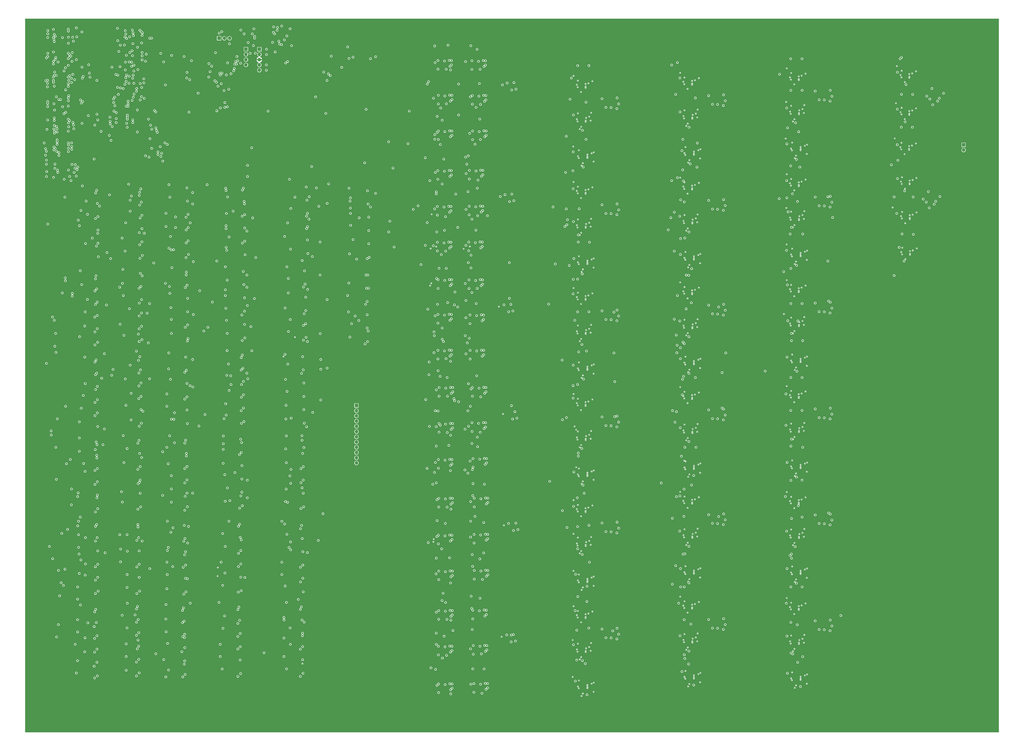
<source format=gbr>
%TF.GenerationSoftware,KiCad,Pcbnew,(6.99.0-3937-g3e53426b6c)*%
%TF.CreationDate,2025-03-10T01:13:00-04:00*%
%TF.ProjectId,AnalogFNN,416e616c-6f67-4464-9e4e-2e6b69636164,rev?*%
%TF.SameCoordinates,Original*%
%TF.FileFunction,Copper,L3,Inr*%
%TF.FilePolarity,Positive*%
%FSLAX46Y46*%
G04 Gerber Fmt 4.6, Leading zero omitted, Abs format (unit mm)*
G04 Created by KiCad (PCBNEW (6.99.0-3937-g3e53426b6c)) date 2025-03-10 01:13:00*
%MOMM*%
%LPD*%
G01*
G04 APERTURE LIST*
%TA.AperFunction,ComponentPad*%
%ADD10R,1.700000X1.700000*%
%TD*%
%TA.AperFunction,ComponentPad*%
%ADD11O,1.700000X1.700000*%
%TD*%
%TA.AperFunction,ViaPad*%
%ADD12C,0.800000*%
%TD*%
%TA.AperFunction,ViaPad*%
%ADD13C,0.400000*%
%TD*%
G04 APERTURE END LIST*
D10*
%TO.N,-5V*%
%TO.C,J2*%
X125599999Y-26824999D03*
D11*
%TO.N,GND*%
X125599999Y-29364999D03*
%TO.N,+5V*%
X125599999Y-31904999D03*
%TO.N,GND*%
X125599999Y-34444999D03*
%TO.N,+3V3*%
X125599999Y-36984999D03*
%TD*%
D10*
%TO.N,GND*%
%TO.C,J1*%
X119099999Y-26799999D03*
D11*
%TO.N,/SWCLK*%
X119099999Y-29339999D03*
%TO.N,/SWDIO*%
X119099999Y-31879999D03*
%TO.N,+3V3*%
X119099999Y-34419999D03*
%TD*%
D10*
%TO.N,GND*%
%TO.C,SW1*%
X106074999Y-21499999D03*
D11*
%TO.N,Net-(SW1-B)*%
X108614999Y-21499999D03*
%TO.N,+3V3*%
X111154999Y-21499999D03*
%TD*%
D10*
%TO.N,/L5_OUT1*%
%TO.C,J4*%
X467306099Y-73225199D03*
D11*
%TO.N,/L5_OUT2*%
X467306099Y-75765199D03*
%TD*%
D10*
%TO.N,/L1_IN1*%
%TO.C,J3*%
X172724999Y-199784999D03*
D11*
%TO.N,/L1_IN2*%
X172724999Y-202324999D03*
%TO.N,/L1_IN3*%
X172724999Y-204864999D03*
%TO.N,/L1_IN4*%
X172724999Y-207404999D03*
%TO.N,/L1_IN5*%
X172724999Y-209944999D03*
%TO.N,/L1_IN6*%
X172724999Y-212484999D03*
%TO.N,/L1_IN7*%
X172724999Y-215024999D03*
%TO.N,/L1_IN8*%
X172724999Y-217564999D03*
%TO.N,/L1_IN9*%
X172724999Y-220104999D03*
%TO.N,/L1_IN10*%
X172724999Y-222644999D03*
%TO.N,/L1_IN11*%
X172724999Y-225184999D03*
%TO.N,/L1_IN12*%
X172724999Y-227724999D03*
%TD*%
D12*
%TO.N,GND*%
X116000000Y-304100000D03*
D13*
X388198000Y-127306000D03*
D12*
X177325000Y-136465000D03*
X46650000Y-143200000D03*
X249569000Y-202775000D03*
X178075000Y-95565000D03*
D13*
X387398000Y-315582000D03*
X284756000Y-182550000D03*
D12*
X219028000Y-68600000D03*
D13*
X383574000Y-126506000D03*
D12*
X68050000Y-94650000D03*
X402498000Y-51986700D03*
X46700000Y-224000000D03*
X299156000Y-153450000D03*
X68650000Y-107450000D03*
D13*
X283956000Y-62049700D03*
D12*
X350856000Y-150690000D03*
X218828000Y-157700000D03*
X146600000Y-316850000D03*
D13*
X380098700Y-155400000D03*
X279609000Y-147125000D03*
D12*
X68200000Y-195400000D03*
D13*
X279609000Y-250125000D03*
D12*
X219066000Y-318805000D03*
D13*
X434500000Y-53000000D03*
D12*
X68400000Y-208400000D03*
X68650000Y-167900000D03*
X90800000Y-154300000D03*
X236466000Y-246900000D03*
X89400000Y-323800000D03*
X89200000Y-258000000D03*
X146300000Y-216700000D03*
X118500000Y-120000000D03*
X90425000Y-94135000D03*
X68150000Y-142000000D03*
X147200000Y-188900000D03*
D13*
X329756000Y-89120200D03*
X284756000Y-337050000D03*
D12*
X46800000Y-318100000D03*
D13*
X335656000Y-60549700D03*
D12*
X91000000Y-167300000D03*
X116300000Y-323400000D03*
D13*
X383574000Y-280838000D03*
D12*
X248087000Y-97150000D03*
X47500000Y-127600000D03*
X402498000Y-309207000D03*
X146900000Y-182500000D03*
X116000000Y-257450000D03*
D13*
X283956000Y-268050000D03*
X383574000Y-75062200D03*
D12*
X89800000Y-277300000D03*
X117125000Y-241885000D03*
X90500000Y-229450000D03*
D13*
X381400000Y-121594400D03*
D12*
X250040000Y-256900000D03*
X129100000Y-29400000D03*
D13*
X279665000Y-163775000D03*
X387398000Y-161250000D03*
D12*
X219436000Y-193200000D03*
X326900000Y-157900000D03*
X350756000Y-206785000D03*
D13*
X331309000Y-144365000D03*
X387297000Y-247605000D03*
X284756000Y-131050000D03*
D12*
X178675000Y-121265000D03*
X299156000Y-50450200D03*
X233928000Y-140900000D03*
X218790000Y-87850000D03*
D13*
X381498000Y-36062200D03*
D12*
X47200000Y-210000000D03*
X234463000Y-175125000D03*
D13*
X383574000Y-229394000D03*
X383107000Y-108531000D03*
X436694000Y-39319900D03*
D12*
X236466000Y-282000000D03*
X147100000Y-249000000D03*
D13*
X209000000Y-140437100D03*
D12*
X148650000Y-100100000D03*
X68200000Y-188900000D03*
X118400000Y-160400000D03*
X46200000Y-298800000D03*
X243526000Y-44200000D03*
X350756000Y-308525000D03*
D13*
X208453116Y-141604858D03*
X278056000Y-194250000D03*
D12*
X89400000Y-317400000D03*
X299056000Y-313175000D03*
X219066000Y-228150000D03*
D13*
X383107000Y-211419000D03*
D12*
X67300000Y-276900000D03*
D13*
X440940000Y-58712200D03*
D12*
X234398000Y-157975000D03*
X235528000Y-51400000D03*
D13*
X278056000Y-91250200D03*
D12*
X402498000Y-154875000D03*
X67800000Y-242400000D03*
D13*
X329756000Y-241730000D03*
D12*
X114700000Y-30400000D03*
X117325000Y-248485000D03*
D13*
X335656000Y-314900000D03*
D12*
X116825000Y-222585000D03*
X47200000Y-249900000D03*
X116600000Y-270250000D03*
D13*
X383107000Y-159975000D03*
D12*
X47000000Y-203400000D03*
D13*
X280132000Y-233250000D03*
D12*
X68650000Y-113950000D03*
X147200000Y-201800000D03*
X90800000Y-147800000D03*
X146400000Y-264400000D03*
X101100000Y-33800000D03*
X402498000Y-206319000D03*
X178675000Y-114865000D03*
X447706000Y-99600200D03*
X299056000Y-261675000D03*
D13*
X210057000Y-266000000D03*
X279665000Y-112275000D03*
D12*
X118200000Y-100700000D03*
X350756000Y-155915000D03*
X46900000Y-264000000D03*
D13*
X329756000Y-139990000D03*
X331309000Y-195235000D03*
X335656000Y-213160000D03*
D12*
X68450000Y-154900000D03*
D13*
X387297000Y-299049000D03*
X387297000Y-196161000D03*
D12*
X147400000Y-208400000D03*
D13*
X331309000Y-246105000D03*
X336456000Y-281530000D03*
X224676500Y-123700000D03*
D12*
X46600000Y-257600000D03*
D13*
X383574000Y-332282000D03*
D12*
X233790000Y-122550000D03*
X117125000Y-228985000D03*
X89900000Y-176300000D03*
X46950000Y-162500000D03*
D13*
X329756000Y-190860000D03*
X278000000Y-262100000D03*
D12*
X219371000Y-210675000D03*
X177925000Y-149265000D03*
X219131000Y-337105000D03*
X67300000Y-270400000D03*
X177925000Y-155765000D03*
D13*
X277600000Y-331600000D03*
D12*
X148100000Y-147200000D03*
D13*
X279609000Y-44124900D03*
D12*
X66700000Y-257600000D03*
X146600000Y-176100000D03*
X178875000Y-127865000D03*
D13*
X331832000Y-331600000D03*
D12*
X328137248Y-174175044D03*
D13*
X388198000Y-230194000D03*
D12*
X177625000Y-142865000D03*
D13*
X331832000Y-280730000D03*
X380941078Y-70158922D03*
D12*
X249126000Y-43000000D03*
D13*
X383107000Y-57087000D03*
X279609000Y-301625000D03*
D12*
X235731000Y-301305000D03*
D13*
X436859000Y-91074900D03*
X381274500Y-103900000D03*
D12*
X67200000Y-216700000D03*
X47400000Y-289900000D03*
X47300000Y-108100000D03*
X47300000Y-121000000D03*
X90500000Y-202000000D03*
X116600000Y-283150000D03*
X67300000Y-283300000D03*
X210728000Y-70500000D03*
D13*
X336456000Y-128920000D03*
D12*
X67000000Y-264000000D03*
D13*
X441155000Y-109267000D03*
D12*
X47000000Y-243300000D03*
X218590000Y-122650000D03*
X116500000Y-330000000D03*
X402598000Y-201094000D03*
D13*
X284756000Y-285550000D03*
D12*
X116600000Y-276750000D03*
X46700000Y-95300000D03*
D13*
X434900000Y-35000000D03*
D12*
X117925000Y-194595000D03*
D13*
X335555000Y-196627000D03*
D12*
X146900000Y-236000000D03*
X47000000Y-101700000D03*
X90200000Y-223050000D03*
X218933000Y-140875000D03*
X146600000Y-323250000D03*
X299156000Y-204950000D03*
X47000000Y-190500000D03*
X148100000Y-160100000D03*
D13*
X210196900Y-264695500D03*
X278056000Y-142750000D03*
D12*
X68200000Y-201800000D03*
X146700000Y-270800000D03*
X116300000Y-263850000D03*
D13*
X387398000Y-264138000D03*
D12*
X90500000Y-242350000D03*
X247626000Y-150700000D03*
X118400000Y-147500000D03*
X218590000Y-105250000D03*
X350856000Y-201560000D03*
X218828000Y-34400000D03*
D13*
X336456000Y-78050200D03*
D12*
X46500000Y-305200000D03*
X67100000Y-310150000D03*
X350856000Y-48950200D03*
X67100000Y-323050000D03*
X46400000Y-217600000D03*
X457606000Y-48200200D03*
X402498000Y-103431000D03*
D13*
X280132000Y-78750200D03*
X436594000Y-74319900D03*
X279609000Y-95624900D03*
D12*
X299056000Y-210175000D03*
X47200000Y-270400000D03*
D13*
X432847840Y-103658746D03*
D12*
X116300000Y-317000000D03*
X299056000Y-107175000D03*
X248881000Y-311005000D03*
D13*
X383051000Y-40436900D03*
X335555000Y-298367000D03*
D12*
X90700000Y-248950000D03*
D13*
X283855000Y-148517000D03*
X436694000Y-57319900D03*
X387398000Y-212694000D03*
D12*
X235328000Y-34500000D03*
D13*
X331365000Y-110145000D03*
D12*
X91025000Y-119835000D03*
X68350000Y-101050000D03*
X147500000Y-134400000D03*
D13*
X331365000Y-161015000D03*
D12*
X148950000Y-106500000D03*
D13*
X280132000Y-284750000D03*
X436909000Y-107875000D03*
D12*
X177925000Y-162165000D03*
D13*
X279665000Y-266775000D03*
D12*
X47200000Y-276900000D03*
D13*
X383051000Y-143325000D03*
D12*
X235571000Y-193175000D03*
D13*
X383574000Y-177950000D03*
D12*
X90200000Y-182700000D03*
X149150000Y-126000000D03*
D13*
X383107000Y-314307000D03*
D12*
X299156000Y-256450000D03*
X235663000Y-68625000D03*
X146700000Y-277300000D03*
X46800000Y-324500000D03*
X219266000Y-247000000D03*
D13*
X278056000Y-297250000D03*
D12*
X46350000Y-136800000D03*
D13*
X387297000Y-41829200D03*
X331309000Y-42624900D03*
D12*
X68450000Y-161300000D03*
X146600000Y-310350000D03*
X118500000Y-107100000D03*
D13*
X335656000Y-111420000D03*
D12*
X118700000Y-126600000D03*
X109600000Y-39300000D03*
D13*
X283855000Y-251517000D03*
D12*
X117125000Y-235485000D03*
X146900000Y-242400000D03*
X148300000Y-166700000D03*
X350856000Y-303300000D03*
X236366000Y-264500000D03*
X47150000Y-169100000D03*
D13*
X279665000Y-60775000D03*
D12*
X146600000Y-223100000D03*
X68650000Y-120350000D03*
D13*
X284756000Y-79550200D03*
D12*
X66800000Y-303750000D03*
D13*
X331365000Y-59275000D03*
X244266000Y-258000000D03*
D12*
X402498000Y-257763000D03*
X116525000Y-216185000D03*
X235871000Y-227675000D03*
X67300000Y-329650000D03*
D13*
X437009000Y-125275000D03*
D12*
X350856000Y-252430000D03*
D13*
X227714500Y-122575500D03*
D12*
X146900000Y-229500000D03*
X178675000Y-108365000D03*
X178125000Y-168765000D03*
X148950000Y-113000000D03*
D13*
X280132000Y-181750000D03*
D12*
X402598000Y-149650000D03*
X118100000Y-141100000D03*
X148350000Y-93700000D03*
X67500000Y-289900000D03*
X47200000Y-283300000D03*
X147200000Y-195400000D03*
X146800000Y-329850000D03*
X90200000Y-135000000D03*
X89400000Y-310900000D03*
X117800000Y-134700000D03*
X68850000Y-126950000D03*
X90500000Y-195600000D03*
X67600000Y-176100000D03*
X67900000Y-182500000D03*
D13*
X335555000Y-44017200D03*
X383051000Y-246213000D03*
D12*
X66500000Y-297350000D03*
X402598000Y-46762200D03*
X106100000Y-19000000D03*
D13*
X387398000Y-58361700D03*
X329756000Y-292600000D03*
D12*
X116300000Y-310500000D03*
D13*
X243839000Y-203921000D03*
D12*
X218828000Y-175100000D03*
X146900000Y-290300000D03*
X219231000Y-301505000D03*
D13*
X283956000Y-165050000D03*
X277600000Y-313700000D03*
X211379500Y-122650500D03*
D12*
X47000000Y-197000000D03*
D13*
X381498000Y-293282000D03*
X280132000Y-130250000D03*
D12*
X117625000Y-181695000D03*
D13*
X331832000Y-128120000D03*
X335555000Y-247497000D03*
D12*
X146100000Y-258000000D03*
D13*
X209180803Y-106933075D03*
X336456000Y-332400000D03*
D12*
X146700000Y-283700000D03*
X90700000Y-208600000D03*
X90725000Y-100535000D03*
X327240400Y-207900000D03*
X350756000Y-257655000D03*
X118500000Y-113600000D03*
D13*
X278056000Y-245750000D03*
X381498000Y-87506200D03*
X283855000Y-97017200D03*
D12*
X89800000Y-270800000D03*
D13*
X331832000Y-178990000D03*
X383051000Y-297657000D03*
D12*
X67500000Y-223100000D03*
X235371000Y-210275000D03*
X146000000Y-297550000D03*
D13*
X329756000Y-38250200D03*
D12*
X46950000Y-149600000D03*
D13*
X241825000Y-151825000D03*
D12*
X67100000Y-316650000D03*
D13*
X284756000Y-234050000D03*
X335656000Y-264030000D03*
D12*
X402598000Y-252538000D03*
X90800000Y-160700000D03*
D13*
X335555000Y-94887200D03*
X331309000Y-93494900D03*
X383107000Y-262863000D03*
D12*
X178375000Y-101965000D03*
D13*
X331762178Y-226562178D03*
D12*
X455806000Y-98300200D03*
X47000000Y-331100000D03*
D13*
X336456000Y-230660000D03*
X387297000Y-93273200D03*
D12*
X350756000Y-54174700D03*
D13*
X383051000Y-91880900D03*
D12*
X89500000Y-264400000D03*
X118125000Y-207595000D03*
X68450000Y-148400000D03*
D13*
X388198000Y-281638000D03*
D12*
X148950000Y-119400000D03*
X129000000Y-34400000D03*
D13*
X433901300Y-70100000D03*
D12*
X91025000Y-106935000D03*
X402598000Y-98206200D03*
X236001000Y-318480000D03*
X68000000Y-249000000D03*
X117900000Y-94300000D03*
X46400000Y-177700000D03*
X117925000Y-200995000D03*
D13*
X383051000Y-194769000D03*
D12*
X90500000Y-189100000D03*
D13*
X388198000Y-333082000D03*
X388198000Y-75862200D03*
X387297000Y-144717000D03*
D12*
X326917692Y-105913388D03*
X47300000Y-114600000D03*
X117925000Y-188095000D03*
X89600000Y-330400000D03*
X146300000Y-303950000D03*
X90500000Y-141400000D03*
D13*
X278056000Y-39750200D03*
X331365000Y-262755000D03*
X381498000Y-241838000D03*
X331365000Y-211885000D03*
X283855000Y-45517200D03*
X331309000Y-296975000D03*
D12*
X147800000Y-140800000D03*
X219266000Y-282300000D03*
X275103010Y-109582555D03*
D13*
X335555000Y-145757000D03*
D12*
X47000000Y-230400000D03*
D13*
X336456000Y-179790000D03*
D12*
X47000000Y-236900000D03*
X67800000Y-229500000D03*
X210728000Y-68300000D03*
X91025000Y-113435000D03*
X326904592Y-124825820D03*
D13*
X280132000Y-336250000D03*
X381498000Y-138950000D03*
D12*
X350856000Y-99820200D03*
D13*
X381200000Y-52400000D03*
X441255000Y-126667000D03*
D12*
X299156000Y-307950000D03*
X89900000Y-216650000D03*
D13*
X440940000Y-40712200D03*
X279665000Y-215275000D03*
D12*
X116800000Y-289750000D03*
X90000000Y-290300000D03*
D13*
X283855000Y-303017000D03*
D12*
X236296000Y-336930000D03*
D13*
X283855000Y-200017000D03*
D12*
X219028000Y-51300000D03*
D13*
X283956000Y-319550000D03*
D12*
X91225000Y-126435000D03*
X118400000Y-154000000D03*
D13*
X283956000Y-216550000D03*
D12*
X115700000Y-297700000D03*
X46800000Y-311600000D03*
D13*
X388198000Y-178750000D03*
X278000000Y-280100000D03*
D12*
X46950000Y-156100000D03*
X299156000Y-101950000D03*
X88800000Y-298100000D03*
D13*
X331832000Y-77250200D03*
X243131000Y-312105000D03*
X331832000Y-229860000D03*
D12*
X233990000Y-105150000D03*
D13*
X441105000Y-92467200D03*
X279295200Y-229800000D03*
D12*
X219066000Y-264900000D03*
X89800000Y-283700000D03*
D13*
X279665000Y-318275000D03*
D12*
X148100000Y-153700000D03*
X67850000Y-135600000D03*
D13*
X440840000Y-75712200D03*
D12*
X90500000Y-235950000D03*
X299056000Y-55674700D03*
X118600000Y-167000000D03*
D13*
X331365000Y-313625000D03*
D12*
X117325000Y-175295000D03*
X299056000Y-158675000D03*
X449406000Y-49600200D03*
X46700000Y-184100000D03*
X402598000Y-303982000D03*
X350756000Y-105045000D03*
D13*
X208715000Y-123600000D03*
X335656000Y-162290000D03*
D12*
X89100000Y-304500000D03*
X453772000Y-100655000D03*
X455507000Y-50600200D03*
X234090000Y-87750000D03*
X242491000Y-98347500D03*
D13*
X277856000Y-74050200D03*
X283956000Y-113550000D03*
X279609000Y-198625000D03*
X381498000Y-190394000D03*
D12*
X67800000Y-236000000D03*
D13*
X387398000Y-109806000D03*
X279295200Y-211600000D03*
D12*
%TO.N,+3V3*%
X116500000Y-33600000D03*
X129000000Y-37000000D03*
X111100000Y-24200000D03*
%TO.N,Net-(U27B-+)*%
X291856000Y-50850200D03*
X293756000Y-55050200D03*
%TO.N,Net-(C20-Pad2)*%
X299956000Y-53350200D03*
X296245000Y-55150200D03*
%TO.N,Net-(U44B-+)*%
X291856000Y-256850000D03*
X293756000Y-261050000D03*
%TO.N,Net-(U31B-+)*%
X293756000Y-106550000D03*
X291856000Y-102350000D03*
%TO.N,Net-(C23-Pad2)*%
X296245000Y-106650000D03*
X299956000Y-104850000D03*
%TO.N,Net-(U36B-+)*%
X291856000Y-153850000D03*
X293756000Y-158050000D03*
%TO.N,Net-(C26-Pad2)*%
X299956000Y-156350000D03*
X296245000Y-158150000D03*
%TO.N,Net-(U63B-+)*%
X345456000Y-206160000D03*
X343556000Y-201960000D03*
%TO.N,Net-(U40B-+)*%
X293756000Y-209550000D03*
X291856000Y-205350000D03*
%TO.N,Net-(C29-Pad2)*%
X299956000Y-207850000D03*
X296245000Y-209650000D03*
%TO.N,Net-(C32-Pad2)*%
X296245000Y-261150000D03*
X299956000Y-259350000D03*
%TO.N,Net-(U48B-+)*%
X293756000Y-312550000D03*
X291856000Y-308350000D03*
%TO.N,Net-(C35-Pad2)*%
X296245000Y-312650000D03*
X299956000Y-310850000D03*
%TO.N,Net-(U51B-+)*%
X345456000Y-53550200D03*
X343556000Y-49350200D03*
%TO.N,Net-(C38-Pad2)*%
X347945000Y-53650200D03*
X351656000Y-51850200D03*
%TO.N,Net-(U55B-+)*%
X343556000Y-100220000D03*
X345456000Y-104420000D03*
%TO.N,Net-(C41-Pad2)*%
X347945000Y-104520000D03*
X351656000Y-102720000D03*
%TO.N,Net-(U59B-+)*%
X343556000Y-151090000D03*
X345456000Y-155290000D03*
%TO.N,Net-(C44-Pad2)*%
X351656000Y-153590000D03*
X347945000Y-155390000D03*
%TO.N,Net-(C47-Pad2)*%
X351656000Y-204460000D03*
X347945000Y-206260000D03*
%TO.N,Net-(U67B-+)*%
X343556000Y-252830000D03*
X345456000Y-257030000D03*
%TO.N,Net-(C50-Pad2)*%
X351656000Y-255330000D03*
X347945000Y-257130000D03*
%TO.N,Net-(U71B-+)*%
X343556000Y-303700000D03*
X345456000Y-307900000D03*
%TO.N,Net-(C53-Pad2)*%
X347945000Y-308000000D03*
X351656000Y-306200000D03*
%TO.N,Net-(U75B-+)*%
X395298000Y-47162200D03*
X397198000Y-51362200D03*
%TO.N,Net-(C56-Pad2)*%
X403398000Y-49662200D03*
X399687000Y-51462200D03*
%TO.N,Net-(U79B-+)*%
X395298000Y-98606200D03*
X397198000Y-102806000D03*
%TO.N,Net-(C59-Pad2)*%
X399687000Y-102906000D03*
X403398000Y-101106000D03*
%TO.N,Net-(U83B-+)*%
X395298000Y-150050000D03*
X397198000Y-154250000D03*
%TO.N,Net-(C62-Pad2)*%
X399687000Y-154350000D03*
X403398000Y-152550000D03*
%TO.N,Net-(U87B-+)*%
X397198000Y-205694000D03*
X395298000Y-201494000D03*
%TO.N,Net-(C65-Pad2)*%
X399687000Y-205794000D03*
X403398000Y-203994000D03*
%TO.N,Net-(U91B-+)*%
X397198000Y-257138000D03*
X395298000Y-252938000D03*
%TO.N,Net-(C68-Pad2)*%
X403398000Y-255438000D03*
X399687000Y-257238000D03*
%TO.N,Net-(U95B-+)*%
X395298000Y-304382000D03*
X397198000Y-308582000D03*
%TO.N,Net-(C71-Pad2)*%
X403398000Y-306882000D03*
X399687000Y-308682000D03*
%TO.N,Net-(C3002-Pad2)*%
X249087000Y-100350000D03*
X246987000Y-100750000D03*
%TO.N,Net-(U13001B-+)*%
X451906000Y-45900200D03*
X450906000Y-51000200D03*
%TO.N,Net-(U13001C--)*%
X452306000Y-53800200D03*
X454706000Y-52000200D03*
%TO.N,Net-(U17001B-+)*%
X449171000Y-101055000D03*
X450171000Y-95955200D03*
%TO.N,Net-(U17001C--)*%
X450571000Y-103855000D03*
X452971000Y-102055000D03*
%TO.N,Net-(C23002-Pad2)*%
X248026000Y-46600000D03*
X250126000Y-46200000D03*
%TO.N,Net-(C33002-Pad2)*%
X246526000Y-154300000D03*
X248626000Y-153900000D03*
%TO.N,Net-(C131002-Pad2)*%
X248469000Y-206375000D03*
X250569000Y-205975000D03*
%TO.N,Net-(C139002-Pad2)*%
X248940000Y-260500000D03*
X251040000Y-260100000D03*
%TO.N,Net-(C148002-Pad2)*%
X249881000Y-314205000D03*
X247781000Y-314605000D03*
%TO.N,Net-(Q2001A-S1)*%
X211990000Y-103150000D03*
X211990000Y-107350000D03*
%TO.N,/InNeuron_1/OUT*%
X278103700Y-248747400D03*
X277792400Y-196203100D03*
X278832500Y-299409900D03*
X276983900Y-40798000D03*
X277835500Y-145602200D03*
X277835500Y-94580500D03*
%TO.N,/InNeuron_3/OUT*%
X278203300Y-232069900D03*
X279058500Y-281744100D03*
X278181200Y-128454700D03*
X246956900Y-130447300D03*
X246956900Y-147775000D03*
X278936100Y-333620000D03*
X277870600Y-76647100D03*
X277885500Y-180262300D03*
%TO.N,/Neuron6_1/OUT*%
X331279500Y-90789700D03*
X329641800Y-243737500D03*
X330768200Y-194608700D03*
X329026200Y-295833100D03*
X329608800Y-40780300D03*
%TO.N,/Neuron6_10/IN3*%
X329900500Y-177100600D03*
X330636100Y-76064700D03*
X297635200Y-154478300D03*
X329888600Y-126462100D03*
X297635200Y-174284500D03*
X330405300Y-224457300D03*
X330636100Y-328986000D03*
X329898100Y-278988300D03*
%TO.N,/Neuron6_10/IN4*%
X336347500Y-233822500D03*
X334058300Y-184238700D03*
X298053400Y-188232700D03*
X336347500Y-335562500D03*
X334625600Y-82483600D03*
X298053400Y-205198400D03*
X335361500Y-133348200D03*
X334058300Y-285978700D03*
%TO.N,/Neuron6_10/IN5*%
X329825800Y-210622400D03*
X329673100Y-57288300D03*
X329591800Y-158772700D03*
X329558800Y-107907500D03*
X329558800Y-260765200D03*
X329689100Y-311643600D03*
%TO.N,/Neuron6_10/IN6*%
X334036100Y-217292600D03*
X334036100Y-319052000D03*
X334036100Y-166416000D03*
X297062800Y-309242400D03*
X334073000Y-64694600D03*
X334036100Y-268181400D03*
X334036100Y-115579200D03*
%TO.N,/Neuron6_13/IN1*%
X381805600Y-141241400D03*
X377993400Y-38962200D03*
X380843900Y-244025500D03*
X381061900Y-194210500D03*
X381403200Y-90595300D03*
X381281400Y-295833100D03*
%TO.N,/Neuron6_13/IN3*%
X381621500Y-279042300D03*
X351894000Y-174284500D03*
X381627800Y-176277100D03*
X348448600Y-151955400D03*
X381314000Y-124469500D03*
X381550300Y-72806300D03*
X381811000Y-329814900D03*
X381663700Y-227416500D03*
%TO.N,/Neuron6_10/OUT*%
X350074000Y-201023400D03*
X386219500Y-234613900D03*
X386155600Y-286113100D03*
X386283400Y-131762700D03*
X386192700Y-80323200D03*
X350074000Y-183822400D03*
X388141900Y-336231700D03*
X386431200Y-183184900D03*
%TO.N,/Neuron6_11/OUT*%
X381403600Y-260819200D03*
X382178300Y-105763200D03*
X381987700Y-158656000D03*
X348448600Y-253712700D03*
X381572900Y-311773900D03*
X381425100Y-55312300D03*
X381061900Y-209399800D03*
%TO.N,/Neuron6_12/OUT*%
X383788000Y-113295800D03*
X383789100Y-216140900D03*
X383580200Y-319981400D03*
X383763500Y-164778400D03*
X385778300Y-62525100D03*
X385550100Y-268373000D03*
%TO.N,/Neuron6_13/OUT*%
X436022900Y-123031900D03*
X435186100Y-37962600D03*
%TO.N,/Neuron6_14/OUT*%
X439368400Y-43934600D03*
X401448700Y-98462800D03*
X438419800Y-129667900D03*
X401448700Y-129667900D03*
%TO.N,/Neuron6_15/OUT*%
X401816000Y-149119900D03*
X403740700Y-108528700D03*
X435094900Y-73170500D03*
X434850800Y-106536100D03*
%TO.N,/Neuron6_17/OUT*%
X435144900Y-55910200D03*
X435227400Y-89635800D03*
X401816000Y-252018700D03*
%TO.N,/Neuron6_18/OUT*%
X438944400Y-62084000D03*
X407728900Y-301810900D03*
X438634100Y-95580100D03*
%TO.N,/InNeuron_4/OUT*%
X282250500Y-135939200D03*
X284574200Y-287595700D03*
X282656500Y-238475400D03*
X282733500Y-84018900D03*
X282889500Y-187003100D03*
X247943600Y-199889000D03*
X284574200Y-340247100D03*
%TO.N,/InNeuron_5/OUT*%
X277974600Y-58713700D03*
D13*
X278549500Y-209947500D03*
D12*
X277997800Y-110521300D03*
X278644600Y-158435100D03*
X274831300Y-259036200D03*
X278000400Y-315974000D03*
%TO.N,/InNeuron_6/OUT*%
X282336100Y-66193900D03*
X247817400Y-311266300D03*
X282053500Y-220667800D03*
X282249400Y-272177000D03*
X282100600Y-170176200D03*
X282336100Y-323679800D03*
X280352600Y-116971000D03*
D13*
%TO.N,-5V*%
X387306000Y-41229800D03*
X335564000Y-43417800D03*
X387306000Y-195562000D03*
D12*
X233353000Y-88475700D03*
D13*
X440949000Y-58112800D03*
D12*
X235134000Y-228401000D03*
D13*
X284762000Y-284905000D03*
X335564000Y-94287800D03*
X335564000Y-145158000D03*
X283864000Y-147918000D03*
X284762000Y-78904600D03*
D12*
X218091000Y-35125700D03*
X233253000Y-105876000D03*
X218329000Y-319531000D03*
D13*
X387398000Y-212094000D03*
D12*
X235559000Y-337656000D03*
X218634000Y-211401000D03*
X234591000Y-35225700D03*
X218494000Y-302231000D03*
D13*
X441114000Y-91867800D03*
X283956000Y-164450000D03*
D12*
X235729000Y-282726000D03*
D13*
X388204000Y-280993000D03*
X336462000Y-179145000D03*
X388204000Y-332437000D03*
X387306000Y-298450000D03*
X336462000Y-77404600D03*
X388204000Y-178105000D03*
X441264000Y-126068000D03*
D12*
X234834000Y-193901000D03*
X233726000Y-175851000D03*
D13*
X335656000Y-263430000D03*
X283956000Y-267450000D03*
D12*
X234994000Y-302031000D03*
D13*
X387398000Y-314982000D03*
X283956000Y-112950000D03*
D12*
X234791000Y-52125700D03*
D13*
X441164000Y-108668000D03*
X283864000Y-250918000D03*
X387306000Y-144118000D03*
X336462000Y-331755000D03*
D12*
X129100000Y-26800000D03*
X218394000Y-337831000D03*
D13*
X283956000Y-215950000D03*
X284762000Y-181905000D03*
D12*
X218091000Y-158426000D03*
X218053000Y-88575700D03*
D13*
X335656000Y-314300000D03*
X387398000Y-57762200D03*
X387398000Y-263538000D03*
D12*
X218699000Y-193926000D03*
D13*
X388204000Y-126661000D03*
D12*
X233191000Y-141626000D03*
D13*
X336462000Y-280885000D03*
D12*
X218291000Y-52025700D03*
X218329000Y-265626000D03*
D13*
X284762000Y-130405000D03*
X283864000Y-302418000D03*
X284762000Y-233405000D03*
X283956000Y-318950000D03*
D12*
X218291000Y-69325700D03*
X217853000Y-123376000D03*
X234926000Y-69350700D03*
X233661000Y-158701000D03*
D13*
X335656000Y-59950200D03*
X335656000Y-161690000D03*
D12*
X217853000Y-105976000D03*
D13*
X336462000Y-230015000D03*
D12*
X218529000Y-247726000D03*
D13*
X284762000Y-336405000D03*
X440849000Y-75112800D03*
X335564000Y-297768000D03*
X283864000Y-44917800D03*
X335564000Y-196028000D03*
X387398000Y-160650000D03*
X387306000Y-247006000D03*
X440949000Y-40112800D03*
X387398000Y-109206000D03*
D12*
X235264000Y-319206000D03*
X218196000Y-141601000D03*
X218091000Y-175826000D03*
D13*
X283864000Y-199418000D03*
D12*
X218329000Y-228876000D03*
X235629000Y-265226000D03*
X235729000Y-247626000D03*
D13*
X283864000Y-96417800D03*
X388204000Y-229549000D03*
X283956000Y-61450200D03*
X335656000Y-110820000D03*
X335656000Y-212560000D03*
X388204000Y-75216600D03*
X387306000Y-92673800D03*
D12*
X218529000Y-283026000D03*
D13*
X336462000Y-128275000D03*
D12*
X233053000Y-123276000D03*
X234634000Y-211001000D03*
D13*
X335564000Y-246898000D03*
D12*
%TO.N,+5V*%
X90700000Y-247550000D03*
X117900000Y-93000000D03*
D13*
X331296000Y-314221000D03*
D12*
X67300000Y-328250000D03*
X147100000Y-247600000D03*
X146600000Y-221900000D03*
X149100000Y-137000000D03*
X396490000Y-50553400D03*
X118125000Y-206195000D03*
X150000000Y-96400000D03*
X46950000Y-148400000D03*
D13*
X279596000Y-61370600D03*
X147800000Y-332756800D03*
X147700000Y-251500000D03*
D12*
X46500000Y-304000000D03*
D13*
X69221300Y-157016600D03*
D12*
X118200000Y-99500000D03*
D13*
X48000000Y-212668400D03*
D12*
X47300000Y-106900000D03*
X46350000Y-135500000D03*
D13*
X178882778Y-172882778D03*
D12*
X124800000Y-105500000D03*
X117325000Y-173995000D03*
X90500000Y-187900000D03*
D13*
X383039000Y-109127000D03*
D12*
X344747000Y-154481000D03*
X116300000Y-315700000D03*
X147500000Y-133100000D03*
X47000000Y-100500000D03*
X48500000Y-123600000D03*
D13*
X436708000Y-57931100D03*
D12*
X177625000Y-141665000D03*
X177925000Y-160965000D03*
D13*
X383039000Y-314903000D03*
D12*
X177925000Y-148065000D03*
X117125000Y-234185000D03*
D13*
X241827000Y-152495000D03*
D12*
X146300000Y-302750000D03*
X147800000Y-139600000D03*
X146900000Y-241200000D03*
X90800000Y-153000000D03*
D13*
X331703000Y-77879100D03*
D12*
X116300000Y-262650000D03*
D13*
X208100000Y-123300000D03*
D12*
X48600000Y-130000000D03*
X89400000Y-322600000D03*
X178125000Y-167365000D03*
D13*
X93316468Y-225744928D03*
D12*
X148100000Y-152400000D03*
X89600000Y-329000000D03*
D13*
X331296000Y-110741000D03*
D12*
X67200000Y-215400000D03*
D13*
X383445000Y-75691100D03*
D12*
X90500000Y-194300000D03*
D13*
X91600000Y-96923700D03*
D12*
X90500000Y-241150000D03*
D13*
X437023000Y-125886000D03*
D12*
X67850000Y-134300000D03*
X46650000Y-142000000D03*
D13*
X68500000Y-292722700D03*
D12*
X118700000Y-125200000D03*
D13*
X331296000Y-212481000D03*
D12*
X117325000Y-247085000D03*
D13*
X47800000Y-226700000D03*
D12*
X147400000Y-207000000D03*
X293047000Y-260241000D03*
X47300000Y-119800000D03*
X90500000Y-228250000D03*
D13*
X383065000Y-41048100D03*
D12*
X396490000Y-256329000D03*
D13*
X94047546Y-219417261D03*
D12*
X89800000Y-269600000D03*
X90200000Y-133700000D03*
X117800000Y-133400000D03*
X68450000Y-153600000D03*
X118500000Y-105900000D03*
X47000000Y-195700000D03*
D13*
X279623000Y-250736000D03*
X148100000Y-155510900D03*
D12*
X89500000Y-263200000D03*
X68000000Y-247600000D03*
D13*
X383065000Y-298268000D03*
D12*
X124400000Y-137000000D03*
X344747000Y-256221000D03*
D13*
X279596000Y-112871000D03*
D12*
X146400000Y-263200000D03*
X123700000Y-156700000D03*
X66800000Y-302550000D03*
X116800000Y-288350000D03*
X242600000Y-99341000D03*
D13*
X90900000Y-292700000D03*
D12*
X146900000Y-181300000D03*
X147200000Y-200600000D03*
D13*
X436873000Y-91686100D03*
X177462256Y-156456460D03*
X91531700Y-251352900D03*
X48508278Y-146208278D03*
D12*
X148950000Y-105300000D03*
X67600000Y-174800000D03*
D13*
X47800000Y-180300000D03*
D12*
X209928000Y-69100000D03*
X124700000Y-111900000D03*
D13*
X47800000Y-333500000D03*
D12*
X89900000Y-175000000D03*
D13*
X279623000Y-44736100D03*
D12*
X66700000Y-256300000D03*
D13*
X68300000Y-331707800D03*
X279623000Y-96236100D03*
X147641872Y-238641872D03*
D12*
X149800000Y-167300000D03*
D13*
X47800000Y-307900000D03*
X331703000Y-281359000D03*
D12*
X89100000Y-303300000D03*
X89400000Y-309700000D03*
X91025000Y-105735000D03*
D13*
X331296000Y-59870600D03*
X93433600Y-211000000D03*
D12*
X48700000Y-117200000D03*
D13*
X209374688Y-265839364D03*
D12*
X68650000Y-106250000D03*
X68150000Y-140800000D03*
X148650000Y-98900000D03*
X48500000Y-97900000D03*
X344747000Y-103611000D03*
D13*
X148857664Y-219377564D03*
D12*
X118400000Y-146300000D03*
X446976000Y-100510000D03*
X178875000Y-126465000D03*
X293047000Y-54241400D03*
X146300000Y-215400000D03*
X149600000Y-182606400D03*
D13*
X331703000Y-179619000D03*
D12*
X46400000Y-216300000D03*
X46800000Y-310400000D03*
X118400000Y-159200000D03*
D13*
X279596000Y-164371000D03*
D12*
X178675000Y-113565000D03*
X46900000Y-262800000D03*
X47150000Y-167700000D03*
X68200000Y-194100000D03*
X150200000Y-115300000D03*
X90425000Y-92835000D03*
D13*
X117300000Y-332756800D03*
X331323000Y-94106100D03*
D12*
X67800000Y-234700000D03*
D13*
X47700000Y-193100000D03*
D12*
X396490000Y-204885000D03*
D13*
X383065000Y-195380000D03*
D12*
X90500000Y-200800000D03*
X68650000Y-166500000D03*
D13*
X69612178Y-110992478D03*
D12*
X149400000Y-149200000D03*
X117125000Y-240685000D03*
X146600000Y-322050000D03*
X118600000Y-165600000D03*
X47200000Y-275600000D03*
X47000000Y-229200000D03*
X396490000Y-307773000D03*
D13*
X209021590Y-141237090D03*
X280003000Y-285379000D03*
D12*
X147200000Y-194100000D03*
X47000000Y-329700000D03*
X90000000Y-288900000D03*
D13*
X69221300Y-129200000D03*
X383039000Y-212015000D03*
D12*
X89400000Y-316100000D03*
X146600000Y-174800000D03*
D13*
X93248402Y-238435257D03*
D12*
X47000000Y-242100000D03*
D13*
X331323000Y-43236100D03*
D12*
X89900000Y-215350000D03*
X146700000Y-269600000D03*
D13*
X68800000Y-219359500D03*
X383065000Y-143936000D03*
D12*
X88800000Y-296800000D03*
X46950000Y-154800000D03*
X47200000Y-248500000D03*
X47200000Y-208600000D03*
D13*
X68200000Y-319300000D03*
D12*
X147200000Y-187700000D03*
X116000000Y-302900000D03*
X146900000Y-234700000D03*
D13*
X47649372Y-220149372D03*
D12*
X148950000Y-111700000D03*
D13*
X68900000Y-226600000D03*
D12*
X116600000Y-281950000D03*
X117925000Y-199795000D03*
X67800000Y-228300000D03*
X67100000Y-321850000D03*
X68850000Y-125550000D03*
X118500000Y-95900000D03*
X148200000Y-141900000D03*
X116500000Y-328600000D03*
X148100000Y-158900000D03*
D13*
X383065000Y-92492100D03*
D12*
X151700000Y-107000000D03*
X48700000Y-110700000D03*
X67100000Y-315350000D03*
D13*
X48100000Y-252300000D03*
D12*
X66500000Y-296050000D03*
X116300000Y-309300000D03*
D13*
X244243000Y-258647000D03*
D12*
X90500000Y-234650000D03*
D13*
X47600000Y-320600000D03*
X331296000Y-263351000D03*
D12*
X146900000Y-288900000D03*
D13*
X383039000Y-57682600D03*
D12*
X146700000Y-276000000D03*
D13*
X280003000Y-79379100D03*
D12*
X124000000Y-143100000D03*
X293047000Y-105741000D03*
X117925000Y-193295000D03*
X116600000Y-275450000D03*
D13*
X436608000Y-74931100D03*
D12*
X67800000Y-241200000D03*
D13*
X48400000Y-292722700D03*
D12*
X148950000Y-118200000D03*
X146800000Y-328450000D03*
X67500000Y-221900000D03*
X67100000Y-308950000D03*
X91000000Y-165900000D03*
X178075000Y-94265000D03*
D13*
X180382218Y-128532818D03*
X280003000Y-233879000D03*
D12*
X396490000Y-153441000D03*
X146000000Y-296250000D03*
X67500000Y-288500000D03*
X123500000Y-149400000D03*
X68650000Y-112650000D03*
X46800000Y-323300000D03*
X117925000Y-186895000D03*
X115700000Y-296400000D03*
X46400000Y-176400000D03*
X153000000Y-127300000D03*
D13*
X280003000Y-182379000D03*
X117100000Y-318700000D03*
D12*
X47300000Y-113300000D03*
D13*
X90700000Y-279900000D03*
D12*
X146100000Y-256700000D03*
X90700000Y-207200000D03*
D13*
X243862000Y-204557000D03*
D12*
X149300000Y-162700000D03*
X68050000Y-93350000D03*
X151800000Y-105600000D03*
X46700000Y-222800000D03*
X46950000Y-161300000D03*
D13*
X118801500Y-210000000D03*
X331703000Y-128749000D03*
X47800000Y-171563200D03*
D12*
X116825000Y-221385000D03*
D13*
X47800000Y-199600000D03*
X93447820Y-232493872D03*
D12*
X47000000Y-235600000D03*
D13*
X331323000Y-297586000D03*
D12*
X89200000Y-256700000D03*
D13*
X68200000Y-299510500D03*
D12*
X178675000Y-107165000D03*
D13*
X68900000Y-251400000D03*
X383065000Y-246824000D03*
X93286176Y-172527284D03*
D12*
X90200000Y-181500000D03*
D13*
X69100000Y-184321800D03*
X90900000Y-260700000D03*
D12*
X243526000Y-45199500D03*
D13*
X69800000Y-163372900D03*
X280003000Y-336879000D03*
D12*
X46700000Y-94000000D03*
X91025000Y-112135000D03*
X67300000Y-282100000D03*
X47200000Y-282100000D03*
D13*
X279623000Y-199236000D03*
X280003000Y-130879000D03*
D12*
X116525000Y-214885000D03*
D13*
X383039000Y-160571000D03*
D12*
X146900000Y-228300000D03*
X396490000Y-101997000D03*
D13*
X279596000Y-318871000D03*
D12*
X68450000Y-160100000D03*
X178375000Y-100765000D03*
X91225000Y-125035000D03*
D13*
X90653222Y-273353222D03*
D12*
X67000000Y-262800000D03*
X68200000Y-187700000D03*
X117625000Y-180495000D03*
D13*
X383445000Y-281467000D03*
D12*
X89800000Y-276000000D03*
X90800000Y-146600000D03*
D13*
X436923000Y-108486000D03*
X118600000Y-250303900D03*
D12*
X177925000Y-154465000D03*
D13*
X90700000Y-267600000D03*
X383445000Y-230023000D03*
D12*
X124600000Y-117700000D03*
X47400000Y-288500000D03*
D13*
X68900000Y-198000000D03*
D12*
X68650000Y-119150000D03*
X149150000Y-124600000D03*
X117125000Y-227785000D03*
X67900000Y-181300000D03*
X47000000Y-189300000D03*
D13*
X331323000Y-144976000D03*
D12*
X344747000Y-307091000D03*
D13*
X47700000Y-186400000D03*
D12*
X149900000Y-122800000D03*
X46200000Y-297500000D03*
D13*
X383445000Y-332911000D03*
X69500000Y-210800000D03*
D12*
X89800000Y-282500000D03*
X148100000Y-146000000D03*
X47200000Y-269200000D03*
X148350000Y-92400000D03*
X67300000Y-269200000D03*
X146600000Y-309150000D03*
X118400000Y-152700000D03*
D13*
X243093000Y-312776000D03*
X224676500Y-123100000D03*
D12*
X46800000Y-316800000D03*
X68200000Y-200600000D03*
X91025000Y-118635000D03*
D13*
X383039000Y-263459000D03*
D12*
X148300000Y-211300000D03*
X90800000Y-159500000D03*
X149700000Y-205100000D03*
X47000000Y-202200000D03*
X177325000Y-135165000D03*
X118100000Y-139900000D03*
D13*
X279596000Y-267371000D03*
D12*
X293047000Y-311741000D03*
D13*
X90900000Y-130082200D03*
X91531700Y-245100000D03*
D12*
X46700000Y-182900000D03*
D13*
X383445000Y-178579000D03*
X436708000Y-39931100D03*
D12*
X116600000Y-269050000D03*
X90500000Y-140200000D03*
X47500000Y-126200000D03*
X124433549Y-160266451D03*
D13*
X331296000Y-161611000D03*
X331703000Y-230489000D03*
X117600000Y-293121400D03*
D12*
X118500000Y-118800000D03*
X178675000Y-120065000D03*
X68400000Y-207000000D03*
D13*
X90200000Y-332800000D03*
D12*
X67300000Y-275600000D03*
X124700000Y-123000000D03*
X344747000Y-205351000D03*
X118500000Y-112300000D03*
X449406000Y-50800200D03*
X148300000Y-165300000D03*
X116300000Y-322200000D03*
X123300000Y-167400000D03*
D13*
X331323000Y-195846000D03*
X331703000Y-332229000D03*
D12*
X68450000Y-147200000D03*
X293047000Y-157241000D03*
X46600000Y-256300000D03*
X149500000Y-179500000D03*
X90200000Y-221850000D03*
X293047000Y-208741000D03*
X116000000Y-256150000D03*
X344747000Y-52741400D03*
D13*
X383445000Y-127135000D03*
X279596000Y-215871000D03*
D12*
X146600000Y-315550000D03*
X146700000Y-282500000D03*
X90725000Y-99335000D03*
D13*
X279623000Y-147736000D03*
X331323000Y-246716000D03*
X47700000Y-158955100D03*
D12*
X48600000Y-104300000D03*
D13*
X279623000Y-302236000D03*
D12*
X124900000Y-129200000D03*
X68350000Y-99850000D03*
X129000000Y-31900000D03*
X149500000Y-191700000D03*
%TO.N,/L1_IN1*%
X211453200Y-300180700D03*
X211626400Y-138168400D03*
X211763000Y-245564500D03*
X210869300Y-33366200D03*
X211030100Y-86610100D03*
X211458400Y-192217900D03*
%TO.N,/L1_IN2*%
X216662300Y-249115000D03*
X216602600Y-303613800D03*
X216832300Y-195315000D03*
X216215400Y-36513700D03*
%TO.N,/L1_IN3*%
X210855000Y-156262900D03*
X211390000Y-210089900D03*
X211734100Y-263491700D03*
X210103500Y-50600000D03*
X211453200Y-315759100D03*
X210642300Y-104373500D03*
%TO.N,/L1_IN4*%
X215901000Y-108117200D03*
X216433600Y-321134700D03*
X216764500Y-212903900D03*
X216337800Y-53281100D03*
%TO.N,/L1_IN5*%
X210313000Y-174169000D03*
X208113300Y-209945000D03*
X211841000Y-67184800D03*
X211307900Y-281569200D03*
X210020000Y-122240200D03*
X211020400Y-227479100D03*
X211771500Y-335698400D03*
%TO.N,/L1_IN6*%
X213379300Y-209374400D03*
X215965000Y-124864700D03*
X216171500Y-177054900D03*
%TO.N,/L1_IN7*%
X228102600Y-246459500D03*
X228657400Y-298338700D03*
X225391000Y-211269900D03*
X228294500Y-191769700D03*
X225516900Y-140581200D03*
X225929100Y-87180500D03*
X225679700Y-32809900D03*
%TO.N,/L1_IN8*%
X231290600Y-142914600D03*
X233003000Y-195622000D03*
X232703300Y-36563500D03*
X231665800Y-90358500D03*
%TO.N,/L1_IN9*%
X228048600Y-317977500D03*
X227100100Y-209889900D03*
X228064200Y-263702500D03*
X228000700Y-49904700D03*
X225879100Y-104627200D03*
X225800600Y-157186100D03*
%TO.N,/L1_IN10*%
X231505300Y-107698400D03*
X236236300Y-107698400D03*
X231342800Y-215158700D03*
X232891400Y-53619700D03*
X233337600Y-320414500D03*
X232758400Y-212855000D03*
%TO.N,/L1_IN11*%
X225832800Y-122027200D03*
X227624000Y-67659000D03*
X227849700Y-226757500D03*
X228254400Y-335140500D03*
X229078300Y-277899700D03*
X225840800Y-174709200D03*
%TO.N,/L1_IN12*%
X228959300Y-230923300D03*
X232839100Y-70664800D03*
X233841100Y-284267100D03*
X233605100Y-339536700D03*
%TO.N,Net-(Q4001A-S1)*%
X211990000Y-124750000D03*
X211990000Y-120550000D03*
%TO.N,/W124*%
X207343000Y-153050000D03*
X45765400Y-156898100D03*
X211462100Y-97077900D03*
%TO.N,/W123*%
X52906400Y-97521600D03*
X46094400Y-150709800D03*
X211480300Y-96075000D03*
%TO.N,Net-(Q5001A-S1)*%
X212190000Y-89950000D03*
X212190000Y-85750000D03*
%TO.N,/W126*%
X45839300Y-170399800D03*
X215460000Y-114754600D03*
X214937700Y-168784200D03*
%TO.N,/W125*%
X45825800Y-164087300D03*
X211676000Y-115523400D03*
X210313000Y-164087300D03*
%TO.N,Net-(Q6001A-S1)*%
X227190000Y-124650000D03*
X227190000Y-120450000D03*
%TO.N,/W1212*%
X230660000Y-114637700D03*
X69745800Y-116148800D03*
X67292800Y-168734300D03*
%TO.N,/W121*%
X206103000Y-79502000D03*
X46099600Y-138275600D03*
X204020100Y-131383300D03*
D13*
%TO.N,Net-(Q14001A-S1)*%
X437141000Y-72245200D03*
X437041000Y-75445200D03*
D12*
%TO.N,/W122*%
X45448400Y-80161100D03*
X215054200Y-80161100D03*
X45843200Y-144175600D03*
%TO.N,/W1211*%
X221847400Y-113375000D03*
X67292800Y-162520400D03*
X221847300Y-151966000D03*
D13*
%TO.N,Net-(Q14001B-G2)*%
X444141000Y-72545200D03*
X438641000Y-77745200D03*
%TO.N,Net-(Q15001A-S1)*%
X437141000Y-58445200D03*
X437241000Y-55245200D03*
D12*
%TO.N,/W114*%
X207053300Y-43733100D03*
X207053300Y-110955100D03*
X47200100Y-116226100D03*
%TO.N,/W513*%
X437064400Y-64691500D03*
X188964000Y-110329800D03*
X197718000Y-72669700D03*
D13*
%TO.N,Net-(Q15001B-G2)*%
X438741000Y-60745200D03*
X444241000Y-55545200D03*
%TO.N,Net-(Q16001A-S1)*%
X437141000Y-40445200D03*
X437241000Y-37245200D03*
D12*
%TO.N,/W514*%
X442455400Y-64691500D03*
X188338700Y-71736800D03*
X188377900Y-115523400D03*
%TO.N,/W515*%
X437114400Y-48750700D03*
X190995400Y-122843200D03*
X198362300Y-56807400D03*
D13*
%TO.N,Net-(Q16001B-G2)*%
X444241000Y-37545200D03*
X438741000Y-42745200D03*
%TO.N,Net-(Q18001A-S1)*%
X437356000Y-109000000D03*
X437456000Y-105800000D03*
D12*
%TO.N,/W516*%
X442595100Y-48750700D03*
X177917600Y-128486500D03*
X177399300Y-56006800D03*
%TO.N,/W113*%
X46098500Y-108995000D03*
X207732800Y-42549600D03*
X200303200Y-104585800D03*
D13*
%TO.N,Net-(Q18001B-G2)*%
X444456000Y-106100000D03*
X438956000Y-111300000D03*
%TO.N,Net-(Q19001A-S1)*%
X437406000Y-89000200D03*
X437306000Y-92200200D03*
D12*
%TO.N,/W512*%
X436463500Y-31442700D03*
X179540200Y-31403000D03*
X179540200Y-103401100D03*
%TO.N,/W511*%
X182020500Y-96800000D03*
X182020500Y-30467000D03*
X437114400Y-30817300D03*
D13*
%TO.N,Net-(Q19001B-G2)*%
X438906000Y-94500200D03*
X444406000Y-89300200D03*
%TO.N,Net-(Q20001A-S1)*%
X437456000Y-126400000D03*
X437556000Y-123200000D03*
D12*
%TO.N,/W524*%
X442812200Y-98565700D03*
X174047500Y-108706100D03*
X173848200Y-158518100D03*
%TO.N,/W523*%
X177139600Y-150692100D03*
X433552800Y-136740800D03*
X433552800Y-98525200D03*
D13*
%TO.N,Net-(Q20001B-G2)*%
X444556000Y-123500000D03*
X439056000Y-128700000D03*
D12*
%TO.N,Net-(Q22001A-S1)*%
X212428000Y-49200000D03*
X212428000Y-53400000D03*
%TO.N,/W526*%
X176868000Y-169912100D03*
X432268600Y-82962600D03*
X176693800Y-81953000D03*
%TO.N,/W525*%
X435397200Y-80732600D03*
X190446600Y-84495200D03*
X178407400Y-163618700D03*
%TO.N,Net-(Q24001A-S1)*%
X212428000Y-70700000D03*
X212428000Y-66500000D03*
%TO.N,/W522*%
X442923200Y-116718700D03*
X178551800Y-142833700D03*
%TO.N,/W521*%
X437428700Y-116518400D03*
X178238000Y-136443500D03*
%TO.N,Net-(Q25001A-S1)*%
X212228000Y-32300000D03*
X212228000Y-36500000D03*
%TO.N,/W1112*%
X67674700Y-128297800D03*
X71800000Y-60737600D03*
X232533000Y-60737600D03*
%TO.N,/W115*%
X52779100Y-68676700D03*
X46572200Y-122415000D03*
X211887300Y-59425000D03*
%TO.N,Net-(Q26001A-S1)*%
X229063000Y-70725000D03*
X229063000Y-66525000D03*
%TO.N,/W116*%
X53612200Y-71065200D03*
X214301200Y-61307600D03*
X53428800Y-128454700D03*
%TO.N,/W111*%
X210698500Y-25225000D03*
X208318900Y-90595300D03*
X46151000Y-96597000D03*
%TO.N,Net-(Q27001A-S1)*%
X228928000Y-53500000D03*
X228928000Y-49300000D03*
%TO.N,/W112*%
X202629000Y-102842900D03*
X217160300Y-24839500D03*
X48074500Y-102985000D03*
%TO.N,/W1111*%
X222277600Y-58713700D03*
X206110700Y-122038200D03*
X67537900Y-121763100D03*
%TO.N,Net-(Q28001A-S1)*%
X228728000Y-36600000D03*
X228728000Y-32400000D03*
%TO.N,/W128*%
X67275300Y-142882400D03*
X72075000Y-79220200D03*
X225679700Y-79193000D03*
%TO.N,/W119*%
X222277600Y-43721000D03*
X67736900Y-108712500D03*
X80015000Y-44135000D03*
%TO.N,Net-(Q29001A-S1)*%
X227390000Y-103050000D03*
X227390000Y-107250000D03*
%TO.N,/W1110*%
X232398000Y-43497800D03*
X67345300Y-115883000D03*
X67794400Y-43497800D03*
%TO.N,/W117*%
X228210400Y-25082200D03*
X67514300Y-96278300D03*
X226265800Y-82624900D03*
%TO.N,Net-(Q30001A-S1)*%
X227490000Y-89850000D03*
X227490000Y-85650000D03*
%TO.N,/W118*%
X67526900Y-102478400D03*
X231231700Y-26863000D03*
X231355000Y-94266700D03*
%TO.N,/W133*%
X212047400Y-150641900D03*
X51422600Y-151011000D03*
X46123600Y-192035500D03*
%TO.N,Net-(Q32001A-S1)*%
X212228000Y-159800000D03*
X212228000Y-155600000D03*
%TO.N,/W1210*%
X220891000Y-97180600D03*
X67292800Y-156302100D03*
X220234000Y-150959000D03*
%TO.N,/W129*%
X226863900Y-95975000D03*
X220516900Y-144662300D03*
X67334800Y-150063200D03*
D13*
%TO.N,Net-(Q19A-S1)*%
X280556000Y-79650200D03*
X280656000Y-75850200D03*
%TO.N,Net-(Q19B-G2)*%
X287856000Y-76850200D03*
X282556000Y-82150200D03*
D12*
%TO.N,/W134*%
X45855500Y-198321000D03*
X216696300Y-186240100D03*
X216943900Y-149830400D03*
%TO.N,/W127*%
X70410200Y-78575000D03*
X68717600Y-136835000D03*
X226966800Y-78575000D03*
D13*
%TO.N,Net-(Q20A-S1)*%
X279956000Y-61850200D03*
X280156000Y-57950200D03*
%TO.N,Net-(Q20B-G2)*%
X286556000Y-57650200D03*
X281756000Y-64450200D03*
D12*
%TO.N,/W136*%
X50411800Y-211185000D03*
X214322200Y-167615500D03*
X50411900Y-174654500D03*
%TO.N,/W135*%
X45880600Y-204735000D03*
X206324800Y-196928500D03*
X210503900Y-165894000D03*
D13*
%TO.N,Net-(Q21A-S1)*%
X280156000Y-42050200D03*
X280056000Y-45250200D03*
%TO.N,Net-(Q21B-G2)*%
X281656000Y-47550200D03*
X287156000Y-42350200D03*
D12*
%TO.N,/W1312*%
X71746700Y-169424500D03*
X67347600Y-209852200D03*
X227454300Y-167151200D03*
%TO.N,/W131*%
X45854400Y-178708000D03*
X212803400Y-133189400D03*
X208008100Y-178708000D03*
D13*
%TO.N,Net-(Q22A-S1)*%
X280656000Y-127350000D03*
X280556000Y-131150000D03*
%TO.N,Net-(Q22B-G2)*%
X282556000Y-133650000D03*
X287856000Y-128350000D03*
D12*
%TO.N,/W132*%
X216295300Y-133176800D03*
X207862700Y-184846300D03*
X46139800Y-184846300D03*
%TO.N,/W1311*%
X69133600Y-202581900D03*
X225499500Y-165891800D03*
X222277600Y-197971500D03*
D13*
%TO.N,Net-(Q23A-S1)*%
X279956000Y-113350000D03*
X280156000Y-109450000D03*
%TO.N,Net-(Q23B-G2)*%
X286556000Y-109150000D03*
X281756000Y-115950000D03*
D12*
%TO.N,/W1310*%
X220011600Y-196482500D03*
X67080900Y-196482500D03*
X230808400Y-150314500D03*
%TO.N,/W139*%
X72372000Y-150352300D03*
X67167800Y-190268600D03*
X225842000Y-148800000D03*
D13*
%TO.N,Net-(Q24A-S1)*%
X280056000Y-96750200D03*
X280156000Y-93550200D03*
%TO.N,Net-(Q24B-G2)*%
X287156000Y-93850200D03*
X281656000Y-99050200D03*
D12*
%TO.N,/W138*%
X67167800Y-184050300D03*
X74382900Y-130606700D03*
X226983700Y-130447300D03*
%TO.N,/W137*%
X228259900Y-132995100D03*
X66966000Y-177851600D03*
X226507600Y-169424500D03*
D13*
%TO.N,Net-(Q25A-S1)*%
X280556000Y-182650000D03*
X280656000Y-178850000D03*
%TO.N,Net-(Q25B-G2)*%
X287856000Y-179850000D03*
X282556000Y-185150000D03*
D12*
%TO.N,/W214*%
X284094700Y-70576000D03*
X90101700Y-114541400D03*
X274797800Y-112037500D03*
%TO.N,/W213*%
X274522600Y-104352400D03*
X90068300Y-108408400D03*
X274522700Y-69075200D03*
D13*
%TO.N,Net-(Q26A-S1)*%
X280156000Y-160950000D03*
X279956000Y-164850000D03*
%TO.N,Net-(Q26B-G2)*%
X281756000Y-167450000D03*
X286556000Y-160650000D03*
D12*
%TO.N,/W216*%
X90023700Y-128021400D03*
X91507200Y-57372800D03*
X284094700Y-52535800D03*
%TO.N,/W215*%
X273836300Y-112900000D03*
X90065700Y-120882800D03*
X276342900Y-51121200D03*
D13*
%TO.N,Net-(Q27A-S1)*%
X280156000Y-145050000D03*
X280056000Y-148250000D03*
%TO.N,Net-(Q27B-G2)*%
X287156000Y-145350000D03*
X281656000Y-150550000D03*
D12*
%TO.N,/W212*%
X285476100Y-34802500D03*
X93247200Y-101928900D03*
X101076800Y-40341000D03*
%TO.N,/W211*%
X280047600Y-34802500D03*
X93247200Y-96424900D03*
X101699300Y-37725900D03*
D13*
%TO.N,Net-(Q28A-S1)*%
X280556000Y-234150000D03*
X280656000Y-230350000D03*
%TO.N,Net-(Q28B-G2)*%
X282556000Y-236650000D03*
X287856000Y-231350000D03*
D12*
%TO.N,/W224*%
X93578000Y-129975000D03*
X93577900Y-155632900D03*
X285789700Y-120567900D03*
%TO.N,/W223*%
X102795900Y-149588300D03*
X104972300Y-129681200D03*
X280311500Y-120484300D03*
D13*
%TO.N,Net-(Q29A-S1)*%
X279956000Y-216350000D03*
X280156000Y-212450000D03*
%TO.N,Net-(Q29B-G2)*%
X286556000Y-212150000D03*
X281756000Y-218950000D03*
D12*
%TO.N,/W226*%
X92056200Y-111107000D03*
X280752000Y-104299000D03*
X90652300Y-168485000D03*
%TO.N,/W225*%
X89639500Y-161838900D03*
X268097400Y-103390400D03*
X265912700Y-150557000D03*
D13*
%TO.N,Net-(Q30A-S1)*%
X280056000Y-199750000D03*
X280156000Y-196550000D03*
%TO.N,Net-(Q30B-G2)*%
X287156000Y-196850000D03*
X281656000Y-202050000D03*
D12*
%TO.N,/W222*%
X89639500Y-142557100D03*
X277740800Y-85856900D03*
X275969400Y-131819100D03*
%TO.N,/W221*%
X269225000Y-131080700D03*
X90082800Y-136390000D03*
X274179500Y-86610100D03*
D13*
%TO.N,Net-(Q31A-S1)*%
X280556000Y-285650000D03*
X280656000Y-281850000D03*
%TO.N,Net-(Q31B-G2)*%
X287856000Y-282850000D03*
X282556000Y-288150000D03*
D12*
%TO.N,/W234*%
X284326100Y-173353200D03*
X89403000Y-196705500D03*
%TO.N,/W233*%
X280534800Y-173805200D03*
X93312100Y-190794600D03*
D13*
%TO.N,Net-(Q32A-S1)*%
X280156000Y-263950000D03*
X279956000Y-267850000D03*
%TO.N,Net-(Q32B-G2)*%
X286556000Y-263650000D03*
X281756000Y-270450000D03*
D12*
%TO.N,/W236*%
X96282900Y-209785000D03*
X98643400Y-163618700D03*
X285475300Y-154328600D03*
%TO.N,/W235*%
X99229500Y-204173500D03*
X100637500Y-161838900D03*
X280020600Y-154358500D03*
D13*
%TO.N,Net-(Q33A-S1)*%
X280056000Y-251250000D03*
X280156000Y-248050000D03*
%TO.N,Net-(Q33B-G2)*%
X287156000Y-248350000D03*
X281656000Y-253550000D03*
D12*
%TO.N,/W232*%
X272507100Y-177741100D03*
X89403000Y-183709700D03*
X277874400Y-138544200D03*
%TO.N,/W231*%
X280006800Y-138417700D03*
X93254100Y-177474900D03*
X96649300Y-144040000D03*
D13*
%TO.N,Net-(Q34A-S1)*%
X280556000Y-337150000D03*
X280656000Y-333350000D03*
%TO.N,Net-(Q34B-G2)*%
X282556000Y-339650000D03*
X287856000Y-334350000D03*
D12*
%TO.N,/W244*%
X280341200Y-222875900D03*
X89403000Y-237387000D03*
%TO.N,/W243*%
X89403000Y-230444300D03*
X280347500Y-224378800D03*
D13*
%TO.N,Net-(Q35A-S1)*%
X279956000Y-319350000D03*
X280156000Y-315450000D03*
%TO.N,Net-(Q35B-G2)*%
X286556000Y-315150000D03*
X281756000Y-321950000D03*
D12*
%TO.N,/W246*%
X272670100Y-250828400D03*
X272670100Y-206706100D03*
X89403000Y-250679800D03*
%TO.N,/W245*%
X266488300Y-236625400D03*
X274615100Y-205675200D03*
X89609000Y-243864300D03*
D13*
%TO.N,Net-(Q36A-S1)*%
X280056000Y-302750000D03*
X280156000Y-299550000D03*
%TO.N,Net-(Q36B-G2)*%
X287156000Y-299850000D03*
X281656000Y-305050000D03*
D12*
%TO.N,/W242*%
X90191500Y-224335000D03*
X91970400Y-190161700D03*
X277817700Y-190161700D03*
%TO.N,/W241*%
X280031900Y-189570800D03*
X89403000Y-218052600D03*
D13*
%TO.N,Net-(Q37A-S1)*%
X332256000Y-78150200D03*
X332356000Y-74350200D03*
%TO.N,Net-(Q37B-G2)*%
X334256000Y-80650200D03*
X339556000Y-75350200D03*
D12*
%TO.N,/W254*%
X88651700Y-278379100D03*
X285793000Y-275907100D03*
%TO.N,/W253*%
X89390200Y-272296400D03*
X280019600Y-269379400D03*
D13*
%TO.N,Net-(Q38A-S1)*%
X331856000Y-56450200D03*
X331656000Y-60350200D03*
%TO.N,Net-(Q38B-G2)*%
X338256000Y-56150200D03*
X333456000Y-62950200D03*
D12*
%TO.N,/W256*%
X88935300Y-265728100D03*
X88935300Y-291404300D03*
X285498900Y-257973700D03*
%TO.N,/W255*%
X90704600Y-283923000D03*
X280009600Y-258607900D03*
D13*
%TO.N,Net-(Q39A-S1)*%
X331756000Y-43750200D03*
X331856000Y-40550200D03*
%TO.N,Net-(Q39B-G2)*%
X338856000Y-40850200D03*
X333356000Y-46050200D03*
D12*
%TO.N,/W252*%
X90832300Y-266596900D03*
X93241600Y-242335700D03*
X283176100Y-242415000D03*
%TO.N,/W251*%
X279867000Y-244635800D03*
X91208100Y-258514100D03*
D13*
%TO.N,Net-(Q40A-S1)*%
X332356000Y-125220000D03*
X332256000Y-129020000D03*
%TO.N,Net-(Q40B-G2)*%
X339556000Y-126220000D03*
X334256000Y-131520000D03*
D12*
%TO.N,/W264*%
X88017000Y-319364100D03*
X283765700Y-325137600D03*
%TO.N,/W263*%
X89308300Y-312486800D03*
X279575900Y-323432100D03*
D13*
%TO.N,Net-(Q41A-S1)*%
X331656000Y-111220000D03*
X331856000Y-107320000D03*
%TO.N,Net-(Q41B-G2)*%
X338256000Y-107020000D03*
X333456000Y-113820000D03*
D12*
%TO.N,/W266*%
X285464500Y-307871800D03*
X88496500Y-312028300D03*
X88445100Y-331585000D03*
%TO.N,/W265*%
X89133000Y-325399800D03*
X279613600Y-308903400D03*
D13*
%TO.N,Net-(Q42A-S1)*%
X331856000Y-91420200D03*
X331756000Y-94620200D03*
%TO.N,Net-(Q42B-G2)*%
X333356000Y-96920200D03*
X338856000Y-91720200D03*
D12*
%TO.N,/W262*%
X88282000Y-305241300D03*
X284485700Y-294979400D03*
%TO.N,/W261*%
X280086800Y-292596900D03*
X88277500Y-299335000D03*
D13*
%TO.N,Net-(Q43A-S1)*%
X332256000Y-179890000D03*
X332356000Y-176090000D03*
%TO.N,Net-(Q43B-G2)*%
X334256000Y-182390000D03*
X339556000Y-177090000D03*
D12*
%TO.N,/W314*%
X119545200Y-115109600D03*
X338087600Y-72378300D03*
X121884200Y-74654500D03*
%TO.N,/W313*%
X117244000Y-107882800D03*
X331053500Y-70617300D03*
X325248300Y-108623900D03*
D13*
%TO.N,Net-(Q44A-S1)*%
X331856000Y-158190000D03*
X331656000Y-162090000D03*
%TO.N,Net-(Q44B-G2)*%
X338256000Y-157890000D03*
X333456000Y-164690000D03*
D12*
%TO.N,/W316*%
X337162200Y-50476300D03*
X123870100Y-127962700D03*
X129842700Y-56854300D03*
%TO.N,/W315*%
X327611400Y-48750700D03*
X117375400Y-120965300D03*
X323976700Y-114506500D03*
D13*
%TO.N,Net-(Q45A-S1)*%
X331756000Y-145490000D03*
X331856000Y-142290000D03*
%TO.N,Net-(Q45B-G2)*%
X338856000Y-142590000D03*
X333356000Y-147790000D03*
D12*
%TO.N,/W312*%
X325651300Y-90595300D03*
X118373100Y-101928900D03*
X325651400Y-34484600D03*
%TO.N,/W311*%
X328430100Y-89201100D03*
X328430200Y-33275200D03*
X117389600Y-95163400D03*
D13*
%TO.N,Net-(Q46A-S1)*%
X332356000Y-226960000D03*
X332256000Y-230760000D03*
%TO.N,Net-(Q46B-G2)*%
X334256000Y-233260000D03*
X339556000Y-227960000D03*
D12*
%TO.N,/W324*%
X328422700Y-146388100D03*
X117114000Y-155866000D03*
X329980200Y-118792000D03*
%TO.N,/W323*%
X123213900Y-147853500D03*
X332047800Y-118491700D03*
D13*
%TO.N,Net-(Q47A-S1)*%
X331656000Y-212960000D03*
X331856000Y-209060000D03*
%TO.N,Net-(Q47B-G2)*%
X333456000Y-215560000D03*
X338256000Y-208760000D03*
D12*
%TO.N,/W326*%
X327879400Y-165608200D03*
X117267300Y-168229900D03*
X329982100Y-99966000D03*
%TO.N,/W325*%
X121486000Y-161498200D03*
X331795000Y-100966800D03*
X122345000Y-108706100D03*
D13*
%TO.N,Net-(Q48A-S1)*%
X331756000Y-196360000D03*
X331856000Y-193160000D03*
%TO.N,Net-(Q48B-G2)*%
X333356000Y-198660000D03*
X338856000Y-193460000D03*
D12*
%TO.N,/W322*%
X337935400Y-84074500D03*
X119545200Y-142402900D03*
X119860600Y-83210600D03*
%TO.N,/W321*%
X119545200Y-136460900D03*
X331013400Y-85415700D03*
X119860600Y-88602700D03*
D13*
%TO.N,Net-(Q49A-S1)*%
X332256000Y-281630000D03*
X332356000Y-277830000D03*
%TO.N,Net-(Q49B-G2)*%
X339556000Y-278830000D03*
X334256000Y-284130000D03*
D12*
%TO.N,/W334*%
X328296900Y-170555700D03*
X121922900Y-173216700D03*
X116892600Y-195819100D03*
%TO.N,/W333*%
X119545200Y-184088600D03*
X331791300Y-169816700D03*
D13*
%TO.N,Net-(Q50A-S1)*%
X331856000Y-259930000D03*
X331656000Y-263830000D03*
%TO.N,Net-(Q50B-G2)*%
X333456000Y-266430000D03*
X338256000Y-259630000D03*
D12*
%TO.N,/W336*%
X335192900Y-149918700D03*
X116956500Y-208482500D03*
X119791100Y-151277800D03*
%TO.N,/W335*%
X331418100Y-185650900D03*
X332634000Y-152901500D03*
X116779400Y-202330000D03*
D13*
%TO.N,Net-(Q51A-S1)*%
X331756000Y-247230000D03*
X331856000Y-244030000D03*
%TO.N,Net-(Q51B-G2)*%
X333356000Y-249530000D03*
X338856000Y-244330000D03*
D12*
%TO.N,/W332*%
X329873700Y-171772800D03*
X333895900Y-136598400D03*
X116750300Y-182608200D03*
%TO.N,/W331*%
X332726500Y-136494300D03*
X116807200Y-176530000D03*
X331124100Y-168996200D03*
D13*
%TO.N,Net-(Q52A-S1)*%
X332356000Y-328700000D03*
X332256000Y-332500000D03*
%TO.N,Net-(Q52B-G2)*%
X334256000Y-335000000D03*
X339556000Y-329700000D03*
D12*
%TO.N,/W344*%
X337468300Y-220114300D03*
X119791100Y-236055100D03*
%TO.N,/W343*%
X113756800Y-232393600D03*
X332040500Y-220114300D03*
D13*
%TO.N,Net-(Q53A-S1)*%
X331656000Y-314700000D03*
X331856000Y-310800000D03*
%TO.N,Net-(Q53B-G2)*%
X333456000Y-317300000D03*
X338256000Y-310500000D03*
D12*
%TO.N,/W346*%
X327964900Y-244074700D03*
X327964900Y-202818700D03*
X116007800Y-249670000D03*
%TO.N,/W345*%
X116590300Y-243700200D03*
X326075100Y-202285200D03*
X320618400Y-237422300D03*
D13*
%TO.N,Net-(Q54A-S1)*%
X331756000Y-298100000D03*
X331856000Y-294900000D03*
%TO.N,Net-(Q54B-G2)*%
X333356000Y-300400000D03*
X338856000Y-295200000D03*
D12*
%TO.N,/W342*%
X116956500Y-189607800D03*
X115981200Y-223625500D03*
X337173300Y-186240100D03*
%TO.N,/W341*%
X330948100Y-187098200D03*
X119983500Y-186840500D03*
X116987400Y-217827500D03*
D13*
%TO.N,Net-(Q55A-S1)*%
X384098000Y-72162200D03*
X383998000Y-75962200D03*
%TO.N,Net-(Q55B-G2)*%
X385998000Y-78462200D03*
X391298000Y-73162200D03*
D12*
%TO.N,/W354*%
X331136300Y-272010300D03*
X115455500Y-278013600D03*
%TO.N,/W353*%
X115462400Y-271585000D03*
X332038600Y-271867700D03*
D13*
%TO.N,Net-(Q56A-S1)*%
X383398000Y-58162200D03*
X383598000Y-54262200D03*
%TO.N,Net-(Q56B-G2)*%
X385198000Y-60762200D03*
X389998000Y-53962200D03*
D12*
%TO.N,/W356*%
X115373300Y-290437700D03*
X325970800Y-254574200D03*
X325970800Y-286570800D03*
%TO.N,/W355*%
X327600200Y-277535800D03*
X331578200Y-253670600D03*
X118584400Y-283314500D03*
D13*
%TO.N,Net-(Q57A-S1)*%
X383598000Y-38362200D03*
X383498000Y-41562200D03*
%TO.N,Net-(Q57B-G2)*%
X385098000Y-43862200D03*
X390598000Y-38662200D03*
D12*
%TO.N,/W352*%
X116850100Y-265075200D03*
X335286300Y-238412400D03*
X119791100Y-244635700D03*
%TO.N,/W351*%
X115453900Y-258460200D03*
X331661900Y-240405900D03*
D13*
%TO.N,Net-(Q58A-S1)*%
X384098000Y-123606000D03*
X383998000Y-127406000D03*
%TO.N,Net-(Q58B-G2)*%
X391298000Y-124606000D03*
X385998000Y-129906000D03*
D12*
%TO.N,/W364*%
X115147000Y-318056800D03*
X332028000Y-322672700D03*
%TO.N,/W363*%
X331774200Y-320832800D03*
X115147000Y-311954900D03*
D13*
%TO.N,Net-(Q59A-S1)*%
X383398000Y-109606000D03*
X383598000Y-105706000D03*
%TO.N,Net-(Q59B-G2)*%
X389998000Y-105406000D03*
X385198000Y-112206000D03*
D12*
%TO.N,/W366*%
X334949400Y-305921600D03*
X115147000Y-331380400D03*
X333870000Y-325364800D03*
%TO.N,/W365*%
X331719100Y-303803500D03*
X127897500Y-319865500D03*
D13*
%TO.N,Net-(Q60A-S1)*%
X383598000Y-89806200D03*
X383498000Y-93006200D03*
%TO.N,Net-(Q60B-G2)*%
X390598000Y-90106200D03*
X385098000Y-95306200D03*
D12*
%TO.N,/W362*%
X115176300Y-305624600D03*
X329982100Y-287894000D03*
%TO.N,/W361*%
X115159400Y-298935000D03*
X331716100Y-287862700D03*
D13*
%TO.N,Net-(Q61A-S1)*%
X383998000Y-178850000D03*
X384098000Y-175050000D03*
%TO.N,Net-(Q61B-G2)*%
X391298000Y-176050000D03*
X385998000Y-181350000D03*
D12*
%TO.N,/W414*%
X384261400Y-97036900D03*
X148495900Y-113938200D03*
X387244300Y-66881000D03*
%TO.N,/W413*%
X377817400Y-99356000D03*
X381885400Y-64995900D03*
X148495900Y-107882800D03*
D13*
%TO.N,Net-(Q62A-S1)*%
X383598000Y-157150000D03*
X383398000Y-161050000D03*
%TO.N,Net-(Q62B-G2)*%
X389998000Y-156850000D03*
X385198000Y-163650000D03*
D12*
%TO.N,/W416*%
X151312000Y-127450300D03*
X152899100Y-49956600D03*
X388951100Y-46758100D03*
%TO.N,/W415*%
X155064300Y-120484300D03*
X157859700Y-57960700D03*
X383468300Y-46758100D03*
D13*
%TO.N,Net-(Q63A-S1)*%
X383598000Y-141250000D03*
X383498000Y-144450000D03*
%TO.N,Net-(Q63B-G2)*%
X385098000Y-146750000D03*
X390598000Y-141550000D03*
D12*
%TO.N,/W412*%
X388913700Y-31442700D03*
X158447500Y-41982400D03*
X158485300Y-101654200D03*
%TO.N,/W411*%
X153277700Y-94167200D03*
X383372600Y-31442700D03*
X156810800Y-37912400D03*
D13*
%TO.N,Net-(Q64A-S1)*%
X383998000Y-230294000D03*
X384098000Y-226494000D03*
%TO.N,Net-(Q64B-G2)*%
X385998000Y-232794000D03*
X391298000Y-227494000D03*
D12*
%TO.N,/W424*%
X147336900Y-155258100D03*
X146360900Y-129396400D03*
X389258700Y-116499100D03*
%TO.N,/W423*%
X383119500Y-116499100D03*
X149014600Y-143435400D03*
D13*
%TO.N,Net-(Q65A-S1)*%
X383398000Y-212494000D03*
X383598000Y-208594000D03*
%TO.N,Net-(Q65B-G2)*%
X389998000Y-208294000D03*
X385198000Y-215094000D03*
D12*
%TO.N,/W426*%
X146987000Y-168079900D03*
X386720300Y-100755700D03*
X386862000Y-158765300D03*
%TO.N,/W425*%
X154478200Y-103080000D03*
X381511500Y-98974900D03*
X146999800Y-160898800D03*
D13*
%TO.N,Net-(Q66A-S1)*%
X383498000Y-195894000D03*
X383598000Y-192694000D03*
%TO.N,Net-(Q66B-G2)*%
X385098000Y-198194000D03*
X390598000Y-192994000D03*
D12*
%TO.N,/W422*%
X146999800Y-142278000D03*
X387827300Y-84029700D03*
X150961800Y-83760800D03*
%TO.N,/W421*%
X159192700Y-92197800D03*
X383372600Y-83456900D03*
X155064300Y-136425100D03*
D13*
%TO.N,Net-(Q67A-S1)*%
X384098000Y-277938000D03*
X383998000Y-281738000D03*
%TO.N,Net-(Q67B-G2)*%
X391298000Y-278938000D03*
X385998000Y-284238000D03*
D12*
%TO.N,/W434*%
X158466400Y-181645300D03*
X389234700Y-168306700D03*
X155396200Y-197151500D03*
%TO.N,/W433*%
X383782400Y-168306700D03*
X155396200Y-182207200D03*
D13*
%TO.N,Net-(Q68A-S1)*%
X383598000Y-260038000D03*
X383398000Y-263938000D03*
%TO.N,Net-(Q68B-G2)*%
X385198000Y-266538000D03*
X389998000Y-259738000D03*
D12*
%TO.N,/W436*%
X148896700Y-168752200D03*
X148482000Y-210137400D03*
X388943600Y-150373300D03*
%TO.N,/W435*%
X151445600Y-203135000D03*
X155142000Y-164907500D03*
X383487500Y-150373300D03*
D13*
%TO.N,Net-(Q69A-S1)*%
X383498000Y-247338000D03*
X383598000Y-244138000D03*
%TO.N,Net-(Q69B-G2)*%
X390598000Y-244438000D03*
X385098000Y-249638000D03*
D12*
%TO.N,/W432*%
X380032500Y-134816300D03*
X146079800Y-184184200D03*
X371017600Y-183075400D03*
%TO.N,/W431*%
X155396200Y-177474900D03*
X383471100Y-133251600D03*
X158466400Y-148380700D03*
D13*
%TO.N,Net-(Q70A-S1)*%
X384098000Y-329382000D03*
X383998000Y-333182000D03*
%TO.N,Net-(Q70B-G2)*%
X391298000Y-330382000D03*
X385998000Y-335682000D03*
D12*
%TO.N,/W444*%
X389228700Y-220114300D03*
X145770500Y-237285000D03*
%TO.N,/W443*%
X145777300Y-230480000D03*
X383522600Y-219528600D03*
D13*
%TO.N,Net-(Q71A-S1)*%
X383398000Y-315382000D03*
X383598000Y-311482000D03*
%TO.N,Net-(Q71B-G2)*%
X385198000Y-317982000D03*
X389998000Y-311182000D03*
D12*
%TO.N,/W446*%
X388917700Y-202180900D03*
X387095800Y-248431000D03*
X145785200Y-249830100D03*
%TO.N,/W445*%
X383442500Y-202180900D03*
X146344400Y-239767500D03*
D13*
%TO.N,Net-(Q72A-S1)*%
X383498000Y-298782000D03*
X383598000Y-295582000D03*
%TO.N,Net-(Q72B-G2)*%
X385098000Y-301082000D03*
X390598000Y-295882000D03*
D12*
%TO.N,/W442*%
X388924200Y-186240100D03*
X147206600Y-220223900D03*
%TO.N,/W441*%
X146292600Y-214484500D03*
X383472400Y-186240100D03*
%TO.N,Net-(Q34001A-S1)*%
X212228000Y-173000000D03*
X212228000Y-177200000D03*
%TO.N,/W454*%
X383095100Y-272575400D03*
X145554700Y-278323000D03*
%TO.N,/W453*%
X383756600Y-271921900D03*
X148899200Y-271228300D03*
%TO.N,Net-(Q35001A-S1)*%
X212333000Y-142975000D03*
X212333000Y-138775000D03*
%TO.N,/W456*%
X144507700Y-293971200D03*
X156461700Y-252350600D03*
X388947800Y-253988500D03*
%TO.N,/W455*%
X383794200Y-273968100D03*
X383799700Y-254669100D03*
X145579100Y-285461600D03*
%TO.N,Net-(Q36001A-S1)*%
X227863000Y-177225000D03*
X227863000Y-173025000D03*
%TO.N,/W452*%
X154206800Y-265314500D03*
X388911400Y-236055100D03*
%TO.N,/W451*%
X383473600Y-236156100D03*
X145576000Y-259649900D03*
%TO.N,Net-(Q37001A-S1)*%
X227798000Y-160075000D03*
X227798000Y-155875000D03*
%TO.N,/W464*%
X389219200Y-321791300D03*
X145484900Y-318135000D03*
%TO.N,/W463*%
X384413500Y-320448500D03*
X146501800Y-311574100D03*
%TO.N,Net-(Q38001A-S1)*%
X227328000Y-138800000D03*
X227328000Y-143000000D03*
%TO.N,/W466*%
X145461100Y-331351500D03*
X386560800Y-306262600D03*
X386803000Y-324513700D03*
%TO.N,/W465*%
X383466500Y-305113700D03*
D13*
X146501800Y-325149700D03*
D12*
%TO.N,Net-(Q130001A-S1)*%
X212771000Y-212775000D03*
X212771000Y-208575000D03*
%TO.N,/W462*%
X147332800Y-304966600D03*
X388933500Y-287862700D03*
%TO.N,/W461*%
X383491700Y-287862700D03*
X145458600Y-298785000D03*
%TO.N,Net-(Q132001A-S1)*%
X212466000Y-230250000D03*
X212466000Y-226050000D03*
%TO.N,/W144*%
X210542100Y-232306000D03*
X212262200Y-202480200D03*
X45825500Y-238129500D03*
%TO.N,/W143*%
X206977600Y-230294200D03*
X210950500Y-202347700D03*
X45825500Y-231343500D03*
%TO.N,Net-(Q133001A-S1)*%
X212836000Y-191100000D03*
X212836000Y-195300000D03*
%TO.N,/W146*%
X49705500Y-218835000D03*
X217556500Y-219158800D03*
X46076100Y-251524500D03*
%TO.N,/W145*%
X211411400Y-219523900D03*
X46796800Y-244611200D03*
X46026300Y-221224500D03*
%TO.N,Net-(Q134001A-S1)*%
X229271000Y-225575000D03*
X229271000Y-229775000D03*
%TO.N,/W1412*%
X229129700Y-243574700D03*
X66682700Y-250145800D03*
X231457000Y-219849200D03*
%TO.N,/W141*%
X49096000Y-186544400D03*
X213305200Y-185654400D03*
X46873300Y-218835000D03*
%TO.N,Net-(Q135001A-S1)*%
X228771000Y-208175000D03*
X228771000Y-212375000D03*
%TO.N,/W142*%
X53962100Y-185132600D03*
X212330000Y-182933700D03*
X46762200Y-225285000D03*
%TO.N,/W1411*%
X78702400Y-222251400D03*
X78702400Y-243439800D03*
X228725200Y-218248200D03*
%TO.N,Net-(Q136001A-S1)*%
X228971000Y-195275000D03*
X228971000Y-191075000D03*
%TO.N,/W1410*%
X67441000Y-237073600D03*
X226808800Y-202380400D03*
X226770100Y-232679800D03*
%TO.N,/W149*%
X227995300Y-200188300D03*
X66655600Y-230835000D03*
X225351500Y-231105200D03*
%TO.N,Net-(Q138001A-S1)*%
X212466000Y-267000000D03*
X212466000Y-262800000D03*
%TO.N,/W148*%
X68469700Y-225085400D03*
X72372000Y-186825800D03*
X231065400Y-185359800D03*
%TO.N,/W147*%
X227067400Y-189246100D03*
X66660800Y-218090000D03*
%TO.N,Net-(Q140001A-S1)*%
X212666000Y-280200000D03*
X212666000Y-284400000D03*
%TO.N,/W154*%
X215862900Y-257060800D03*
X46054400Y-278123000D03*
%TO.N,/W153*%
X211860200Y-255688200D03*
X50785000Y-271336200D03*
%TO.N,Net-(Q141001A-S1)*%
X212666000Y-244900000D03*
X212666000Y-249100000D03*
%TO.N,/W156*%
X46060600Y-291085000D03*
X214753500Y-290964700D03*
X217913700Y-273760700D03*
%TO.N,/W155*%
X211434500Y-273914500D03*
X46088100Y-284635000D03*
%TO.N,Net-(Q142001A-S1)*%
X229866000Y-279900000D03*
X229866000Y-284100000D03*
%TO.N,/W1512*%
X232560400Y-274333800D03*
X66174700Y-291085000D03*
%TO.N,/W151*%
X209751800Y-238047700D03*
X46075400Y-258510000D03*
%TO.N,Net-(Q143001A-S1)*%
X229766000Y-262400000D03*
X229766000Y-266600000D03*
%TO.N,/W152*%
X46100000Y-265648600D03*
X207531600Y-266351000D03*
X211411400Y-237350600D03*
%TO.N,/W1511*%
X228901500Y-272191800D03*
X72447800Y-279013700D03*
%TO.N,Net-(Q145001A-S1)*%
X229866000Y-249000000D03*
X229866000Y-244800000D03*
%TO.N,/W1510*%
X66151300Y-278185000D03*
X234418300Y-271406600D03*
X234488300Y-256620000D03*
%TO.N,/W159*%
X228099000Y-255981100D03*
X68731900Y-265628400D03*
%TO.N,Net-(Q147001A-S1)*%
X212466000Y-320905000D03*
X212466000Y-316705000D03*
%TO.N,/W158*%
X66164400Y-265285000D03*
X234780500Y-238047700D03*
%TO.N,/W157*%
X229255200Y-237735000D03*
X66737800Y-258827500D03*
X230254000Y-253645700D03*
%TO.N,Net-(Q149001A-S1)*%
X212531000Y-335005000D03*
X212531000Y-339205000D03*
%TO.N,/W164*%
X45668000Y-319598700D03*
X215199600Y-311832800D03*
%TO.N,/W163*%
X211453200Y-310367000D03*
X45662900Y-312935000D03*
%TO.N,Net-(Q179001A-S1)*%
X212631000Y-303605000D03*
X212631000Y-299405000D03*
%TO.N,/W166*%
X45682200Y-332123100D03*
X208864700Y-327168900D03*
%TO.N,/W165*%
X211102900Y-327930100D03*
X45456100Y-326408000D03*
%TO.N,Net-(Q180001A-S1)*%
X229696000Y-339030000D03*
X229696000Y-334830000D03*
%TO.N,/W1612*%
X65953500Y-331108300D03*
X234642100Y-327714700D03*
%TO.N,/W161*%
X45689200Y-300035000D03*
X214209800Y-294533200D03*
%TO.N,Net-(Q181001A-S1)*%
X229401000Y-316380000D03*
X229401000Y-320580000D03*
%TO.N,/W162*%
X215952200Y-295456400D03*
X45456100Y-307164100D03*
%TO.N,/W1611*%
X65968000Y-324385000D03*
X229177900Y-327714700D03*
%TO.N,Net-(Q182001A-S1)*%
X229131000Y-299205000D03*
X229131000Y-303405000D03*
%TO.N,/W1610*%
X228889800Y-308546900D03*
X66370100Y-317935000D03*
X66737800Y-313691800D03*
%TO.N,/W169*%
X219536700Y-309035300D03*
X65982800Y-311418700D03*
%TO.N,/W168*%
X232645200Y-293396100D03*
X65987700Y-305035000D03*
%TO.N,/W167*%
X65957400Y-298585000D03*
X228394400Y-292385700D03*
D13*
%TO.N,Net-(U26D--)*%
X284756000Y-77950200D03*
X286856000Y-77350200D03*
D12*
%TO.N,/InNeuron_2/Adder3/SUM_IN*%
X213872000Y-126579400D03*
X244767000Y-97438600D03*
X234090000Y-85650000D03*
X218590000Y-120550000D03*
X228742300Y-109367700D03*
X233990000Y-103050000D03*
X214301200Y-92250000D03*
X228259900Y-126804400D03*
X233790000Y-120450000D03*
X218790000Y-85750000D03*
X218590000Y-103150000D03*
D13*
%TO.N,Net-(U28D--)*%
X285656000Y-59550200D03*
X284156000Y-60150200D03*
%TO.N,Net-(U29D--)*%
X283856000Y-43650200D03*
X285256000Y-43350200D03*
%TO.N,Net-(U30D--)*%
X284756000Y-129450000D03*
X286856000Y-128850000D03*
%TO.N,Net-(U32D--)*%
X285656000Y-111050000D03*
X284156000Y-111650000D03*
%TO.N,Net-(U33D--)*%
X283856000Y-95150200D03*
X285256000Y-94850200D03*
%TO.N,Net-(U34D--)*%
X284756000Y-180950000D03*
X286856000Y-180350000D03*
%TO.N,Net-(U35D--)*%
X285656000Y-162550000D03*
X284156000Y-163150000D03*
%TO.N,Net-(U37D--)*%
X283856000Y-146650000D03*
X285256000Y-146350000D03*
%TO.N,Net-(U38D--)*%
X286856000Y-231850000D03*
X284756000Y-232450000D03*
%TO.N,Net-(U39D--)*%
X285656000Y-214050000D03*
X284156000Y-214650000D03*
%TO.N,Net-(U41D--)*%
X285256000Y-197850000D03*
X283856000Y-198150000D03*
%TO.N,Net-(U42D--)*%
X286856000Y-283350000D03*
X284756000Y-283950000D03*
%TO.N,Net-(U47D--)*%
X285656000Y-317050000D03*
X284156000Y-317650000D03*
%TO.N,Net-(U43D--)*%
X285656000Y-265550000D03*
X284156000Y-266150000D03*
%TO.N,Net-(U45D--)*%
X283856000Y-249650000D03*
X285256000Y-249350000D03*
%TO.N,Net-(U49D--)*%
X283856000Y-301150000D03*
X285256000Y-300850000D03*
%TO.N,Net-(U52D--)*%
X337356000Y-58050200D03*
X335856000Y-58650200D03*
D12*
%TO.N,/InNeuron_1/Adder3/SUM_IN*%
X235663000Y-66525000D03*
X218357800Y-36863700D03*
X235328000Y-32400000D03*
X245806000Y-43219100D03*
X219028000Y-66500000D03*
X230254000Y-72941800D03*
X235528000Y-49300000D03*
X218828000Y-32300000D03*
X230714800Y-55055300D03*
X219028000Y-49200000D03*
X213428000Y-73100000D03*
X213584400Y-55312600D03*
D13*
%TO.N,Net-(U46D--)*%
X286856000Y-334850000D03*
X284756000Y-335450000D03*
%TO.N,Net-(U53D--)*%
X336956000Y-41850200D03*
X335556000Y-42150200D03*
%TO.N,Net-(U56D--)*%
X335856000Y-109520000D03*
X337356000Y-108920000D03*
%TO.N,Net-(U57D--)*%
X336956000Y-92720200D03*
X335556000Y-93020200D03*
%TO.N,Net-(U58D--)*%
X338556000Y-177590000D03*
X336456000Y-178190000D03*
%TO.N,Net-(U69D--)*%
X336956000Y-245330000D03*
X335556000Y-245630000D03*
%TO.N,Net-(U60D--)*%
X337356000Y-159790000D03*
X335856000Y-160390000D03*
%TO.N,Net-(U61D--)*%
X336956000Y-143590000D03*
X335556000Y-143890000D03*
D12*
%TO.N,/InNeuron_3/Adder3/SUM_IN*%
X234398000Y-155875000D03*
X233928000Y-138800000D03*
X234463000Y-173025000D03*
X214301200Y-162200000D03*
X218933000Y-138775000D03*
X218828000Y-173000000D03*
X228711300Y-144946100D03*
X218359900Y-178340300D03*
X244306000Y-150910000D03*
X218828000Y-155600000D03*
D13*
%TO.N,Net-(U62D--)*%
X338556000Y-228460000D03*
X336456000Y-229060000D03*
%TO.N,Net-(U50D--)*%
X338556000Y-75850200D03*
X336456000Y-76450200D03*
%TO.N,Net-(U54D--)*%
X338556000Y-126720000D03*
X336456000Y-127320000D03*
%TO.N,Net-(U65D--)*%
X336956000Y-194460000D03*
X335556000Y-194760000D03*
%TO.N,Net-(U66D--)*%
X336456000Y-279930000D03*
X338556000Y-279330000D03*
%TO.N,Net-(U73D--)*%
X335556000Y-296500000D03*
X336956000Y-296200000D03*
%TO.N,/Neuron6_1/Adder2/SUM_IN*%
X281056000Y-65550200D03*
X281956000Y-83350200D03*
X286356000Y-61450200D03*
X287756000Y-81350200D03*
%TO.N,Net-(U68D--)*%
X335856000Y-262130000D03*
X337356000Y-261530000D03*
%TO.N,Net-(U70D--)*%
X336456000Y-330800000D03*
X338556000Y-330200000D03*
%TO.N,Net-(U77D--)*%
X388698000Y-39662200D03*
X387298000Y-39962200D03*
%TO.N,/Neuron6_2/Adder2/SUM_IN*%
X281956000Y-134850000D03*
X281056000Y-117050000D03*
X287756000Y-132850000D03*
X286356000Y-112950000D03*
%TO.N,Net-(U72D--)*%
X337356000Y-312400000D03*
X335856000Y-313000000D03*
%TO.N,Net-(U74D--)*%
X390298000Y-73662200D03*
X388198000Y-74262200D03*
%TO.N,Net-(U81D--)*%
X387298000Y-91406200D03*
X388698000Y-91106200D03*
%TO.N,/Neuron6_3/Adder2/SUM_IN*%
X281956000Y-186350000D03*
X281056000Y-168550000D03*
X286356000Y-164450000D03*
X287756000Y-184350000D03*
%TO.N,Net-(U76D--)*%
X387598000Y-56462200D03*
X389098000Y-55862200D03*
%TO.N,Net-(U78D--)*%
X390298000Y-125106000D03*
X388198000Y-125706000D03*
%TO.N,Net-(U85D--)*%
X388698000Y-142550000D03*
X387298000Y-142850000D03*
%TO.N,/Neuron6_4/Adder2/SUM_IN*%
X281956000Y-237850000D03*
X286356000Y-215950000D03*
X287756000Y-235850000D03*
X281056000Y-220050000D03*
%TO.N,Net-(U80D--)*%
X387598000Y-107906000D03*
X389098000Y-107306000D03*
%TO.N,Net-(U82D--)*%
X390298000Y-176550000D03*
X388198000Y-177150000D03*
%TO.N,Net-(U89D--)*%
X388698000Y-193994000D03*
X387298000Y-194294000D03*
%TO.N,/Neuron6_5/Adder2/SUM_IN*%
X281056000Y-271550000D03*
X281956000Y-289350000D03*
X287756000Y-287350000D03*
X286356000Y-267450000D03*
%TO.N,Net-(U84D--)*%
X387598000Y-159350000D03*
X389098000Y-158750000D03*
%TO.N,Net-(U86D--)*%
X388198000Y-228594000D03*
X390298000Y-227994000D03*
%TO.N,Net-(U93D--)*%
X388698000Y-245438000D03*
X387298000Y-245738000D03*
%TO.N,/Neuron6_6/Adder2/SUM_IN*%
X281056000Y-323050000D03*
X286356000Y-318950000D03*
X287756000Y-338850000D03*
X281956000Y-340850000D03*
%TO.N,Net-(U88D--)*%
X387598000Y-210794000D03*
X389098000Y-210194000D03*
%TO.N,Net-(U90D--)*%
X390298000Y-279438000D03*
X388198000Y-280038000D03*
%TO.N,Net-(U97D--)*%
X388698000Y-296882000D03*
X387298000Y-297182000D03*
%TO.N,/Neuron6_7/Adder2/SUM_IN*%
X333656000Y-81850200D03*
X338056000Y-59950200D03*
X332756000Y-64050200D03*
X339456000Y-79850200D03*
%TO.N,Net-(U92D--)*%
X389098000Y-261638000D03*
X387598000Y-262238000D03*
%TO.N,Net-(U94D--)*%
X388198000Y-331482000D03*
X390298000Y-330882000D03*
%TO.N,/Neuron6_8/Adder2/SUM_IN*%
X338056000Y-110820000D03*
X339456000Y-130720000D03*
X333656000Y-132720000D03*
X332756000Y-114920000D03*
%TO.N,Net-(U96D--)*%
X389098000Y-313082000D03*
X387598000Y-313682000D03*
%TO.N,/Neuron6_9/Adder2/SUM_IN*%
X338056000Y-161690000D03*
X332756000Y-165790000D03*
X339456000Y-181590000D03*
X333656000Y-183590000D03*
%TO.N,/Neuron6_10/Adder2/SUM_IN*%
X338056000Y-212560000D03*
X339456000Y-232460000D03*
X333656000Y-234460000D03*
X332756000Y-216660000D03*
%TO.N,/Neuron6_11/Adder2/SUM_IN*%
X338056000Y-263430000D03*
X333656000Y-285330000D03*
X339456000Y-283330000D03*
X332756000Y-267530000D03*
%TO.N,/Neuron6_12/Adder2/SUM_IN*%
X338056000Y-314300000D03*
X339456000Y-334200000D03*
X332756000Y-318400000D03*
X333656000Y-336200000D03*
D12*
%TO.N,Net-(U2001D--)*%
X217490000Y-103050000D03*
X215190000Y-103450000D03*
%TO.N,Net-(U4001D--)*%
X217490000Y-120450000D03*
X215190000Y-120850000D03*
%TO.N,Net-(U5001D--)*%
X215390000Y-86050000D03*
X217690000Y-85650000D03*
D13*
%TO.N,/Neuron6_13/Adder2/SUM_IN*%
X385398000Y-79662200D03*
X384498000Y-61862200D03*
X389798000Y-57762200D03*
X391198000Y-77662200D03*
D12*
%TO.N,Net-(U6001D--)*%
X232690000Y-120350000D03*
X230390000Y-120750000D03*
D13*
%TO.N,Net-(U14001D--)*%
X442241000Y-73545200D03*
X440841000Y-73845200D03*
%TO.N,Net-(U15001D--)*%
X440941000Y-56845200D03*
X442341000Y-56545200D03*
%TO.N,/Neuron6_14/Adder2/SUM_IN*%
X385398000Y-131106000D03*
X389798000Y-109206000D03*
X384498000Y-113306000D03*
X391198000Y-129106000D03*
%TO.N,Net-(U16001D--)*%
X442341000Y-38545200D03*
X440941000Y-38845200D03*
%TO.N,Net-(U18001D--)*%
X442556000Y-107100000D03*
X441156000Y-107400000D03*
%TO.N,Net-(U19001D--)*%
X441106000Y-90600200D03*
X442506000Y-90300200D03*
%TO.N,/Neuron6_15/Adder2/SUM_IN*%
X384498000Y-164750000D03*
X391198000Y-180550000D03*
X385398000Y-182550000D03*
X389798000Y-160650000D03*
%TO.N,Net-(U20001D--)*%
X441256000Y-124800000D03*
X442656000Y-124500000D03*
D12*
%TO.N,Net-(U22001D--)*%
X215628000Y-49500000D03*
X217928000Y-49100000D03*
%TO.N,Net-(U24001D--)*%
X215628000Y-66800000D03*
X217928000Y-66400000D03*
D13*
%TO.N,/Neuron6_16/Adder2/SUM_IN*%
X389798000Y-212094000D03*
X391198000Y-231994000D03*
X384498000Y-216194000D03*
X385398000Y-233994000D03*
D12*
%TO.N,Net-(U25001D--)*%
X217728000Y-32200000D03*
X215428000Y-32600000D03*
%TO.N,Net-(U26001D--)*%
X232263000Y-66825000D03*
X234563000Y-66425000D03*
%TO.N,Net-(U27001D--)*%
X232128000Y-49600000D03*
X234428000Y-49200000D03*
D13*
%TO.N,/Neuron6_17/Adder2/SUM_IN*%
X385398000Y-285438000D03*
X391198000Y-283438000D03*
X384498000Y-267638000D03*
X389798000Y-263538000D03*
D12*
%TO.N,Net-(U28001D--)*%
X231928000Y-32700000D03*
X234228000Y-32300000D03*
%TO.N,Net-(U29001D--)*%
X230590000Y-103350000D03*
X232890000Y-102950000D03*
%TO.N,Net-(U30001D--)*%
X232990000Y-85550000D03*
X230690000Y-85950000D03*
%TO.N,Net-(U32001D--)*%
X215428000Y-155900000D03*
X217728000Y-155500000D03*
D13*
%TO.N,/Neuron6_18/Adder2/SUM_IN*%
X391198000Y-334882000D03*
X384498000Y-319082000D03*
X389798000Y-314982000D03*
X385398000Y-336882000D03*
D12*
%TO.N,Net-(U34001D--)*%
X215428000Y-173300000D03*
X217728000Y-172900000D03*
%TO.N,Net-(U35001D--)*%
X215533000Y-139075000D03*
X217833000Y-138675000D03*
%TO.N,Net-(U36001D--)*%
X233363000Y-172925000D03*
X231063000Y-173325000D03*
%TO.N,/InNeuron_4/Adder3/SUM_IN*%
X235571000Y-191075000D03*
X218292800Y-231417900D03*
X220380300Y-197483400D03*
X219066000Y-226050000D03*
X235371000Y-208175000D03*
X219371000Y-208575000D03*
X218391300Y-214238500D03*
X219436000Y-191100000D03*
X235871000Y-225575000D03*
%TO.N,Net-(U37001D--)*%
X230998000Y-156175000D03*
X233298000Y-155775000D03*
D13*
%TO.N,Net-(U64D--)*%
X335856000Y-211260000D03*
X337356000Y-210660000D03*
D12*
%TO.N,Net-(U38001D--)*%
X232828000Y-138700000D03*
X230528000Y-139100000D03*
%TO.N,Net-(U130001D--)*%
X218271000Y-208475000D03*
X215971000Y-208875000D03*
%TO.N,Net-(U132001D--)*%
X217966000Y-225950000D03*
X215666000Y-226350000D03*
%TO.N,Net-(U133001D--)*%
X216036000Y-191400000D03*
X218336000Y-191000000D03*
%TO.N,/InNeuron_5/Adder3/SUM_IN*%
X214066000Y-269400000D03*
X246487700Y-257079800D03*
X218364600Y-285945400D03*
X236366000Y-262400000D03*
X236466000Y-279900000D03*
X219066000Y-262800000D03*
X219266000Y-244900000D03*
X219266000Y-280200000D03*
X218505400Y-250163100D03*
X236466000Y-244800000D03*
%TO.N,Net-(U134001D--)*%
X232471000Y-225875000D03*
X234771000Y-225475000D03*
%TO.N,Net-(U135001D--)*%
X231971000Y-208475000D03*
X234271000Y-208075000D03*
%TO.N,Net-(U136001D--)*%
X234471000Y-190975000D03*
X232171000Y-191375000D03*
%TO.N,Net-(U138001D--)*%
X217966000Y-262700000D03*
X215666000Y-263100000D03*
%TO.N,Net-(U140001D--)*%
X215866000Y-280500000D03*
X218166000Y-280100000D03*
%TO.N,Net-(U141001D--)*%
X215866000Y-245200000D03*
X218166000Y-244800000D03*
%TO.N,/InNeuron_6/Adder3/SUM_IN*%
X235731000Y-299205000D03*
X219131000Y-335005000D03*
X219066000Y-316705000D03*
X236296000Y-334830000D03*
X218473400Y-339854300D03*
X218519200Y-304033300D03*
X214430700Y-322456400D03*
X219231000Y-299405000D03*
X236001000Y-316380000D03*
X245617800Y-311182100D03*
%TO.N,Net-(U142001D--)*%
X233066000Y-280200000D03*
X235366000Y-279800000D03*
%TO.N,Net-(U143001D--)*%
X235266000Y-262300000D03*
X232966000Y-262700000D03*
%TO.N,Net-(U145001D--)*%
X235366000Y-244700000D03*
X233066000Y-245100000D03*
%TO.N,Net-(U147001D--)*%
X215666000Y-317005000D03*
X217966000Y-316605000D03*
%TO.N,Net-(U149001D--)*%
X218031000Y-334905000D03*
X215731000Y-335305000D03*
%TO.N,Net-(U179001D--)*%
X215831000Y-299705000D03*
X218131000Y-299305000D03*
%TO.N,Net-(U180001D--)*%
X232896000Y-335130000D03*
X235196000Y-334730000D03*
%TO.N,Net-(U181001D--)*%
X234901000Y-316280000D03*
X232601000Y-316680000D03*
%TO.N,Net-(U182001D--)*%
X232331000Y-299505000D03*
X234631000Y-299105000D03*
%TO.N,/CS*%
X42808600Y-34342900D03*
X102442100Y-35044500D03*
%TO.N,/SCK*%
X84941100Y-108223200D03*
D13*
X105300000Y-282600000D03*
D12*
X80229800Y-331601900D03*
X138257800Y-246435300D03*
X84934100Y-113363500D03*
D13*
X137300000Y-176000000D03*
D12*
X41105500Y-282150600D03*
X79234300Y-323198300D03*
X137517200Y-312706800D03*
X81990500Y-142005900D03*
X109268400Y-94274900D03*
X137558400Y-303960000D03*
D13*
X142900000Y-166600000D03*
D12*
X81739100Y-123427600D03*
D13*
X105457000Y-278463000D03*
D12*
X112896000Y-105431000D03*
X41231100Y-263944700D03*
X137849300Y-257348400D03*
X106450000Y-38434900D03*
X109446300Y-113938200D03*
X41231100Y-276689300D03*
X111304000Y-246018100D03*
%TO.N,/MOSI*%
X172773900Y-128736000D03*
X61559500Y-270578200D03*
X37480800Y-258224700D03*
X111839400Y-189607800D03*
X140833300Y-237576700D03*
X169799400Y-103921100D03*
X108114600Y-218383400D03*
X109787200Y-185132600D03*
X80988500Y-270185900D03*
X84001300Y-124122800D03*
X61426700Y-262524800D03*
X109449100Y-95415700D03*
X107450000Y-38425600D03*
X109474100Y-123018400D03*
X84443100Y-217885000D03*
X84419000Y-203318500D03*
X172083900Y-156358300D03*
X109507600Y-204437800D03*
X37412400Y-293840500D03*
X83571900Y-278002100D03*
X169804400Y-98982900D03*
X140833600Y-269924400D03*
X109122700Y-143647600D03*
X141044300Y-205951400D03*
X149672100Y-109351900D03*
X41031100Y-312590100D03*
X140933600Y-230837700D03*
X84126000Y-206513300D03*
X40889900Y-319385000D03*
X83718600Y-259235000D03*
X140743200Y-266039500D03*
X149800700Y-98428700D03*
%TO.N,/S0*%
X21991900Y-42137900D03*
X54204900Y-64343200D03*
X60602700Y-33049700D03*
X22548400Y-65789800D03*
X61010700Y-54481000D03*
X60560700Y-36857900D03*
X113120400Y-37310100D03*
X60394700Y-43837600D03*
X21843200Y-75110500D03*
X56916400Y-22666200D03*
X22910200Y-54663200D03*
%TO.N,/S1*%
X26082800Y-23113900D03*
X22299200Y-88622600D03*
X22771000Y-45085600D03*
X55479200Y-54212200D03*
X113489700Y-36148800D03*
X25689900Y-33999100D03*
X21867700Y-78264900D03*
X58139300Y-24808000D03*
%TO.N,/S2*%
X70357500Y-32619900D03*
X28353500Y-78387800D03*
X66410100Y-66965300D03*
X31493000Y-35785700D03*
X65929700Y-47204700D03*
X32870000Y-66586400D03*
X114521100Y-34023900D03*
X30916900Y-89939800D03*
X32889500Y-44849900D03*
X30762400Y-58099500D03*
%TO.N,/S3*%
X32916000Y-23926400D03*
X32919100Y-34649100D03*
X31649000Y-46560200D03*
X31663400Y-57445400D03*
X64256400Y-24100700D03*
X66410100Y-56294200D03*
X113603200Y-34045500D03*
X64747200Y-34542100D03*
X66093400Y-45907500D03*
%TO.N,/S4*%
X111839400Y-38711400D03*
X40116100Y-40056700D03*
%TO.N,/S5*%
X114157100Y-32750000D03*
X110192900Y-33455600D03*
X39722800Y-40896400D03*
%TO.N,/S7*%
X115097400Y-32421200D03*
X46787300Y-41955800D03*
%TO.N,/VariableWeights/CS117*%
X62179600Y-92337000D03*
X63611200Y-35104400D03*
%TO.N,/VariableWeights/CS118*%
X62941400Y-100097600D03*
X68731900Y-30024800D03*
%TO.N,/VariableWeights/CS119*%
X62934300Y-105432600D03*
X68731900Y-31992800D03*
%TO.N,/VariableWeights/CS1110*%
X63654300Y-33094300D03*
X60743900Y-111081100D03*
%TO.N,/VariableWeights/CS1111*%
X59009700Y-118491700D03*
X58232800Y-45589200D03*
%TO.N,/VariableWeights/CS1112*%
X60947600Y-42411600D03*
X60493900Y-124794100D03*
%TO.N,/VariableWeights/CS127*%
X59387900Y-133685700D03*
X56735100Y-45348600D03*
%TO.N,/VariableWeights/CS128*%
X62318300Y-43330700D03*
X59178800Y-140509500D03*
%TO.N,/VariableWeights/CS129*%
X59581700Y-146388100D03*
X60770300Y-40619500D03*
%TO.N,/VariableWeights/CS1210*%
X62602000Y-152811100D03*
X62411200Y-39914300D03*
%TO.N,/VariableWeights/CS1211*%
X56918400Y-39368800D03*
X58028400Y-160336300D03*
%TO.N,/VariableWeights/CS1212*%
X59895200Y-165756000D03*
X55977700Y-39057100D03*
%TO.N,/VariableWeights/CS137*%
X64720400Y-37402800D03*
X65930600Y-173398500D03*
%TO.N,/VariableWeights/CS138*%
X62952300Y-180262300D03*
X64396700Y-39368800D03*
%TO.N,/VariableWeights/CS139*%
X60535000Y-186875600D03*
X61128400Y-39368800D03*
%TO.N,/VariableWeights/CS1310*%
X69578500Y-43140500D03*
X63380600Y-193894500D03*
%TO.N,/VariableWeights/CS1311*%
X64118300Y-40879900D03*
X60863000Y-199718100D03*
%TO.N,/VariableWeights/CS1312*%
X63380600Y-206801900D03*
X69578500Y-41203100D03*
%TO.N,/VariableWeights/CS147*%
X68523700Y-45348600D03*
X59552700Y-214444300D03*
X59551700Y-45907500D03*
%TO.N,/VariableWeights/CS148*%
X61452600Y-220714800D03*
X64755200Y-43363700D03*
%TO.N,/VariableWeights/CS149*%
X56184300Y-57615200D03*
X59895200Y-227516300D03*
X57808800Y-142402900D03*
%TO.N,/VariableWeights/CS1411*%
X58751200Y-241667600D03*
X54941900Y-52705200D03*
%TO.N,/VariableWeights/CS1412*%
X59168100Y-246685100D03*
X55062100Y-56887900D03*
%TO.N,/VariableWeights/CS158*%
X55441500Y-50075000D03*
X57885200Y-262544600D03*
%TO.N,/VariableWeights/CS159*%
X54784000Y-50948200D03*
X58231800Y-269523600D03*
%TO.N,/VariableWeights/CS1510*%
X58231800Y-275737500D03*
X57169500Y-48775000D03*
%TO.N,/VariableWeights/CS1511*%
X61440100Y-281871400D03*
X68398900Y-49823400D03*
X64456800Y-50132100D03*
%TO.N,/VariableWeights/CS1512*%
X61426700Y-288116400D03*
X64774300Y-48611700D03*
%TO.N,/VariableWeights/CS167*%
X61551100Y-295833100D03*
X69751300Y-50671900D03*
%TO.N,/VariableWeights/CS168*%
X59052600Y-301674600D03*
X63852900Y-51644200D03*
%TO.N,/VariableWeights/CS169*%
X61426700Y-307788700D03*
X67755200Y-51419400D03*
%TO.N,/VariableWeights/CS1610*%
X61006300Y-315538500D03*
X61911100Y-52025000D03*
%TO.N,/VariableWeights/CS1611*%
X61911100Y-53385100D03*
X61009200Y-321736900D03*
%TO.N,/VariableWeights/CS1612*%
X61911100Y-54517500D03*
X61007700Y-328386400D03*
%TO.N,/VariableWeights/CS111*%
X42630200Y-59071700D03*
X39717200Y-93181600D03*
%TO.N,/VariableWeights/CS112*%
X53089500Y-59825000D03*
X41546400Y-100558300D03*
%TO.N,/VariableWeights/CS113*%
X42215500Y-106954700D03*
X56169100Y-60475000D03*
%TO.N,/VariableWeights/CS114*%
X47215500Y-61125000D03*
X38299000Y-112513900D03*
%TO.N,/VariableWeights/CS115*%
X44539400Y-118475000D03*
X53215100Y-61886800D03*
%TO.N,/VariableWeights/CS116*%
X56124100Y-62425000D03*
X51679400Y-125546100D03*
%TO.N,/VariableWeights/CS121*%
X38720100Y-134383800D03*
X53252700Y-63137500D03*
%TO.N,/VariableWeights/CS122*%
X39375000Y-141092700D03*
X45746600Y-63642800D03*
%TO.N,/VariableWeights/CS123*%
X61546000Y-58846300D03*
X42193200Y-148298700D03*
%TO.N,/VariableWeights/CS124*%
X61546100Y-59785900D03*
X41106100Y-154358500D03*
%TO.N,/VariableWeights/CS125*%
X61546100Y-60777800D03*
X40882800Y-161197200D03*
%TO.N,/VariableWeights/CS126*%
X64201600Y-61125000D03*
X39540000Y-62803700D03*
X38430800Y-166383000D03*
%TO.N,/VariableWeights/CS131*%
X40908600Y-176277100D03*
X61188000Y-62736200D03*
%TO.N,/VariableWeights/CS132*%
X64198000Y-62425000D03*
X54605400Y-182254900D03*
%TO.N,/VariableWeights/CS133*%
X41131100Y-189145400D03*
X61449200Y-64711800D03*
%TO.N,/VariableWeights/CS134*%
X48817900Y-66711100D03*
X40206600Y-194939100D03*
%TO.N,/VariableWeights/CS135*%
X31625000Y-200188300D03*
X39169700Y-201117300D03*
X27654200Y-85527300D03*
%TO.N,/VariableWeights/CS136*%
X38285700Y-207728300D03*
X34815500Y-146675200D03*
X26422800Y-82624900D03*
%TO.N,/VariableWeights/CS141*%
X22299200Y-82624900D03*
X38282600Y-215538500D03*
X24640900Y-214136500D03*
%TO.N,/VariableWeights/CS142*%
X26872600Y-220114300D03*
X26341000Y-84618700D03*
X38274100Y-221997200D03*
%TO.N,/VariableWeights/CS143*%
X27841100Y-86666400D03*
X31996300Y-228084700D03*
X40353200Y-227966300D03*
%TO.N,/VariableWeights/CS144*%
X27100900Y-235645000D03*
X22406300Y-86239800D03*
%TO.N,/VariableWeights/CS145*%
X34208900Y-90595300D03*
X37689000Y-242232900D03*
%TO.N,/VariableWeights/CS146*%
X34415700Y-248010700D03*
X25755500Y-89076500D03*
%TO.N,/VariableWeights/CS151*%
X34671500Y-82737600D03*
X37889000Y-255981100D03*
%TO.N,/VariableWeights/CS152*%
X36272500Y-82822500D03*
X37889000Y-262544600D03*
%TO.N,/VariableWeights/CS153*%
X36168400Y-84533100D03*
X37889000Y-268671600D03*
%TO.N,/VariableWeights/CS154*%
X39021600Y-274817100D03*
X37144100Y-85326200D03*
%TO.N,/VariableWeights/CS155*%
X38255400Y-281360500D03*
X35727300Y-86610100D03*
%TO.N,/VariableWeights/CS156*%
X32970000Y-85481900D03*
X37412400Y-287862700D03*
%TO.N,/VariableWeights/CS161*%
X36791600Y-88410200D03*
X38820400Y-296658200D03*
%TO.N,/VariableWeights/CS162*%
X37412400Y-303803500D03*
X33571000Y-88602700D03*
%TO.N,/VariableWeights/CS163*%
X27501900Y-71697900D03*
X37412400Y-309781300D03*
%TO.N,/VariableWeights/CS164*%
X36240200Y-315759100D03*
X21195600Y-72339800D03*
%TO.N,/VariableWeights/CS165*%
X37412400Y-323729500D03*
X27501900Y-72989800D03*
%TO.N,/VariableWeights/CS166*%
X36826300Y-329707300D03*
X27265300Y-76392000D03*
%TO.N,/VariableWeights/CS211*%
X81754500Y-92587900D03*
X78175400Y-77302600D03*
X25941200Y-74289800D03*
%TO.N,/VariableWeights/CS212*%
X82187100Y-98629300D03*
X26570900Y-74939800D03*
X31254300Y-98669700D03*
%TO.N,/VariableWeights/CS213*%
X76399700Y-77949600D03*
X80269600Y-106489400D03*
X25918900Y-75689900D03*
%TO.N,/VariableWeights/CS214*%
X22961600Y-111706400D03*
X80262800Y-112855400D03*
X22299200Y-76370100D03*
%TO.N,/VariableWeights/CS215*%
X82503200Y-117723100D03*
X79769700Y-72266700D03*
X34504600Y-72266700D03*
%TO.N,/VariableWeights/CS216*%
X80921500Y-73043000D03*
X32912800Y-72339800D03*
X82833000Y-124243600D03*
%TO.N,/VariableWeights/CS221*%
X83158200Y-132861500D03*
X33043000Y-73264700D03*
X76399700Y-76647100D03*
%TO.N,/VariableWeights/CS222*%
X77528600Y-74080600D03*
X34573900Y-74080600D03*
X80058500Y-140464200D03*
%TO.N,/VariableWeights/CS223*%
X82176600Y-145359100D03*
X34535000Y-75416700D03*
X34878000Y-145359100D03*
%TO.N,/VariableWeights/CS224*%
X32914300Y-74939800D03*
X73397500Y-74939800D03*
X82690600Y-152230500D03*
%TO.N,/VariableWeights/CS225*%
X28353500Y-77032200D03*
X82912800Y-157985800D03*
X78718600Y-81127500D03*
%TO.N,/VariableWeights/CS226*%
X77852800Y-78878800D03*
X32938400Y-76505800D03*
X82943400Y-164822900D03*
%TO.N,/VariableWeights/CS231*%
X26085700Y-61427500D03*
X81690300Y-174284500D03*
X26899800Y-174023800D03*
%TO.N,/VariableWeights/CS232*%
X22894400Y-61174000D03*
X22336300Y-179347500D03*
X81535700Y-182001800D03*
%TO.N,/VariableWeights/CS233*%
X82491800Y-187118600D03*
X27452300Y-65333200D03*
X76088800Y-67184800D03*
%TO.N,/VariableWeights/CS234*%
X80712000Y-194195100D03*
X27220300Y-64391200D03*
X73397500Y-65613900D03*
%TO.N,/VariableWeights/CS235*%
X26085700Y-63824200D03*
X72831400Y-63708900D03*
X80696500Y-200188300D03*
%TO.N,/VariableWeights/CS236*%
X26234000Y-67630700D03*
X82925000Y-206442200D03*
X27550800Y-206266400D03*
%TO.N,/VariableWeights/CS261*%
X28278800Y-51219400D03*
X80331700Y-296488400D03*
X28674700Y-292198200D03*
%TO.N,/VariableWeights/CS262*%
X26218400Y-56346900D03*
X74723500Y-56555500D03*
X80249400Y-303485700D03*
%TO.N,/VariableWeights/CS263*%
X22906700Y-52251100D03*
X80347600Y-309699600D03*
X28083900Y-306193000D03*
%TO.N,/VariableWeights/CS264*%
X27250600Y-312235000D03*
X22895100Y-53169400D03*
X81102800Y-315322600D03*
%TO.N,/VariableWeights/CS266*%
X25951000Y-53285000D03*
X75343600Y-57262600D03*
X81545600Y-328219500D03*
%TO.N,/VariableWeights/CS251*%
X38709900Y-253988500D03*
X80980300Y-255981100D03*
X35430600Y-63622300D03*
%TO.N,/VariableWeights/CS252*%
X32563000Y-259966300D03*
X33074900Y-64486200D03*
X82690600Y-261353400D03*
%TO.N,/VariableWeights/CS253*%
X72495100Y-70281500D03*
X81440000Y-268671600D03*
X27501900Y-66965300D03*
%TO.N,/VariableWeights/CS254*%
X38129800Y-271921900D03*
X80748500Y-275907100D03*
X35593500Y-65449900D03*
%TO.N,/VariableWeights/CS255*%
X28176200Y-279892300D03*
X27071800Y-49919400D03*
X80932000Y-281884900D03*
%TO.N,/VariableWeights/CS256*%
X29194400Y-51223800D03*
X80744500Y-288785400D03*
X29436000Y-285870100D03*
%TO.N,/VariableWeights/CS241*%
X24600800Y-212143900D03*
X26251200Y-66714000D03*
X82094200Y-214514200D03*
%TO.N,/VariableWeights/CS242*%
X75774400Y-66239200D03*
X80696500Y-220114300D03*
X25900900Y-65580500D03*
%TO.N,/VariableWeights/CS243*%
X81407400Y-228084700D03*
X33869300Y-226040200D03*
X32899900Y-60804600D03*
%TO.N,/VariableWeights/CS244*%
X33559000Y-61454600D03*
X75378000Y-64988600D03*
X82866400Y-233881000D03*
%TO.N,/VariableWeights/CS245*%
X34496500Y-240339400D03*
X32941300Y-62542800D03*
X82925000Y-240339400D03*
%TO.N,/VariableWeights/CS246*%
X35163700Y-62368100D03*
X82925000Y-246769600D03*
X37451700Y-244025500D03*
%TO.N,/VariableWeights/CS311*%
X95911000Y-48180300D03*
X33130100Y-49358200D03*
X100271100Y-92587900D03*
%TO.N,/VariableWeights/CS312*%
X32917900Y-50395600D03*
X110076100Y-54728500D03*
X110158100Y-98533900D03*
%TO.N,/VariableWeights/CS313*%
X39050700Y-105072700D03*
X109633900Y-106536100D03*
X38820400Y-51457700D03*
%TO.N,/VariableWeights/CS314*%
X32909000Y-51869400D03*
X106702500Y-55332400D03*
X109446300Y-112513900D03*
%TO.N,/VariableWeights/CS315*%
X39872100Y-52302600D03*
X108836200Y-55048600D03*
X110932500Y-117969800D03*
%TO.N,/VariableWeights/CS316*%
X109766600Y-124469500D03*
X41281100Y-121156200D03*
X39248200Y-52978300D03*
%TO.N,/VariableWeights/CS321*%
X109128300Y-132439900D03*
X104967600Y-56721100D03*
X32877600Y-54424900D03*
%TO.N,/VariableWeights/CS322*%
X30111300Y-54733100D03*
X110021900Y-138932300D03*
X31534600Y-139282600D03*
%TO.N,/VariableWeights/CS323*%
X109128300Y-146388100D03*
X104787700Y-42821900D03*
X27077700Y-39510400D03*
%TO.N,/VariableWeights/CS324*%
X30000700Y-145151300D03*
X26155300Y-39488200D03*
X109317800Y-152564400D03*
%TO.N,/VariableWeights/CS325*%
X25690100Y-40334300D03*
X109652700Y-158430600D03*
X26105800Y-158430600D03*
%TO.N,/VariableWeights/CS326*%
X110021900Y-164778300D03*
X25736500Y-42900000D03*
X26761000Y-164778300D03*
%TO.N,/VariableWeights/CS331*%
X109968200Y-173131800D03*
X22911200Y-41898100D03*
X26369400Y-171038700D03*
%TO.N,/VariableWeights/CS332*%
X107109300Y-43561700D03*
X25676800Y-41999600D03*
X110608000Y-179677600D03*
%TO.N,/VariableWeights/CS333*%
X111700500Y-185361500D03*
X22820900Y-43373000D03*
X110754500Y-46228300D03*
%TO.N,/VariableWeights/CS334*%
X110959300Y-192535300D03*
X108869500Y-52735900D03*
X26077300Y-44765500D03*
%TO.N,/VariableWeights/CS335*%
X109275700Y-198969100D03*
X35118400Y-39034300D03*
X106630800Y-39334500D03*
%TO.N,/VariableWeights/CS336*%
X90483600Y-38042800D03*
X108470600Y-206164500D03*
X33542400Y-39684300D03*
%TO.N,/VariableWeights/CS341*%
X32879700Y-40334300D03*
X104040100Y-42138600D03*
X108114600Y-214573400D03*
%TO.N,/VariableWeights/CS342*%
X108070600Y-221103700D03*
X91813800Y-41626800D03*
X34426800Y-40984300D03*
%TO.N,/VariableWeights/CS343*%
X90355200Y-40779400D03*
X108070600Y-227893800D03*
X35985400Y-41599400D03*
%TO.N,/VariableWeights/CS344*%
X41055600Y-231788500D03*
X108823700Y-233401700D03*
X33130100Y-41959300D03*
%TO.N,/VariableWeights/CS345*%
X108470600Y-46872600D03*
X34432600Y-42958900D03*
X110138500Y-239838400D03*
%TO.N,/VariableWeights/CS346*%
X109023400Y-246310000D03*
X32914300Y-43584300D03*
X105507100Y-44760400D03*
%TO.N,/VariableWeights/CS351*%
X110827900Y-255981100D03*
X25710200Y-28149100D03*
X104314900Y-28509200D03*
%TO.N,/VariableWeights/CS352*%
X22915300Y-28799100D03*
X107784400Y-261958900D03*
X29694900Y-261919300D03*
%TO.N,/VariableWeights/CS353*%
X23682100Y-268235200D03*
X22292400Y-31032500D03*
X109025000Y-268235200D03*
%TO.N,/VariableWeights/CS354*%
X25306400Y-274146100D03*
X22917800Y-30334700D03*
X107087700Y-275907100D03*
%TO.N,/VariableWeights/CS355*%
X108899600Y-281142600D03*
X26855800Y-30817300D03*
X31312300Y-279306600D03*
%TO.N,/VariableWeights/CS356*%
X30572700Y-287198800D03*
X107784400Y-287198800D03*
X26547600Y-31842600D03*
%TO.N,/VariableWeights/CS361*%
X27937400Y-33014000D03*
X79137600Y-32957700D03*
X92056200Y-295833100D03*
%TO.N,/VariableWeights/CS362*%
X92661100Y-32369900D03*
X108725000Y-301992700D03*
X25687200Y-32699100D03*
%TO.N,/VariableWeights/CS363*%
X42392200Y-305347900D03*
X107951100Y-307975000D03*
X34832200Y-28455900D03*
%TO.N,/VariableWeights/CS364*%
X32889500Y-28773700D03*
X106619800Y-315759100D03*
X77754700Y-28822900D03*
%TO.N,/VariableWeights/CS365*%
X106619800Y-321736900D03*
X33488500Y-29423500D03*
X83052100Y-29830200D03*
%TO.N,/VariableWeights/CS366*%
X89083600Y-30375100D03*
X107555600Y-327714700D03*
X34120300Y-30099100D03*
%TO.N,/VariableWeights/CS411*%
X140236300Y-90009600D03*
X37508900Y-84015700D03*
X33464800Y-30736700D03*
%TO.N,/VariableWeights/CS412*%
X139294400Y-32809900D03*
X142870400Y-98629300D03*
X32883300Y-31399100D03*
%TO.N,/VariableWeights/CS413*%
X138340500Y-33514300D03*
X36826300Y-31858000D03*
X140876000Y-104145500D03*
%TO.N,/VariableWeights/CS414*%
X34706000Y-32699100D03*
X37729000Y-109779400D03*
X139294400Y-111107000D03*
%TO.N,/VariableWeights/CS415*%
X136436800Y-15512900D03*
X25690300Y-17146600D03*
X137859900Y-117777800D03*
%TO.N,/VariableWeights/CS416*%
X140721100Y-123883700D03*
X140519500Y-16869100D03*
X22921300Y-17766700D03*
%TO.N,/VariableWeights/CS421*%
X138966000Y-132439900D03*
X26604100Y-20484200D03*
X138966000Y-20359100D03*
%TO.N,/VariableWeights/CS422*%
X26072600Y-19622900D03*
X31388000Y-137861400D03*
X139650200Y-138089800D03*
%TO.N,/VariableWeights/CS423*%
X139650200Y-145114600D03*
X134413700Y-16241100D03*
X22917800Y-19332400D03*
%TO.N,/VariableWeights/CS424*%
X138096800Y-152458500D03*
X22897600Y-21108200D03*
X123620800Y-28751700D03*
%TO.N,/VariableWeights/CS425*%
X25301400Y-156890600D03*
X25690900Y-21014900D03*
X140597600Y-158082100D03*
%TO.N,/VariableWeights/CS426*%
X25956900Y-21942700D03*
X141232400Y-25058200D03*
X139728300Y-163853000D03*
%TO.N,/VariableWeights/CS431*%
X138063800Y-174921300D03*
X122939800Y-16869100D03*
X32883400Y-17115800D03*
%TO.N,/VariableWeights/CS432*%
X32943500Y-18025900D03*
X139380400Y-179695700D03*
X135385900Y-24259800D03*
%TO.N,/VariableWeights/CS433*%
X138302000Y-187126000D03*
X39532800Y-18406800D03*
X132543100Y-15969400D03*
%TO.N,/VariableWeights/CS434*%
X139063300Y-192946900D03*
X132000800Y-23474400D03*
X37039200Y-20813100D03*
%TO.N,/VariableWeights/CS435*%
X34999600Y-21006800D03*
X135062400Y-22930500D03*
X138555800Y-199718100D03*
%TO.N,/VariableWeights/CS436*%
X133262800Y-28106900D03*
X138439800Y-206325400D03*
X32940700Y-21003000D03*
%TO.N,/VariableWeights/CS441*%
X138665400Y-214567800D03*
X30088400Y-21163900D03*
X136373600Y-24623700D03*
%TO.N,/VariableWeights/CS442*%
X122742000Y-25053400D03*
X35388300Y-22909000D03*
X138393400Y-220871400D03*
%TO.N,/VariableWeights/CS443*%
X133042100Y-19402500D03*
X63957300Y-17494900D03*
X138701200Y-227538900D03*
%TO.N,/VariableWeights/CS444*%
X134215800Y-17618500D03*
X60552100Y-17793300D03*
X140450600Y-233969600D03*
%TO.N,/VariableWeights/CS445*%
X66778300Y-237700400D03*
X138602200Y-240370300D03*
X64316300Y-18875000D03*
%TO.N,/VariableWeights/CS446*%
X60838800Y-19454000D03*
X139325000Y-246799300D03*
X132416800Y-18629100D03*
%TO.N,/VariableWeights/CS451*%
X136531300Y-255981100D03*
X62666400Y-20762500D03*
X122169500Y-19357900D03*
%TO.N,/VariableWeights/CS452*%
X123342300Y-20586900D03*
X60419300Y-20825000D03*
X138975100Y-262328100D03*
%TO.N,/VariableWeights/CS453*%
X137724500Y-22301800D03*
X139953000Y-268767000D03*
X61187000Y-21608500D03*
%TO.N,/VariableWeights/CS454*%
X121136400Y-28851100D03*
X60125000Y-24790400D03*
X136531300Y-275907100D03*
%TO.N,/VariableWeights/CS455*%
X136531300Y-281884900D03*
X67594300Y-17575000D03*
X116590300Y-17494500D03*
%TO.N,/VariableWeights/CS456*%
X107404600Y-18249600D03*
X68227200Y-18264000D03*
X138099600Y-287437100D03*
%TO.N,/VariableWeights/CS461*%
X68885900Y-18875000D03*
X138759400Y-295414600D03*
X105981500Y-295414600D03*
%TO.N,/VariableWeights/CS462*%
X137516000Y-302695000D03*
X65280400Y-301479400D03*
X64488000Y-20161100D03*
%TO.N,/VariableWeights/CS463*%
X68731900Y-20111500D03*
X140519500Y-307820300D03*
X118171700Y-19356600D03*
%TO.N,/VariableWeights/CS464*%
X140652500Y-315775300D03*
X123345400Y-21446900D03*
X73324000Y-21416000D03*
%TO.N,/VariableWeights/CS465*%
X72437500Y-21475000D03*
X75358600Y-320346100D03*
X137525900Y-321736900D03*
%TO.N,/VariableWeights/CS466*%
X138775200Y-327681100D03*
X120175900Y-23569100D03*
X68491100Y-23735000D03*
%TO.N,/VariableWeights/CS511*%
X169088400Y-94260000D03*
X169088400Y-31333500D03*
X62759400Y-28364500D03*
%TO.N,/VariableWeights/CS512*%
X63894200Y-27511400D03*
X169610900Y-100558300D03*
X67383000Y-97798500D03*
%TO.N,/VariableWeights/CS513*%
X63545900Y-98044400D03*
X61047800Y-29755500D03*
X169814100Y-106536100D03*
%TO.N,/VariableWeights/CS514*%
X165593100Y-35651400D03*
X62406300Y-32967800D03*
X169896700Y-112317600D03*
%TO.N,/VariableWeights/CS515*%
X57427900Y-27895700D03*
X160460500Y-30172900D03*
X171100000Y-119242900D03*
%TO.N,/VariableWeights/CS516*%
X160007100Y-39659300D03*
X169335200Y-126143100D03*
X66672300Y-36729300D03*
%TO.N,/VariableWeights/CS522*%
X159092700Y-38787700D03*
X168995600Y-140340600D03*
X57966000Y-35219400D03*
%TO.N,/VariableWeights/CS523*%
X168382100Y-146388100D03*
X66440800Y-25880600D03*
X168382100Y-25690600D03*
%TO.N,/VariableWeights/CS524*%
X68731900Y-28423800D03*
X168836200Y-154358500D03*
X71161100Y-154986400D03*
%TO.N,/VariableWeights/CS525*%
X170350000Y-160112100D03*
X70726500Y-29225300D03*
X171050400Y-30700000D03*
%TO.N,/VariableWeights/CS526*%
X169528100Y-166588100D03*
X66900900Y-165135600D03*
X64057200Y-29930000D03*
%TO.N,/VariableWeights/WeightCtrlChipSel/MUX7*%
X36826300Y-16438400D03*
X39549700Y-35475000D03*
%TO.N,/VariableWeights/WeightCtrlChipSel/MUX3*%
X26085700Y-60176800D03*
X30844000Y-37337700D03*
%TO.N,/VariableWeights/WeightCtrlChipSel/MUX2*%
X27501900Y-70797500D03*
X43115400Y-38429500D03*
%TO.N,/VariableWeights/WeightCtrlChipSel/MUX1*%
X26258100Y-37900500D03*
X22299200Y-80632300D03*
%TO.N,/VariableWeights/WeightCtrlChipSel/MUX0*%
X46796800Y-58404500D03*
X43430500Y-40378500D03*
%TO.N,/VariableWeights/WeightCtrlChipSel/MUX8*%
X56767300Y-16659500D03*
X54070400Y-35475000D03*
%TD*%
%TA.AperFunction,Conductor*%
%TO.N,+5V*%
G36*
X484358691Y-12019407D02*
G01*
X484394655Y-12068907D01*
X484399500Y-12099500D01*
X484399500Y-358400500D01*
X484380593Y-358458691D01*
X484331093Y-358494655D01*
X484300500Y-358499500D01*
X12099500Y-358499500D01*
X12041309Y-358480593D01*
X12005345Y-358431093D01*
X12000500Y-358400500D01*
X12000500Y-340850000D01*
X281550508Y-340850000D01*
X281570354Y-340975304D01*
X281627950Y-341088342D01*
X281717658Y-341178050D01*
X281724595Y-341181585D01*
X281724597Y-341181586D01*
X281823756Y-341232110D01*
X281830696Y-341235646D01*
X281838390Y-341236865D01*
X281838391Y-341236865D01*
X281948303Y-341254273D01*
X281956000Y-341255492D01*
X281963697Y-341254273D01*
X282073609Y-341236865D01*
X282073610Y-341236865D01*
X282081304Y-341235646D01*
X282088244Y-341232110D01*
X282187403Y-341181586D01*
X282187405Y-341181585D01*
X282194342Y-341178050D01*
X282284050Y-341088342D01*
X282341646Y-340975304D01*
X282361492Y-340850000D01*
X282358664Y-340832144D01*
X282342865Y-340732391D01*
X282342865Y-340732390D01*
X282341646Y-340724696D01*
X282284050Y-340611658D01*
X282194342Y-340521950D01*
X282187405Y-340518415D01*
X282187403Y-340518414D01*
X282088244Y-340467890D01*
X282088243Y-340467890D01*
X282081304Y-340464354D01*
X282073610Y-340463135D01*
X282073609Y-340463135D01*
X281963697Y-340445727D01*
X281956000Y-340444508D01*
X281948303Y-340445727D01*
X281838391Y-340463135D01*
X281838390Y-340463135D01*
X281830696Y-340464354D01*
X281823757Y-340467890D01*
X281823756Y-340467890D01*
X281724597Y-340518414D01*
X281724595Y-340518415D01*
X281717658Y-340521950D01*
X281627950Y-340611658D01*
X281570354Y-340724696D01*
X281569135Y-340732390D01*
X281569135Y-340732391D01*
X281553336Y-340832144D01*
X281550508Y-340850000D01*
X12000500Y-340850000D01*
X12000500Y-339854300D01*
X217867718Y-339854300D01*
X217888356Y-340011062D01*
X217948864Y-340157141D01*
X218045118Y-340282582D01*
X218170559Y-340378836D01*
X218316638Y-340439344D01*
X218473400Y-340459982D01*
X218630162Y-340439344D01*
X218776241Y-340378836D01*
X218901682Y-340282582D01*
X218928908Y-340247100D01*
X283968518Y-340247100D01*
X283989156Y-340403862D01*
X284049664Y-340549941D01*
X284145918Y-340675382D01*
X284271359Y-340771636D01*
X284417438Y-340832144D01*
X284548631Y-340849416D01*
X284553069Y-340850000D01*
X284574200Y-340852782D01*
X284595332Y-340850000D01*
X284599769Y-340849416D01*
X284730962Y-340832144D01*
X284877041Y-340771636D01*
X285002482Y-340675382D01*
X285098736Y-340549941D01*
X285159244Y-340403862D01*
X285179882Y-340247100D01*
X285159244Y-340090338D01*
X285098736Y-339944259D01*
X285002482Y-339818818D01*
X284877041Y-339722564D01*
X284730962Y-339662056D01*
X284599769Y-339644784D01*
X284580634Y-339642265D01*
X284574200Y-339641418D01*
X284567766Y-339642265D01*
X284548631Y-339644784D01*
X284417438Y-339662056D01*
X284271359Y-339722564D01*
X284145918Y-339818818D01*
X284049664Y-339944259D01*
X283989156Y-340090338D01*
X283968518Y-340247100D01*
X218928908Y-340247100D01*
X218997936Y-340157141D01*
X219058444Y-340011062D01*
X219079082Y-339854300D01*
X219058444Y-339697538D01*
X218997936Y-339551459D01*
X218901682Y-339426018D01*
X218776241Y-339329764D01*
X218630162Y-339269256D01*
X218473400Y-339248618D01*
X218316638Y-339269256D01*
X218170559Y-339329764D01*
X218045118Y-339426018D01*
X217948864Y-339551459D01*
X217888356Y-339697538D01*
X217867718Y-339854300D01*
X12000500Y-339854300D01*
X12000500Y-339205000D01*
X211925318Y-339205000D01*
X211945956Y-339361762D01*
X212006464Y-339507841D01*
X212102718Y-339633282D01*
X212228159Y-339729536D01*
X212374238Y-339790044D01*
X212531000Y-339810682D01*
X212687762Y-339790044D01*
X212833841Y-339729536D01*
X212959282Y-339633282D01*
X213055536Y-339507841D01*
X213116044Y-339361762D01*
X213136682Y-339205000D01*
X213116044Y-339048238D01*
X213108490Y-339030000D01*
X229090318Y-339030000D01*
X229110956Y-339186762D01*
X229171464Y-339332841D01*
X229267718Y-339458282D01*
X229393159Y-339554536D01*
X229539238Y-339615044D01*
X229696000Y-339635682D01*
X229852762Y-339615044D01*
X229998841Y-339554536D01*
X230022085Y-339536700D01*
X232999418Y-339536700D01*
X233020056Y-339693462D01*
X233080564Y-339839541D01*
X233176818Y-339964982D01*
X233302259Y-340061236D01*
X233448338Y-340121744D01*
X233605100Y-340142382D01*
X233761862Y-340121744D01*
X233907941Y-340061236D01*
X234033382Y-339964982D01*
X234129636Y-339839541D01*
X234190144Y-339693462D01*
X234195866Y-339650000D01*
X282150508Y-339650000D01*
X282151727Y-339657697D01*
X282162627Y-339726515D01*
X282170354Y-339775304D01*
X282173890Y-339782243D01*
X282173890Y-339782244D01*
X282210605Y-339854300D01*
X282227950Y-339888342D01*
X282317658Y-339978050D01*
X282324595Y-339981585D01*
X282324597Y-339981586D01*
X282369816Y-340004626D01*
X282430696Y-340035646D01*
X282438390Y-340036865D01*
X282438391Y-340036865D01*
X282548303Y-340054273D01*
X282556000Y-340055492D01*
X282563697Y-340054273D01*
X282673609Y-340036865D01*
X282673610Y-340036865D01*
X282681304Y-340035646D01*
X282742184Y-340004626D01*
X282787403Y-339981586D01*
X282787405Y-339981585D01*
X282794342Y-339978050D01*
X282884050Y-339888342D01*
X282901396Y-339854300D01*
X282938110Y-339782244D01*
X282938110Y-339782243D01*
X282941646Y-339775304D01*
X282949374Y-339726515D01*
X282960273Y-339657697D01*
X282961492Y-339650000D01*
X282955562Y-339612560D01*
X282942865Y-339532391D01*
X282942865Y-339532390D01*
X282941646Y-339524696D01*
X282938110Y-339517756D01*
X282887586Y-339418597D01*
X282887585Y-339418595D01*
X282884050Y-339411658D01*
X282794342Y-339321950D01*
X282787405Y-339318415D01*
X282787403Y-339318414D01*
X282688244Y-339267890D01*
X282688243Y-339267890D01*
X282681304Y-339264354D01*
X282673610Y-339263135D01*
X282673609Y-339263135D01*
X282563697Y-339245727D01*
X282556000Y-339244508D01*
X282548303Y-339245727D01*
X282438391Y-339263135D01*
X282438390Y-339263135D01*
X282430696Y-339264354D01*
X282423757Y-339267890D01*
X282423756Y-339267890D01*
X282324597Y-339318414D01*
X282324595Y-339318415D01*
X282317658Y-339321950D01*
X282227950Y-339411658D01*
X282224415Y-339418595D01*
X282224414Y-339418597D01*
X282173890Y-339517756D01*
X282170354Y-339524696D01*
X282169135Y-339532390D01*
X282169135Y-339532391D01*
X282156438Y-339612560D01*
X282150508Y-339650000D01*
X234195866Y-339650000D01*
X234210782Y-339536700D01*
X234190144Y-339379938D01*
X234129636Y-339233859D01*
X234033382Y-339108418D01*
X233907941Y-339012164D01*
X233761862Y-338951656D01*
X233605100Y-338931018D01*
X233448338Y-338951656D01*
X233302259Y-339012164D01*
X233176818Y-339108418D01*
X233080564Y-339233859D01*
X233020056Y-339379938D01*
X232999418Y-339536700D01*
X230022085Y-339536700D01*
X230124282Y-339458282D01*
X230220536Y-339332841D01*
X230281044Y-339186762D01*
X230301682Y-339030000D01*
X230281044Y-338873238D01*
X230271418Y-338850000D01*
X287350508Y-338850000D01*
X287351727Y-338857697D01*
X287366609Y-338951656D01*
X287370354Y-338975304D01*
X287427950Y-339088342D01*
X287517658Y-339178050D01*
X287524595Y-339181585D01*
X287524597Y-339181586D01*
X287570550Y-339205000D01*
X287630696Y-339235646D01*
X287638390Y-339236865D01*
X287638391Y-339236865D01*
X287748303Y-339254273D01*
X287756000Y-339255492D01*
X287763697Y-339254273D01*
X287873609Y-339236865D01*
X287873610Y-339236865D01*
X287881304Y-339235646D01*
X287941450Y-339205000D01*
X287987403Y-339181586D01*
X287987405Y-339181585D01*
X287994342Y-339178050D01*
X288084050Y-339088342D01*
X288141646Y-338975304D01*
X288145392Y-338951656D01*
X288160273Y-338857697D01*
X288161492Y-338850000D01*
X288150702Y-338781871D01*
X288142865Y-338732391D01*
X288142865Y-338732390D01*
X288141646Y-338724696D01*
X288119109Y-338680464D01*
X288087586Y-338618597D01*
X288087585Y-338618595D01*
X288084050Y-338611658D01*
X287994342Y-338521950D01*
X287987405Y-338518415D01*
X287987403Y-338518414D01*
X287888244Y-338467890D01*
X287888243Y-338467890D01*
X287881304Y-338464354D01*
X287873610Y-338463135D01*
X287873609Y-338463135D01*
X287763697Y-338445727D01*
X287756000Y-338444508D01*
X287748303Y-338445727D01*
X287638391Y-338463135D01*
X287638390Y-338463135D01*
X287630696Y-338464354D01*
X287623757Y-338467890D01*
X287623756Y-338467890D01*
X287524597Y-338518414D01*
X287524595Y-338518415D01*
X287517658Y-338521950D01*
X287427950Y-338611658D01*
X287424415Y-338618595D01*
X287424414Y-338618597D01*
X287392891Y-338680464D01*
X287370354Y-338724696D01*
X287369135Y-338732390D01*
X287369135Y-338732391D01*
X287361298Y-338781871D01*
X287350508Y-338850000D01*
X230271418Y-338850000D01*
X230220536Y-338727159D01*
X230124282Y-338601718D01*
X229998841Y-338505464D01*
X229852762Y-338444956D01*
X229696000Y-338424318D01*
X229539238Y-338444956D01*
X229393159Y-338505464D01*
X229267718Y-338601718D01*
X229171464Y-338727159D01*
X229110956Y-338873238D01*
X229090318Y-339030000D01*
X213108490Y-339030000D01*
X213055536Y-338902159D01*
X212959282Y-338776718D01*
X212833841Y-338680464D01*
X212687762Y-338619956D01*
X212531000Y-338599318D01*
X212374238Y-338619956D01*
X212228159Y-338680464D01*
X212102718Y-338776718D01*
X212006464Y-338902159D01*
X211945956Y-339048238D01*
X211925318Y-339205000D01*
X12000500Y-339205000D01*
X12000500Y-337831000D01*
X217788318Y-337831000D01*
X217808956Y-337987762D01*
X217869464Y-338133841D01*
X217965718Y-338259282D01*
X218091159Y-338355536D01*
X218237238Y-338416044D01*
X218394000Y-338436682D01*
X218550762Y-338416044D01*
X218696841Y-338355536D01*
X218822282Y-338259282D01*
X218918536Y-338133841D01*
X218979044Y-337987762D01*
X218999682Y-337831000D01*
X218998835Y-337824566D01*
X218998835Y-337824562D01*
X218998087Y-337818879D01*
X219009239Y-337758719D01*
X219053622Y-337716603D01*
X219109162Y-337707807D01*
X219131000Y-337710682D01*
X219287762Y-337690044D01*
X219369951Y-337656000D01*
X234953318Y-337656000D01*
X234973956Y-337812762D01*
X235034464Y-337958841D01*
X235130718Y-338084282D01*
X235256159Y-338180536D01*
X235402238Y-338241044D01*
X235559000Y-338261682D01*
X235715762Y-338241044D01*
X235861841Y-338180536D01*
X235987282Y-338084282D01*
X236083536Y-337958841D01*
X236144044Y-337812762D01*
X236164682Y-337656000D01*
X236163835Y-337649566D01*
X236163835Y-337649562D01*
X236163087Y-337643879D01*
X236174239Y-337583719D01*
X236218622Y-337541603D01*
X236274162Y-337532807D01*
X236296000Y-337535682D01*
X236307607Y-337534154D01*
X236353143Y-337528159D01*
X236452762Y-337515044D01*
X236598841Y-337454536D01*
X236724282Y-337358282D01*
X236820536Y-337232841D01*
X236854850Y-337150000D01*
X280150508Y-337150000D01*
X280151727Y-337157697D01*
X280165572Y-337245109D01*
X280170354Y-337275304D01*
X280173890Y-337282243D01*
X280173890Y-337282244D01*
X280212634Y-337358282D01*
X280227950Y-337388342D01*
X280317658Y-337478050D01*
X280324595Y-337481585D01*
X280324597Y-337481586D01*
X280415943Y-337528129D01*
X280430696Y-337535646D01*
X280438390Y-337536865D01*
X280438391Y-337536865D01*
X280548303Y-337554273D01*
X280556000Y-337555492D01*
X280563697Y-337554273D01*
X280673609Y-337536865D01*
X280673610Y-337536865D01*
X280681304Y-337535646D01*
X280696057Y-337528129D01*
X280787403Y-337481586D01*
X280787405Y-337481585D01*
X280794342Y-337478050D01*
X280884050Y-337388342D01*
X280899367Y-337358282D01*
X280938110Y-337282244D01*
X280938110Y-337282243D01*
X280941646Y-337275304D01*
X280946429Y-337245109D01*
X280960273Y-337157697D01*
X280961492Y-337150000D01*
X280955696Y-337113403D01*
X280945654Y-337050000D01*
X284350508Y-337050000D01*
X284370354Y-337175304D01*
X284373890Y-337182243D01*
X284373890Y-337182244D01*
X284421307Y-337275304D01*
X284427950Y-337288342D01*
X284517658Y-337378050D01*
X284524595Y-337381585D01*
X284524597Y-337381586D01*
X284586231Y-337412990D01*
X284630696Y-337435646D01*
X284638390Y-337436865D01*
X284638391Y-337436865D01*
X284748303Y-337454273D01*
X284756000Y-337455492D01*
X284763697Y-337454273D01*
X284873609Y-337436865D01*
X284873610Y-337436865D01*
X284881304Y-337435646D01*
X284925769Y-337412990D01*
X284987403Y-337381586D01*
X284987405Y-337381585D01*
X284994342Y-337378050D01*
X285084050Y-337288342D01*
X285090694Y-337275304D01*
X285138110Y-337182244D01*
X285138110Y-337182243D01*
X285141646Y-337175304D01*
X285161492Y-337050000D01*
X285141646Y-336924696D01*
X285119891Y-336882000D01*
X384992508Y-336882000D01*
X385012354Y-337007304D01*
X385015890Y-337014243D01*
X385015890Y-337014244D01*
X385062133Y-337105000D01*
X385069950Y-337120342D01*
X385159658Y-337210050D01*
X385166595Y-337213585D01*
X385166597Y-337213586D01*
X385261148Y-337261762D01*
X385272696Y-337267646D01*
X385280390Y-337268865D01*
X385280391Y-337268865D01*
X385390303Y-337286273D01*
X385398000Y-337287492D01*
X385405697Y-337286273D01*
X385515609Y-337268865D01*
X385515610Y-337268865D01*
X385523304Y-337267646D01*
X385534852Y-337261762D01*
X385629403Y-337213586D01*
X385629405Y-337213585D01*
X385636342Y-337210050D01*
X385726050Y-337120342D01*
X385733868Y-337105000D01*
X385780110Y-337014244D01*
X385780110Y-337014243D01*
X385783646Y-337007304D01*
X385803492Y-336882000D01*
X385790847Y-336802159D01*
X385784865Y-336764391D01*
X385784865Y-336764390D01*
X385783646Y-336756696D01*
X385780110Y-336749756D01*
X385729586Y-336650597D01*
X385729585Y-336650595D01*
X385726050Y-336643658D01*
X385636342Y-336553950D01*
X385629405Y-336550415D01*
X385629403Y-336550414D01*
X385530244Y-336499890D01*
X385530243Y-336499890D01*
X385523304Y-336496354D01*
X385515610Y-336495135D01*
X385515609Y-336495135D01*
X385405697Y-336477727D01*
X385398000Y-336476508D01*
X385390303Y-336477727D01*
X385280391Y-336495135D01*
X385280390Y-336495135D01*
X385272696Y-336496354D01*
X385265757Y-336499890D01*
X385265756Y-336499890D01*
X385166597Y-336550414D01*
X385166595Y-336550415D01*
X385159658Y-336553950D01*
X385069950Y-336643658D01*
X385066415Y-336650595D01*
X385066414Y-336650597D01*
X385015890Y-336749756D01*
X385012354Y-336756696D01*
X385011135Y-336764390D01*
X385011135Y-336764391D01*
X385005153Y-336802159D01*
X384992508Y-336882000D01*
X285119891Y-336882000D01*
X285087586Y-336818597D01*
X285087585Y-336818595D01*
X285084050Y-336811658D01*
X285072896Y-336800504D01*
X285045119Y-336745987D01*
X285054690Y-336685555D01*
X285072896Y-336660496D01*
X285090050Y-336643342D01*
X285093972Y-336635646D01*
X285144110Y-336537244D01*
X285144110Y-336537243D01*
X285147646Y-336530304D01*
X285151358Y-336506871D01*
X285166273Y-336412697D01*
X285167492Y-336405000D01*
X285166273Y-336397303D01*
X285148865Y-336287391D01*
X285148865Y-336287390D01*
X285147646Y-336279696D01*
X285123191Y-336231700D01*
X285107039Y-336200000D01*
X333250508Y-336200000D01*
X333251727Y-336207697D01*
X333266859Y-336303235D01*
X333270354Y-336325304D01*
X333273890Y-336332243D01*
X333273890Y-336332244D01*
X333311198Y-336405464D01*
X333327950Y-336438342D01*
X333417658Y-336528050D01*
X333424595Y-336531585D01*
X333424597Y-336531586D01*
X333515788Y-336578050D01*
X333530696Y-336585646D01*
X333538390Y-336586865D01*
X333538391Y-336586865D01*
X333648303Y-336604273D01*
X333656000Y-336605492D01*
X333663697Y-336604273D01*
X333773609Y-336586865D01*
X333773610Y-336586865D01*
X333781304Y-336585646D01*
X333796212Y-336578050D01*
X333887403Y-336531586D01*
X333887405Y-336531585D01*
X333894342Y-336528050D01*
X333984050Y-336438342D01*
X334000803Y-336405464D01*
X334038110Y-336332244D01*
X334038110Y-336332243D01*
X334041646Y-336325304D01*
X334045142Y-336303235D01*
X334056471Y-336231700D01*
X387536218Y-336231700D01*
X387556856Y-336388462D01*
X387617364Y-336534541D01*
X387713618Y-336659982D01*
X387839059Y-336756236D01*
X387985138Y-336816744D01*
X388141900Y-336837382D01*
X388298662Y-336816744D01*
X388444741Y-336756236D01*
X388570182Y-336659982D01*
X388666436Y-336534541D01*
X388726944Y-336388462D01*
X388747582Y-336231700D01*
X388726944Y-336074938D01*
X388724429Y-336068865D01*
X388701531Y-336013586D01*
X388666436Y-335928859D01*
X388570182Y-335803418D01*
X388444741Y-335707164D01*
X388317686Y-335654536D01*
X388304659Y-335649140D01*
X388298662Y-335646656D01*
X388141900Y-335626018D01*
X387985138Y-335646656D01*
X387979141Y-335649140D01*
X387966114Y-335654536D01*
X387839059Y-335707164D01*
X387713618Y-335803418D01*
X387617364Y-335928859D01*
X387582269Y-336013586D01*
X387559372Y-336068865D01*
X387556856Y-336074938D01*
X387536218Y-336231700D01*
X334056471Y-336231700D01*
X334060273Y-336207697D01*
X334061492Y-336200000D01*
X334056453Y-336168182D01*
X334042865Y-336082391D01*
X334042865Y-336082390D01*
X334041646Y-336074696D01*
X334015250Y-336022891D01*
X333987586Y-335968597D01*
X333987585Y-335968595D01*
X333984050Y-335961658D01*
X333894342Y-335871950D01*
X333887405Y-335868415D01*
X333887403Y-335868414D01*
X333788244Y-335817890D01*
X333788243Y-335817890D01*
X333781304Y-335814354D01*
X333773610Y-335813135D01*
X333773609Y-335813135D01*
X333663697Y-335795727D01*
X333656000Y-335794508D01*
X333648303Y-335795727D01*
X333538391Y-335813135D01*
X333538390Y-335813135D01*
X333530696Y-335814354D01*
X333523757Y-335817890D01*
X333523756Y-335817890D01*
X333424597Y-335868414D01*
X333424595Y-335868415D01*
X333417658Y-335871950D01*
X333327950Y-335961658D01*
X333324415Y-335968595D01*
X333324414Y-335968597D01*
X333296750Y-336022891D01*
X333270354Y-336074696D01*
X333269135Y-336082390D01*
X333269135Y-336082391D01*
X333255547Y-336168182D01*
X333250508Y-336200000D01*
X285107039Y-336200000D01*
X285093586Y-336173597D01*
X285093585Y-336173595D01*
X285090050Y-336166658D01*
X285000342Y-336076950D01*
X284993405Y-336073415D01*
X284993403Y-336073414D01*
X284894246Y-336022891D01*
X284894245Y-336022891D01*
X284887304Y-336019354D01*
X284885145Y-336019012D01*
X284837941Y-335984716D01*
X284819033Y-335926525D01*
X284837940Y-335868335D01*
X284881745Y-335836511D01*
X284881304Y-335835646D01*
X284886766Y-335832863D01*
X284888242Y-335832111D01*
X284888245Y-335832110D01*
X284987403Y-335781586D01*
X284987405Y-335781585D01*
X284994342Y-335778050D01*
X285084050Y-335688342D01*
X285091204Y-335674303D01*
X285138110Y-335582244D01*
X285138110Y-335582243D01*
X285141646Y-335575304D01*
X285143375Y-335564391D01*
X285143674Y-335562500D01*
X335741818Y-335562500D01*
X335762456Y-335719262D01*
X335822964Y-335865341D01*
X335919218Y-335990782D01*
X336044659Y-336087036D01*
X336190738Y-336147544D01*
X336347500Y-336168182D01*
X336504262Y-336147544D01*
X336650341Y-336087036D01*
X336775782Y-335990782D01*
X336872036Y-335865341D01*
X336932544Y-335719262D01*
X336937450Y-335682000D01*
X385592508Y-335682000D01*
X385593727Y-335689697D01*
X385608281Y-335781586D01*
X385612354Y-335807304D01*
X385615890Y-335814243D01*
X385615890Y-335814244D01*
X385653247Y-335887560D01*
X385669950Y-335920342D01*
X385759658Y-336010050D01*
X385766595Y-336013585D01*
X385766597Y-336013586D01*
X385865756Y-336064110D01*
X385872696Y-336067646D01*
X385880390Y-336068865D01*
X385880391Y-336068865D01*
X385990303Y-336086273D01*
X385998000Y-336087492D01*
X386005697Y-336086273D01*
X386115609Y-336068865D01*
X386115610Y-336068865D01*
X386123304Y-336067646D01*
X386130244Y-336064110D01*
X386229403Y-336013586D01*
X386229405Y-336013585D01*
X386236342Y-336010050D01*
X386326050Y-335920342D01*
X386342754Y-335887560D01*
X386380110Y-335814244D01*
X386380110Y-335814243D01*
X386383646Y-335807304D01*
X386387720Y-335781586D01*
X386402273Y-335689697D01*
X386403492Y-335682000D01*
X386402273Y-335674303D01*
X386384865Y-335564391D01*
X386384865Y-335564390D01*
X386383646Y-335556696D01*
X386372918Y-335535641D01*
X386329586Y-335450597D01*
X386329585Y-335450595D01*
X386326050Y-335443658D01*
X386236342Y-335353950D01*
X386229405Y-335350415D01*
X386229403Y-335350414D01*
X386130244Y-335299890D01*
X386130243Y-335299890D01*
X386123304Y-335296354D01*
X386115610Y-335295135D01*
X386115609Y-335295135D01*
X386005697Y-335277727D01*
X385998000Y-335276508D01*
X385990303Y-335277727D01*
X385880391Y-335295135D01*
X385880390Y-335295135D01*
X385872696Y-335296354D01*
X385865757Y-335299890D01*
X385865756Y-335299890D01*
X385766597Y-335350414D01*
X385766595Y-335350415D01*
X385759658Y-335353950D01*
X385669950Y-335443658D01*
X385666415Y-335450595D01*
X385666414Y-335450597D01*
X385623082Y-335535641D01*
X385612354Y-335556696D01*
X385611135Y-335564390D01*
X385611135Y-335564391D01*
X385593727Y-335674303D01*
X385592508Y-335682000D01*
X336937450Y-335682000D01*
X336953182Y-335562500D01*
X336932544Y-335405738D01*
X336872036Y-335259659D01*
X336775782Y-335134218D01*
X336650341Y-335037964D01*
X336504262Y-334977456D01*
X336347500Y-334956818D01*
X336190738Y-334977456D01*
X336044659Y-335037964D01*
X335919218Y-335134218D01*
X335822964Y-335259659D01*
X335762456Y-335405738D01*
X335741818Y-335562500D01*
X285143674Y-335562500D01*
X285160273Y-335457697D01*
X285161492Y-335450000D01*
X285160273Y-335442303D01*
X285142865Y-335332391D01*
X285142865Y-335332390D01*
X285141646Y-335324696D01*
X285136728Y-335315044D01*
X285087586Y-335218597D01*
X285087585Y-335218595D01*
X285084050Y-335211658D01*
X284994342Y-335121950D01*
X284987405Y-335118415D01*
X284987403Y-335118414D01*
X284888244Y-335067890D01*
X284888243Y-335067890D01*
X284881304Y-335064354D01*
X284873610Y-335063135D01*
X284873609Y-335063135D01*
X284763697Y-335045727D01*
X284756000Y-335044508D01*
X284748303Y-335045727D01*
X284638391Y-335063135D01*
X284638390Y-335063135D01*
X284630696Y-335064354D01*
X284623757Y-335067890D01*
X284623756Y-335067890D01*
X284524597Y-335118414D01*
X284524595Y-335118415D01*
X284517658Y-335121950D01*
X284427950Y-335211658D01*
X284424415Y-335218595D01*
X284424414Y-335218597D01*
X284375272Y-335315044D01*
X284370354Y-335324696D01*
X284369135Y-335332390D01*
X284369135Y-335332391D01*
X284351727Y-335442303D01*
X284350508Y-335450000D01*
X284351727Y-335457697D01*
X284368626Y-335564391D01*
X284370354Y-335575304D01*
X284373890Y-335582243D01*
X284373890Y-335582244D01*
X284420797Y-335674303D01*
X284427950Y-335688342D01*
X284517658Y-335778050D01*
X284524595Y-335781585D01*
X284524597Y-335781586D01*
X284623754Y-335832109D01*
X284630696Y-335835646D01*
X284632855Y-335835988D01*
X284680059Y-335870284D01*
X284698967Y-335928475D01*
X284680060Y-335986665D01*
X284636255Y-336018489D01*
X284636696Y-336019354D01*
X284629758Y-336022889D01*
X284629755Y-336022890D01*
X284530597Y-336073414D01*
X284530595Y-336073415D01*
X284523658Y-336076950D01*
X284433950Y-336166658D01*
X284430415Y-336173595D01*
X284430414Y-336173597D01*
X284400809Y-336231700D01*
X284376354Y-336279696D01*
X284375135Y-336287390D01*
X284375135Y-336287391D01*
X284357727Y-336397303D01*
X284356508Y-336405000D01*
X284357727Y-336412697D01*
X284372643Y-336506871D01*
X284376354Y-336530304D01*
X284379890Y-336537243D01*
X284379890Y-336537244D01*
X284430029Y-336635646D01*
X284433950Y-336643342D01*
X284445104Y-336654496D01*
X284472881Y-336709013D01*
X284463310Y-336769445D01*
X284445104Y-336794504D01*
X284427950Y-336811658D01*
X284424415Y-336818595D01*
X284424414Y-336818597D01*
X284392109Y-336882000D01*
X284370354Y-336924696D01*
X284350508Y-337050000D01*
X280945654Y-337050000D01*
X280942865Y-337032391D01*
X280942865Y-337032390D01*
X280941646Y-337024696D01*
X280938110Y-337017756D01*
X280887586Y-336918597D01*
X280887585Y-336918595D01*
X280884050Y-336911658D01*
X280794342Y-336821950D01*
X280787405Y-336818415D01*
X280787403Y-336818414D01*
X280688244Y-336767890D01*
X280688243Y-336767890D01*
X280681304Y-336764354D01*
X280673610Y-336763135D01*
X280673609Y-336763135D01*
X280563697Y-336745727D01*
X280556000Y-336744508D01*
X280548303Y-336745727D01*
X280479047Y-336756696D01*
X280430696Y-336764354D01*
X280430198Y-336761207D01*
X280383143Y-336761211D01*
X280367725Y-336750011D01*
X280354368Y-336791131D01*
X280329711Y-336812193D01*
X280330903Y-336813833D01*
X280324597Y-336818414D01*
X280317658Y-336821950D01*
X280227950Y-336911658D01*
X280224415Y-336918595D01*
X280224414Y-336918597D01*
X280173890Y-337017756D01*
X280170354Y-337024696D01*
X280169135Y-337032390D01*
X280169135Y-337032391D01*
X280156304Y-337113403D01*
X280150508Y-337150000D01*
X236854850Y-337150000D01*
X236881044Y-337086762D01*
X236901682Y-336930000D01*
X236881044Y-336773238D01*
X236820536Y-336627159D01*
X236724282Y-336501718D01*
X236598841Y-336405464D01*
X236452762Y-336344956D01*
X236321569Y-336327684D01*
X236302434Y-336325165D01*
X236296000Y-336324318D01*
X236289566Y-336325165D01*
X236270431Y-336327684D01*
X236139238Y-336344956D01*
X235993159Y-336405464D01*
X235867718Y-336501718D01*
X235771464Y-336627159D01*
X235710956Y-336773238D01*
X235690318Y-336930000D01*
X235691165Y-336936433D01*
X235691165Y-336936438D01*
X235691913Y-336942121D01*
X235680761Y-337002281D01*
X235636378Y-337044397D01*
X235580838Y-337053193D01*
X235565434Y-337051165D01*
X235559000Y-337050318D01*
X235402238Y-337070956D01*
X235256159Y-337131464D01*
X235130718Y-337227718D01*
X235034464Y-337353159D01*
X234973956Y-337499238D01*
X234953318Y-337656000D01*
X219369951Y-337656000D01*
X219433841Y-337629536D01*
X219559282Y-337533282D01*
X219655536Y-337407841D01*
X219716044Y-337261762D01*
X219736682Y-337105000D01*
X219716044Y-336948238D01*
X219655536Y-336802159D01*
X219559282Y-336676718D01*
X219433841Y-336580464D01*
X219287762Y-336519956D01*
X219131000Y-336499318D01*
X218974238Y-336519956D01*
X218828159Y-336580464D01*
X218702718Y-336676718D01*
X218606464Y-336802159D01*
X218545956Y-336948238D01*
X218525318Y-337105000D01*
X218526165Y-337111433D01*
X218526165Y-337111438D01*
X218526913Y-337117121D01*
X218515761Y-337177281D01*
X218471378Y-337219397D01*
X218415838Y-337228193D01*
X218400434Y-337226165D01*
X218394000Y-337225318D01*
X218387566Y-337226165D01*
X218375770Y-337227718D01*
X218237238Y-337245956D01*
X218091159Y-337306464D01*
X217965718Y-337402718D01*
X217869464Y-337528159D01*
X217808956Y-337674238D01*
X217788318Y-337831000D01*
X12000500Y-337831000D01*
X12000500Y-335698400D01*
X211165818Y-335698400D01*
X211186456Y-335855162D01*
X211188940Y-335861159D01*
X211190263Y-335864354D01*
X211246964Y-336001241D01*
X211343218Y-336126682D01*
X211468659Y-336222936D01*
X211515415Y-336242303D01*
X211605690Y-336279696D01*
X211614738Y-336283444D01*
X211771500Y-336304082D01*
X211928262Y-336283444D01*
X211937311Y-336279696D01*
X212009003Y-336250000D01*
X279726508Y-336250000D01*
X279727727Y-336257697D01*
X279734940Y-336303235D01*
X279746354Y-336375304D01*
X279749890Y-336382243D01*
X279749890Y-336382244D01*
X279778474Y-336438342D01*
X279803950Y-336488342D01*
X279893658Y-336578050D01*
X279900595Y-336581585D01*
X279900597Y-336581586D01*
X279954143Y-336608869D01*
X280006696Y-336635646D01*
X280014390Y-336636865D01*
X280014391Y-336636865D01*
X280124303Y-336654273D01*
X280132000Y-336655492D01*
X280257304Y-336635646D01*
X280257802Y-336638793D01*
X280304857Y-336638789D01*
X280320275Y-336649989D01*
X280333632Y-336608869D01*
X280358289Y-336587807D01*
X280357097Y-336586167D01*
X280363403Y-336581586D01*
X280370342Y-336578050D01*
X280460050Y-336488342D01*
X280485527Y-336438342D01*
X280514110Y-336382244D01*
X280514110Y-336382243D01*
X280517646Y-336375304D01*
X280529061Y-336303235D01*
X280536273Y-336257697D01*
X280537492Y-336250000D01*
X280525391Y-336173597D01*
X280518865Y-336132391D01*
X280518865Y-336132390D01*
X280517646Y-336124696D01*
X280514110Y-336117756D01*
X280463586Y-336018597D01*
X280463585Y-336018595D01*
X280460050Y-336011658D01*
X280370342Y-335921950D01*
X280363405Y-335918415D01*
X280363403Y-335918414D01*
X280264244Y-335867890D01*
X280264243Y-335867890D01*
X280257304Y-335864354D01*
X280249610Y-335863135D01*
X280249609Y-335863135D01*
X280139697Y-335845727D01*
X280132000Y-335844508D01*
X280124303Y-335845727D01*
X280014391Y-335863135D01*
X280014390Y-335863135D01*
X280006696Y-335864354D01*
X279999757Y-335867890D01*
X279999756Y-335867890D01*
X279900597Y-335918414D01*
X279900595Y-335918415D01*
X279893658Y-335921950D01*
X279803950Y-336011658D01*
X279800415Y-336018595D01*
X279800414Y-336018597D01*
X279749890Y-336117756D01*
X279746354Y-336124696D01*
X279745135Y-336132390D01*
X279745135Y-336132391D01*
X279738609Y-336173597D01*
X279726508Y-336250000D01*
X212009003Y-336250000D01*
X212027585Y-336242303D01*
X212074341Y-336222936D01*
X212199782Y-336126682D01*
X212296036Y-336001241D01*
X212352737Y-335864354D01*
X212354060Y-335861159D01*
X212356544Y-335855162D01*
X212377182Y-335698400D01*
X212377868Y-335698490D01*
X212395242Y-335645017D01*
X212444742Y-335609053D01*
X212488257Y-335605055D01*
X212524566Y-335609835D01*
X212531000Y-335610682D01*
X212687762Y-335590044D01*
X212699737Y-335585084D01*
X212769792Y-335556066D01*
X212833841Y-335529536D01*
X212959282Y-335433282D01*
X213055536Y-335307841D01*
X213056713Y-335305000D01*
X215125318Y-335305000D01*
X215145956Y-335461762D01*
X215206464Y-335607841D01*
X215302718Y-335733282D01*
X215428159Y-335829536D01*
X215574238Y-335890044D01*
X215731000Y-335910682D01*
X215887762Y-335890044D01*
X216033841Y-335829536D01*
X216159282Y-335733282D01*
X216255536Y-335607841D01*
X216316044Y-335461762D01*
X216336682Y-335305000D01*
X216316044Y-335148238D01*
X216255536Y-335002159D01*
X216180983Y-334905000D01*
X217425318Y-334905000D01*
X217445956Y-335061762D01*
X217506464Y-335207841D01*
X217602718Y-335333282D01*
X217728159Y-335429536D01*
X217874238Y-335490044D01*
X218031000Y-335510682D01*
X218187762Y-335490044D01*
X218333841Y-335429536D01*
X218459282Y-335333282D01*
X218464094Y-335327011D01*
X218464925Y-335326440D01*
X218467820Y-335323545D01*
X218468357Y-335324082D01*
X218514520Y-335292357D01*
X218575685Y-335293961D01*
X218621176Y-335327014D01*
X218702718Y-335433282D01*
X218828159Y-335529536D01*
X218892208Y-335556066D01*
X218962264Y-335585084D01*
X218974238Y-335590044D01*
X219131000Y-335610682D01*
X219287762Y-335590044D01*
X219299737Y-335585084D01*
X219369792Y-335556066D01*
X219433841Y-335529536D01*
X219559282Y-335433282D01*
X219655536Y-335307841D01*
X219716044Y-335161762D01*
X219718843Y-335140500D01*
X227648718Y-335140500D01*
X227669356Y-335297262D01*
X227729864Y-335443341D01*
X227826118Y-335568782D01*
X227951559Y-335665036D01*
X228097638Y-335725544D01*
X228254400Y-335746182D01*
X228411162Y-335725544D01*
X228557241Y-335665036D01*
X228682682Y-335568782D01*
X228778936Y-335443341D01*
X228839444Y-335297262D01*
X228860082Y-335140500D01*
X228839444Y-334983738D01*
X228778936Y-334837659D01*
X228773059Y-334830000D01*
X229090318Y-334830000D01*
X229110956Y-334986762D01*
X229171464Y-335132841D01*
X229267718Y-335258282D01*
X229393159Y-335354536D01*
X229539238Y-335415044D01*
X229696000Y-335435682D01*
X229852762Y-335415044D01*
X229998841Y-335354536D01*
X230124282Y-335258282D01*
X230220536Y-335132841D01*
X230221713Y-335130000D01*
X232290318Y-335130000D01*
X232310956Y-335286762D01*
X232371464Y-335432841D01*
X232467718Y-335558282D01*
X232593159Y-335654536D01*
X232699056Y-335698400D01*
X232729753Y-335711115D01*
X232739238Y-335715044D01*
X232896000Y-335735682D01*
X233052762Y-335715044D01*
X233062248Y-335711115D01*
X233092944Y-335698400D01*
X233198841Y-335654536D01*
X233324282Y-335558282D01*
X233420536Y-335432841D01*
X233481044Y-335286762D01*
X233501682Y-335130000D01*
X233481044Y-334973238D01*
X233420536Y-334827159D01*
X233345983Y-334730000D01*
X234590318Y-334730000D01*
X234610956Y-334886762D01*
X234671464Y-335032841D01*
X234767718Y-335158282D01*
X234893159Y-335254536D01*
X235039238Y-335315044D01*
X235196000Y-335335682D01*
X235352762Y-335315044D01*
X235498841Y-335254536D01*
X235624282Y-335158282D01*
X235629094Y-335152011D01*
X235629925Y-335151440D01*
X235632820Y-335148545D01*
X235633357Y-335149082D01*
X235679520Y-335117357D01*
X235740685Y-335118961D01*
X235786176Y-335152014D01*
X235867718Y-335258282D01*
X235993159Y-335354536D01*
X236139238Y-335415044D01*
X236296000Y-335435682D01*
X236452762Y-335415044D01*
X236598841Y-335354536D01*
X236724282Y-335258282D01*
X236820536Y-335132841D01*
X236881044Y-334986762D01*
X236899049Y-334850000D01*
X286450508Y-334850000D01*
X286470354Y-334975304D01*
X286473890Y-334982243D01*
X286473890Y-334982244D01*
X286514407Y-335061762D01*
X286527950Y-335088342D01*
X286617658Y-335178050D01*
X286624595Y-335181585D01*
X286624597Y-335181586D01*
X286723756Y-335232110D01*
X286730696Y-335235646D01*
X286738390Y-335236865D01*
X286738391Y-335236865D01*
X286848303Y-335254273D01*
X286856000Y-335255492D01*
X286863697Y-335254273D01*
X286973609Y-335236865D01*
X286973610Y-335236865D01*
X286981304Y-335235646D01*
X286988244Y-335232110D01*
X287087403Y-335181586D01*
X287087405Y-335181585D01*
X287094342Y-335178050D01*
X287184050Y-335088342D01*
X287197594Y-335061762D01*
X287229063Y-335000000D01*
X333850508Y-335000000D01*
X333851727Y-335007697D01*
X333868462Y-335113356D01*
X333870354Y-335125304D01*
X333873890Y-335132243D01*
X333873890Y-335132244D01*
X333914354Y-335211658D01*
X333927950Y-335238342D01*
X334017658Y-335328050D01*
X334024595Y-335331585D01*
X334024597Y-335331586D01*
X334079295Y-335359456D01*
X334130696Y-335385646D01*
X334138390Y-335386865D01*
X334138391Y-335386865D01*
X334248303Y-335404273D01*
X334256000Y-335405492D01*
X334263697Y-335404273D01*
X334373609Y-335386865D01*
X334373610Y-335386865D01*
X334381304Y-335385646D01*
X334432705Y-335359456D01*
X334487403Y-335331586D01*
X334487405Y-335331585D01*
X334494342Y-335328050D01*
X334584050Y-335238342D01*
X334597647Y-335211658D01*
X334638110Y-335132244D01*
X334638110Y-335132243D01*
X334641646Y-335125304D01*
X334643539Y-335113356D01*
X334660273Y-335007697D01*
X334661492Y-335000000D01*
X334657967Y-334977741D01*
X334642865Y-334882391D01*
X334642865Y-334882390D01*
X334642803Y-334882000D01*
X390792508Y-334882000D01*
X390793727Y-334889697D01*
X390810724Y-334997010D01*
X390812354Y-335007304D01*
X390815890Y-335014243D01*
X390815890Y-335014244D01*
X390865959Y-335112509D01*
X390869950Y-335120342D01*
X390959658Y-335210050D01*
X390966595Y-335213585D01*
X390966597Y-335213586D01*
X391062078Y-335262236D01*
X391072696Y-335267646D01*
X391080390Y-335268865D01*
X391080391Y-335268865D01*
X391190303Y-335286273D01*
X391198000Y-335287492D01*
X391205697Y-335286273D01*
X391315609Y-335268865D01*
X391315610Y-335268865D01*
X391323304Y-335267646D01*
X391333922Y-335262236D01*
X391429403Y-335213586D01*
X391429405Y-335213585D01*
X391436342Y-335210050D01*
X391526050Y-335120342D01*
X391530042Y-335112509D01*
X391580110Y-335014244D01*
X391580110Y-335014243D01*
X391583646Y-335007304D01*
X391585277Y-334997010D01*
X391602273Y-334889697D01*
X391603492Y-334882000D01*
X391588036Y-334784415D01*
X391584865Y-334764391D01*
X391584865Y-334764390D01*
X391583646Y-334756696D01*
X391580110Y-334749756D01*
X391529586Y-334650597D01*
X391529585Y-334650595D01*
X391526050Y-334643658D01*
X391436342Y-334553950D01*
X391429405Y-334550415D01*
X391429403Y-334550414D01*
X391330244Y-334499890D01*
X391330243Y-334499890D01*
X391323304Y-334496354D01*
X391315610Y-334495135D01*
X391315609Y-334495135D01*
X391205697Y-334477727D01*
X391198000Y-334476508D01*
X391190303Y-334477727D01*
X391080391Y-334495135D01*
X391080390Y-334495135D01*
X391072696Y-334496354D01*
X391065757Y-334499890D01*
X391065756Y-334499890D01*
X390966597Y-334550414D01*
X390966595Y-334550415D01*
X390959658Y-334553950D01*
X390869950Y-334643658D01*
X390866415Y-334650595D01*
X390866414Y-334650597D01*
X390815890Y-334749756D01*
X390812354Y-334756696D01*
X390811135Y-334764390D01*
X390811135Y-334764391D01*
X390807964Y-334784415D01*
X390792508Y-334882000D01*
X334642803Y-334882000D01*
X334641646Y-334874696D01*
X334622775Y-334837659D01*
X334587586Y-334768597D01*
X334587585Y-334768595D01*
X334584050Y-334761658D01*
X334494342Y-334671950D01*
X334487405Y-334668415D01*
X334487403Y-334668414D01*
X334388244Y-334617890D01*
X334388243Y-334617890D01*
X334381304Y-334614354D01*
X334373610Y-334613135D01*
X334373609Y-334613135D01*
X334263697Y-334595727D01*
X334256000Y-334594508D01*
X334248303Y-334595727D01*
X334138391Y-334613135D01*
X334138390Y-334613135D01*
X334130696Y-334614354D01*
X334123757Y-334617890D01*
X334123756Y-334617890D01*
X334024597Y-334668414D01*
X334024595Y-334668415D01*
X334017658Y-334671950D01*
X333927950Y-334761658D01*
X333924415Y-334768595D01*
X333924414Y-334768597D01*
X333889225Y-334837659D01*
X333870354Y-334874696D01*
X333869135Y-334882390D01*
X333869135Y-334882391D01*
X333854033Y-334977741D01*
X333850508Y-335000000D01*
X287229063Y-335000000D01*
X287238110Y-334982244D01*
X287238110Y-334982243D01*
X287241646Y-334975304D01*
X287261492Y-334850000D01*
X287257059Y-334822010D01*
X287242865Y-334732391D01*
X287242865Y-334732390D01*
X287241646Y-334724696D01*
X287235288Y-334712218D01*
X287187586Y-334618597D01*
X287187585Y-334618595D01*
X287184050Y-334611658D01*
X287094342Y-334521950D01*
X287087405Y-334518415D01*
X287087403Y-334518414D01*
X286988244Y-334467890D01*
X286988243Y-334467890D01*
X286981304Y-334464354D01*
X286973610Y-334463135D01*
X286973609Y-334463135D01*
X286863697Y-334445727D01*
X286856000Y-334444508D01*
X286848303Y-334445727D01*
X286738391Y-334463135D01*
X286738390Y-334463135D01*
X286730696Y-334464354D01*
X286723757Y-334467890D01*
X286723756Y-334467890D01*
X286624597Y-334518414D01*
X286624595Y-334518415D01*
X286617658Y-334521950D01*
X286527950Y-334611658D01*
X286524415Y-334618595D01*
X286524414Y-334618597D01*
X286476712Y-334712218D01*
X286470354Y-334724696D01*
X286469135Y-334732390D01*
X286469135Y-334732391D01*
X286454941Y-334822010D01*
X286450508Y-334850000D01*
X236899049Y-334850000D01*
X236901682Y-334830000D01*
X236881044Y-334673238D01*
X236820536Y-334527159D01*
X236724282Y-334401718D01*
X236656882Y-334350000D01*
X287450508Y-334350000D01*
X287451727Y-334357697D01*
X287468620Y-334464354D01*
X287470354Y-334475304D01*
X287473890Y-334482243D01*
X287473890Y-334482244D01*
X287520013Y-334572764D01*
X287527950Y-334588342D01*
X287617658Y-334678050D01*
X287624595Y-334681585D01*
X287624597Y-334681586D01*
X287719615Y-334730000D01*
X287730696Y-334735646D01*
X287738390Y-334736865D01*
X287738391Y-334736865D01*
X287848303Y-334754273D01*
X287856000Y-334755492D01*
X287863697Y-334754273D01*
X287973609Y-334736865D01*
X287973610Y-334736865D01*
X287981304Y-334735646D01*
X287992385Y-334730000D01*
X288087403Y-334681586D01*
X288087405Y-334681585D01*
X288094342Y-334678050D01*
X288184050Y-334588342D01*
X288191988Y-334572764D01*
X288238110Y-334482244D01*
X288238110Y-334482243D01*
X288241646Y-334475304D01*
X288243381Y-334464354D01*
X288260273Y-334357697D01*
X288261492Y-334350000D01*
X288256734Y-334319956D01*
X288242865Y-334232391D01*
X288242865Y-334232390D01*
X288241646Y-334224696D01*
X288229063Y-334200000D01*
X339050508Y-334200000D01*
X339051727Y-334207697D01*
X339067435Y-334306871D01*
X339070354Y-334325304D01*
X339073890Y-334332243D01*
X339073890Y-334332244D01*
X339118582Y-334419956D01*
X339127950Y-334438342D01*
X339217658Y-334528050D01*
X339224595Y-334531585D01*
X339224597Y-334531586D01*
X339323287Y-334581871D01*
X339330696Y-334585646D01*
X339338390Y-334586865D01*
X339338391Y-334586865D01*
X339448303Y-334604273D01*
X339456000Y-334605492D01*
X339463697Y-334604273D01*
X339573609Y-334586865D01*
X339573610Y-334586865D01*
X339581304Y-334585646D01*
X339588713Y-334581871D01*
X339687403Y-334531586D01*
X339687405Y-334531585D01*
X339694342Y-334528050D01*
X339784050Y-334438342D01*
X339793419Y-334419956D01*
X339838110Y-334332244D01*
X339838110Y-334332243D01*
X339841646Y-334325304D01*
X339844566Y-334306871D01*
X339860273Y-334207697D01*
X339861492Y-334200000D01*
X339860273Y-334192303D01*
X339842865Y-334082391D01*
X339842865Y-334082390D01*
X339841646Y-334074696D01*
X339830202Y-334052236D01*
X339787586Y-333968597D01*
X339787585Y-333968595D01*
X339784050Y-333961658D01*
X339694342Y-333871950D01*
X339687405Y-333868415D01*
X339687403Y-333868414D01*
X339588244Y-333817890D01*
X339588243Y-333817890D01*
X339581304Y-333814354D01*
X339573610Y-333813135D01*
X339573609Y-333813135D01*
X339463697Y-333795727D01*
X339456000Y-333794508D01*
X339448303Y-333795727D01*
X339338391Y-333813135D01*
X339338390Y-333813135D01*
X339330696Y-333814354D01*
X339323757Y-333817890D01*
X339323756Y-333817890D01*
X339224597Y-333868414D01*
X339224595Y-333868415D01*
X339217658Y-333871950D01*
X339127950Y-333961658D01*
X339124415Y-333968595D01*
X339124414Y-333968597D01*
X339081798Y-334052236D01*
X339070354Y-334074696D01*
X339069135Y-334082390D01*
X339069135Y-334082391D01*
X339051727Y-334192303D01*
X339050508Y-334200000D01*
X288229063Y-334200000D01*
X288202282Y-334147440D01*
X288187586Y-334118597D01*
X288187585Y-334118595D01*
X288184050Y-334111658D01*
X288094342Y-334021950D01*
X288087405Y-334018415D01*
X288087403Y-334018414D01*
X287988244Y-333967890D01*
X287988243Y-333967890D01*
X287981304Y-333964354D01*
X287973610Y-333963135D01*
X287973609Y-333963135D01*
X287863697Y-333945727D01*
X287856000Y-333944508D01*
X287848303Y-333945727D01*
X287738391Y-333963135D01*
X287738390Y-333963135D01*
X287730696Y-333964354D01*
X287723757Y-333967890D01*
X287723756Y-333967890D01*
X287624597Y-334018414D01*
X287624595Y-334018415D01*
X287617658Y-334021950D01*
X287527950Y-334111658D01*
X287524415Y-334118595D01*
X287524414Y-334118597D01*
X287509718Y-334147440D01*
X287470354Y-334224696D01*
X287469135Y-334232390D01*
X287469135Y-334232391D01*
X287455266Y-334319956D01*
X287450508Y-334350000D01*
X236656882Y-334350000D01*
X236598841Y-334305464D01*
X236452762Y-334244956D01*
X236296000Y-334224318D01*
X236139238Y-334244956D01*
X235993159Y-334305464D01*
X235867718Y-334401718D01*
X235863764Y-334406871D01*
X235862906Y-334407989D01*
X235862075Y-334408560D01*
X235859180Y-334411455D01*
X235858643Y-334410918D01*
X235812480Y-334442643D01*
X235751315Y-334441039D01*
X235705824Y-334407986D01*
X235704969Y-334406871D01*
X235624282Y-334301718D01*
X235498841Y-334205464D01*
X235352762Y-334144956D01*
X235196000Y-334124318D01*
X235039238Y-334144956D01*
X234893159Y-334205464D01*
X234767718Y-334301718D01*
X234671464Y-334427159D01*
X234610956Y-334573238D01*
X234590318Y-334730000D01*
X233345983Y-334730000D01*
X233324282Y-334701718D01*
X233198841Y-334605464D01*
X233052762Y-334544956D01*
X232896000Y-334524318D01*
X232739238Y-334544956D01*
X232593159Y-334605464D01*
X232467718Y-334701718D01*
X232371464Y-334827159D01*
X232310956Y-334973238D01*
X232290318Y-335130000D01*
X230221713Y-335130000D01*
X230281044Y-334986762D01*
X230301682Y-334830000D01*
X230281044Y-334673238D01*
X230220536Y-334527159D01*
X230124282Y-334401718D01*
X229998841Y-334305464D01*
X229852762Y-334244956D01*
X229696000Y-334224318D01*
X229539238Y-334244956D01*
X229393159Y-334305464D01*
X229267718Y-334401718D01*
X229171464Y-334527159D01*
X229110956Y-334673238D01*
X229090318Y-334830000D01*
X228773059Y-334830000D01*
X228682682Y-334712218D01*
X228557241Y-334615964D01*
X228411162Y-334555456D01*
X228254400Y-334534818D01*
X228097638Y-334555456D01*
X227951559Y-334615964D01*
X227826118Y-334712218D01*
X227729864Y-334837659D01*
X227669356Y-334983738D01*
X227648718Y-335140500D01*
X219718843Y-335140500D01*
X219736682Y-335005000D01*
X219716044Y-334848238D01*
X219655536Y-334702159D01*
X219559282Y-334576718D01*
X219433841Y-334480464D01*
X219287762Y-334419956D01*
X219131000Y-334399318D01*
X218974238Y-334419956D01*
X218828159Y-334480464D01*
X218702718Y-334576718D01*
X218698764Y-334581871D01*
X218697906Y-334582989D01*
X218697075Y-334583560D01*
X218694180Y-334586455D01*
X218693643Y-334585918D01*
X218647480Y-334617643D01*
X218586315Y-334616039D01*
X218540824Y-334582986D01*
X218539969Y-334581871D01*
X218459282Y-334476718D01*
X218333841Y-334380464D01*
X218187762Y-334319956D01*
X218031000Y-334299318D01*
X217874238Y-334319956D01*
X217728159Y-334380464D01*
X217602718Y-334476718D01*
X217506464Y-334602159D01*
X217445956Y-334748238D01*
X217425318Y-334905000D01*
X216180983Y-334905000D01*
X216159282Y-334876718D01*
X216033841Y-334780464D01*
X215887762Y-334719956D01*
X215731000Y-334699318D01*
X215574238Y-334719956D01*
X215428159Y-334780464D01*
X215302718Y-334876718D01*
X215206464Y-335002159D01*
X215145956Y-335148238D01*
X215125318Y-335305000D01*
X213056713Y-335305000D01*
X213116044Y-335161762D01*
X213136682Y-335005000D01*
X213116044Y-334848238D01*
X213055536Y-334702159D01*
X212959282Y-334576718D01*
X212833841Y-334480464D01*
X212687762Y-334419956D01*
X212531000Y-334399318D01*
X212374238Y-334419956D01*
X212228159Y-334480464D01*
X212102718Y-334576718D01*
X212006464Y-334702159D01*
X211945956Y-334848238D01*
X211925318Y-335005000D01*
X211924632Y-335004910D01*
X211907258Y-335058383D01*
X211857758Y-335094347D01*
X211814243Y-335098345D01*
X211777934Y-335093565D01*
X211771500Y-335092718D01*
X211765066Y-335093565D01*
X211759126Y-335094347D01*
X211614738Y-335113356D01*
X211608741Y-335115840D01*
X211602527Y-335118414D01*
X211468659Y-335173864D01*
X211343218Y-335270118D01*
X211246964Y-335395559D01*
X211186456Y-335541638D01*
X211165818Y-335698400D01*
X12000500Y-335698400D01*
X12000500Y-333620000D01*
X278330418Y-333620000D01*
X278351056Y-333776762D01*
X278411564Y-333922841D01*
X278507818Y-334048282D01*
X278633259Y-334144536D01*
X278779338Y-334205044D01*
X278875896Y-334217756D01*
X278928611Y-334224696D01*
X278936100Y-334225682D01*
X278943590Y-334224696D01*
X278996304Y-334217756D01*
X279092862Y-334205044D01*
X279238941Y-334144536D01*
X279364382Y-334048282D01*
X279460636Y-333922841D01*
X279521144Y-333776762D01*
X279541782Y-333620000D01*
X279521144Y-333463238D01*
X279474239Y-333350000D01*
X280250508Y-333350000D01*
X280270354Y-333475304D01*
X280273890Y-333482243D01*
X280273890Y-333482244D01*
X280317405Y-333567646D01*
X280327950Y-333588342D01*
X280417658Y-333678050D01*
X280424595Y-333681585D01*
X280424597Y-333681586D01*
X280523756Y-333732110D01*
X280530696Y-333735646D01*
X280538390Y-333736865D01*
X280538391Y-333736865D01*
X280648303Y-333754273D01*
X280656000Y-333755492D01*
X280663697Y-333754273D01*
X280773609Y-333736865D01*
X280773610Y-333736865D01*
X280781304Y-333735646D01*
X280788244Y-333732110D01*
X280887403Y-333681586D01*
X280887405Y-333681585D01*
X280894342Y-333678050D01*
X280984050Y-333588342D01*
X280994596Y-333567646D01*
X281038110Y-333482244D01*
X281038110Y-333482243D01*
X281041646Y-333475304D01*
X281061492Y-333350000D01*
X281041646Y-333224696D01*
X281038110Y-333217756D01*
X281019891Y-333182000D01*
X383592508Y-333182000D01*
X383612354Y-333307304D01*
X383615890Y-333314243D01*
X383615890Y-333314244D01*
X383638031Y-333357697D01*
X383669950Y-333420342D01*
X383759658Y-333510050D01*
X383766595Y-333513585D01*
X383766597Y-333513586D01*
X383865756Y-333564110D01*
X383872696Y-333567646D01*
X383880390Y-333568865D01*
X383880391Y-333568865D01*
X383990303Y-333586273D01*
X383998000Y-333587492D01*
X384005697Y-333586273D01*
X384115609Y-333568865D01*
X384115610Y-333568865D01*
X384123304Y-333567646D01*
X384130244Y-333564110D01*
X384229403Y-333513586D01*
X384229405Y-333513585D01*
X384236342Y-333510050D01*
X384326050Y-333420342D01*
X384357970Y-333357697D01*
X384380110Y-333314244D01*
X384380110Y-333314243D01*
X384383646Y-333307304D01*
X384403492Y-333182000D01*
X384387654Y-333082000D01*
X387792508Y-333082000D01*
X387793727Y-333089697D01*
X387810702Y-333196871D01*
X387812354Y-333207304D01*
X387815890Y-333214243D01*
X387815890Y-333214244D01*
X387865705Y-333312010D01*
X387869950Y-333320342D01*
X387959658Y-333410050D01*
X387966595Y-333413585D01*
X387966597Y-333413586D01*
X387990663Y-333425848D01*
X388072696Y-333467646D01*
X388080390Y-333468865D01*
X388080391Y-333468865D01*
X388190303Y-333486273D01*
X388198000Y-333487492D01*
X388205697Y-333486273D01*
X388315609Y-333468865D01*
X388315610Y-333468865D01*
X388323304Y-333467646D01*
X388405337Y-333425848D01*
X388429403Y-333413586D01*
X388429405Y-333413585D01*
X388436342Y-333410050D01*
X388526050Y-333320342D01*
X388530296Y-333312010D01*
X388580110Y-333214244D01*
X388580110Y-333214243D01*
X388583646Y-333207304D01*
X388585299Y-333196871D01*
X388602273Y-333089697D01*
X388603492Y-333082000D01*
X388598385Y-333049756D01*
X388584865Y-332964391D01*
X388584865Y-332964390D01*
X388583646Y-332956696D01*
X388547444Y-332885646D01*
X388529586Y-332850597D01*
X388529585Y-332850595D01*
X388526050Y-332843658D01*
X388514896Y-332832504D01*
X388487119Y-332777987D01*
X388496690Y-332717555D01*
X388514896Y-332692496D01*
X388532050Y-332675342D01*
X388535972Y-332667646D01*
X388586110Y-332569244D01*
X388586110Y-332569243D01*
X388589646Y-332562304D01*
X388609492Y-332437000D01*
X388608273Y-332429303D01*
X388590865Y-332319391D01*
X388590865Y-332319390D01*
X388589646Y-332311696D01*
X388578437Y-332289697D01*
X388535586Y-332205597D01*
X388535585Y-332205595D01*
X388532050Y-332198658D01*
X388442342Y-332108950D01*
X388435405Y-332105415D01*
X388435403Y-332105414D01*
X388336246Y-332054891D01*
X388336245Y-332054891D01*
X388329304Y-332051354D01*
X388327145Y-332051012D01*
X388279941Y-332016716D01*
X388261033Y-331958525D01*
X388279940Y-331900335D01*
X388323745Y-331868511D01*
X388323304Y-331867646D01*
X388328766Y-331864863D01*
X388330242Y-331864111D01*
X388330245Y-331864110D01*
X388429403Y-331813586D01*
X388429405Y-331813585D01*
X388436342Y-331810050D01*
X388526050Y-331720342D01*
X388529723Y-331713135D01*
X388580110Y-331614244D01*
X388580110Y-331614243D01*
X388583646Y-331607304D01*
X388585031Y-331598564D01*
X388602273Y-331489697D01*
X388603492Y-331482000D01*
X388596704Y-331439141D01*
X388584865Y-331364391D01*
X388584865Y-331364390D01*
X388583646Y-331356696D01*
X388557333Y-331305054D01*
X388529586Y-331250597D01*
X388529585Y-331250595D01*
X388526050Y-331243658D01*
X388436342Y-331153950D01*
X388429405Y-331150415D01*
X388429403Y-331150414D01*
X388330244Y-331099890D01*
X388330243Y-331099890D01*
X388323304Y-331096354D01*
X388315610Y-331095135D01*
X388315609Y-331095135D01*
X388205697Y-331077727D01*
X388198000Y-331076508D01*
X388190303Y-331077727D01*
X388080391Y-331095135D01*
X388080390Y-331095135D01*
X388072696Y-331096354D01*
X388065757Y-331099890D01*
X388065756Y-331099890D01*
X387966597Y-331150414D01*
X387966595Y-331150415D01*
X387959658Y-331153950D01*
X387869950Y-331243658D01*
X387866415Y-331250595D01*
X387866414Y-331250597D01*
X387838667Y-331305054D01*
X387812354Y-331356696D01*
X387811135Y-331364390D01*
X387811135Y-331364391D01*
X387799296Y-331439141D01*
X387792508Y-331482000D01*
X387793727Y-331489697D01*
X387810970Y-331598564D01*
X387812354Y-331607304D01*
X387815890Y-331614243D01*
X387815890Y-331614244D01*
X387866278Y-331713135D01*
X387869950Y-331720342D01*
X387959658Y-331810050D01*
X387966595Y-331813585D01*
X387966597Y-331813586D01*
X388025990Y-331843848D01*
X388072696Y-331867646D01*
X388074855Y-331867988D01*
X388122059Y-331902284D01*
X388140967Y-331960475D01*
X388122060Y-332018665D01*
X388078255Y-332050489D01*
X388078696Y-332051354D01*
X388071758Y-332054889D01*
X388071755Y-332054890D01*
X387972597Y-332105414D01*
X387972595Y-332105415D01*
X387965658Y-332108950D01*
X387875950Y-332198658D01*
X387872415Y-332205595D01*
X387872414Y-332205597D01*
X387829563Y-332289697D01*
X387818354Y-332311696D01*
X387817135Y-332319390D01*
X387817135Y-332319391D01*
X387799727Y-332429303D01*
X387798508Y-332437000D01*
X387818354Y-332562304D01*
X387821890Y-332569243D01*
X387821890Y-332569244D01*
X387872029Y-332667646D01*
X387875950Y-332675342D01*
X387887104Y-332686496D01*
X387914881Y-332741013D01*
X387905310Y-332801445D01*
X387887104Y-332826504D01*
X387869950Y-332843658D01*
X387866415Y-332850595D01*
X387866414Y-332850597D01*
X387848556Y-332885646D01*
X387812354Y-332956696D01*
X387811135Y-332964390D01*
X387811135Y-332964391D01*
X387797615Y-333049756D01*
X387792508Y-333082000D01*
X384387654Y-333082000D01*
X384383646Y-333056696D01*
X384372137Y-333034109D01*
X384329586Y-332950597D01*
X384329585Y-332950595D01*
X384326050Y-332943658D01*
X384236342Y-332853950D01*
X384229405Y-332850415D01*
X384229403Y-332850414D01*
X384130244Y-332799890D01*
X384130243Y-332799890D01*
X384123304Y-332796354D01*
X384115610Y-332795135D01*
X384115609Y-332795135D01*
X384005697Y-332777727D01*
X383998000Y-332776508D01*
X383990303Y-332777727D01*
X383963255Y-332782011D01*
X383872696Y-332796354D01*
X383872198Y-332793207D01*
X383825143Y-332793211D01*
X383809725Y-332782011D01*
X383796368Y-332823131D01*
X383771711Y-332844193D01*
X383772903Y-332845833D01*
X383766597Y-332850414D01*
X383759658Y-332853950D01*
X383669950Y-332943658D01*
X383666415Y-332950595D01*
X383666414Y-332950597D01*
X383623863Y-333034109D01*
X383612354Y-333056696D01*
X383592508Y-333182000D01*
X281019891Y-333182000D01*
X280987586Y-333118597D01*
X280987585Y-333118595D01*
X280984050Y-333111658D01*
X280894342Y-333021950D01*
X280887405Y-333018415D01*
X280887403Y-333018414D01*
X280788244Y-332967890D01*
X280788243Y-332967890D01*
X280781304Y-332964354D01*
X280773610Y-332963135D01*
X280773609Y-332963135D01*
X280663697Y-332945727D01*
X280656000Y-332944508D01*
X280648303Y-332945727D01*
X280538391Y-332963135D01*
X280538390Y-332963135D01*
X280530696Y-332964354D01*
X280523757Y-332967890D01*
X280523756Y-332967890D01*
X280424597Y-333018414D01*
X280424595Y-333018415D01*
X280417658Y-333021950D01*
X280327950Y-333111658D01*
X280324415Y-333118595D01*
X280324414Y-333118597D01*
X280273890Y-333217756D01*
X280270354Y-333224696D01*
X280250508Y-333350000D01*
X279474239Y-333350000D01*
X279460636Y-333317159D01*
X279364382Y-333191718D01*
X279238941Y-333095464D01*
X279092862Y-333034956D01*
X278936100Y-333014318D01*
X278779338Y-333034956D01*
X278633259Y-333095464D01*
X278507818Y-333191718D01*
X278411564Y-333317159D01*
X278351056Y-333463238D01*
X278330418Y-333620000D01*
X12000500Y-333620000D01*
X12000500Y-332123100D01*
X45076518Y-332123100D01*
X45097156Y-332279862D01*
X45157664Y-332425941D01*
X45253918Y-332551382D01*
X45379359Y-332647636D01*
X45525438Y-332708144D01*
X45682200Y-332728782D01*
X45838962Y-332708144D01*
X45985041Y-332647636D01*
X46110482Y-332551382D01*
X46149909Y-332500000D01*
X331850508Y-332500000D01*
X331870354Y-332625304D01*
X331873890Y-332632243D01*
X331873890Y-332632244D01*
X331911298Y-332705660D01*
X331927950Y-332738342D01*
X332017658Y-332828050D01*
X332024595Y-332831585D01*
X332024597Y-332831586D01*
X332068489Y-332853950D01*
X332130696Y-332885646D01*
X332138390Y-332886865D01*
X332138391Y-332886865D01*
X332248303Y-332904273D01*
X332256000Y-332905492D01*
X332263697Y-332904273D01*
X332373609Y-332886865D01*
X332373610Y-332886865D01*
X332381304Y-332885646D01*
X332443511Y-332853950D01*
X332487403Y-332831586D01*
X332487405Y-332831585D01*
X332494342Y-332828050D01*
X332584050Y-332738342D01*
X332600703Y-332705660D01*
X332638110Y-332632244D01*
X332638110Y-332632243D01*
X332641646Y-332625304D01*
X332661492Y-332500000D01*
X332650295Y-332429303D01*
X332645654Y-332400000D01*
X336050508Y-332400000D01*
X336070354Y-332525304D01*
X336073890Y-332532243D01*
X336073890Y-332532244D01*
X336121307Y-332625304D01*
X336127950Y-332638342D01*
X336217658Y-332728050D01*
X336224595Y-332731585D01*
X336224597Y-332731586D01*
X336315154Y-332777727D01*
X336330696Y-332785646D01*
X336338390Y-332786865D01*
X336338391Y-332786865D01*
X336448303Y-332804273D01*
X336456000Y-332805492D01*
X336463697Y-332804273D01*
X336573609Y-332786865D01*
X336573610Y-332786865D01*
X336581304Y-332785646D01*
X336596846Y-332777727D01*
X336687403Y-332731586D01*
X336687405Y-332731585D01*
X336694342Y-332728050D01*
X336784050Y-332638342D01*
X336790694Y-332625304D01*
X336838110Y-332532244D01*
X336838110Y-332532243D01*
X336841646Y-332525304D01*
X336861492Y-332400000D01*
X336842803Y-332282000D01*
X383168508Y-332282000D01*
X383188354Y-332407304D01*
X383191890Y-332414243D01*
X383191890Y-332414244D01*
X383200474Y-332431090D01*
X383245950Y-332520342D01*
X383335658Y-332610050D01*
X383342595Y-332613585D01*
X383342597Y-332613586D01*
X383396143Y-332640869D01*
X383448696Y-332667646D01*
X383456390Y-332668865D01*
X383456391Y-332668865D01*
X383566303Y-332686273D01*
X383574000Y-332687492D01*
X383699304Y-332667646D01*
X383699802Y-332670793D01*
X383746857Y-332670789D01*
X383762275Y-332681989D01*
X383775632Y-332640869D01*
X383800289Y-332619807D01*
X383799097Y-332618167D01*
X383805403Y-332613586D01*
X383812342Y-332610050D01*
X383902050Y-332520342D01*
X383947527Y-332431090D01*
X383956110Y-332414244D01*
X383956110Y-332414243D01*
X383959646Y-332407304D01*
X383979492Y-332282000D01*
X383975398Y-332256152D01*
X383960865Y-332164391D01*
X383960865Y-332164390D01*
X383959646Y-332156696D01*
X383938072Y-332114354D01*
X383905586Y-332050597D01*
X383905585Y-332050595D01*
X383902050Y-332043658D01*
X383812342Y-331953950D01*
X383805405Y-331950415D01*
X383805403Y-331950414D01*
X383706244Y-331899890D01*
X383706243Y-331899890D01*
X383699304Y-331896354D01*
X383691610Y-331895135D01*
X383691609Y-331895135D01*
X383581697Y-331877727D01*
X383574000Y-331876508D01*
X383566303Y-331877727D01*
X383456391Y-331895135D01*
X383456390Y-331895135D01*
X383448696Y-331896354D01*
X383441757Y-331899890D01*
X383441756Y-331899890D01*
X383342597Y-331950414D01*
X383342595Y-331950415D01*
X383335658Y-331953950D01*
X383245950Y-332043658D01*
X383242415Y-332050595D01*
X383242414Y-332050597D01*
X383209928Y-332114354D01*
X383188354Y-332156696D01*
X383187135Y-332164390D01*
X383187135Y-332164391D01*
X383172602Y-332256152D01*
X383168508Y-332282000D01*
X336842803Y-332282000D01*
X336841646Y-332274696D01*
X336798407Y-332189835D01*
X336787586Y-332168597D01*
X336787585Y-332168595D01*
X336784050Y-332161658D01*
X336772896Y-332150504D01*
X336745119Y-332095987D01*
X336754690Y-332035555D01*
X336772896Y-332010496D01*
X336790050Y-331993342D01*
X336793750Y-331986082D01*
X336844110Y-331887244D01*
X336844110Y-331887243D01*
X336847646Y-331880304D01*
X336858364Y-331812636D01*
X336866273Y-331762697D01*
X336867492Y-331755000D01*
X336861570Y-331717609D01*
X336848865Y-331637391D01*
X336848865Y-331637390D01*
X336847646Y-331629696D01*
X336839773Y-331614244D01*
X336793586Y-331523597D01*
X336793585Y-331523595D01*
X336790050Y-331516658D01*
X336700342Y-331426950D01*
X336693405Y-331423415D01*
X336693403Y-331423414D01*
X336594246Y-331372891D01*
X336594245Y-331372891D01*
X336587304Y-331369354D01*
X336585145Y-331369012D01*
X336537941Y-331334716D01*
X336519033Y-331276525D01*
X336537940Y-331218335D01*
X336581745Y-331186511D01*
X336581304Y-331185646D01*
X336586766Y-331182863D01*
X336588242Y-331182111D01*
X336588245Y-331182110D01*
X336687403Y-331131586D01*
X336687405Y-331131585D01*
X336694342Y-331128050D01*
X336784050Y-331038342D01*
X336795430Y-331016009D01*
X336838110Y-330932244D01*
X336838110Y-330932243D01*
X336841646Y-330925304D01*
X336848505Y-330882000D01*
X389892508Y-330882000D01*
X389893727Y-330889697D01*
X389908963Y-330985891D01*
X389912354Y-331007304D01*
X389915890Y-331014243D01*
X389915890Y-331014244D01*
X389950065Y-331081315D01*
X389969950Y-331120342D01*
X390059658Y-331210050D01*
X390066595Y-331213585D01*
X390066597Y-331213586D01*
X390151335Y-331256762D01*
X390172696Y-331267646D01*
X390180390Y-331268865D01*
X390180391Y-331268865D01*
X390290303Y-331286273D01*
X390298000Y-331287492D01*
X390305697Y-331286273D01*
X390415609Y-331268865D01*
X390415610Y-331268865D01*
X390423304Y-331267646D01*
X390444665Y-331256762D01*
X390529403Y-331213586D01*
X390529405Y-331213585D01*
X390536342Y-331210050D01*
X390626050Y-331120342D01*
X390645936Y-331081315D01*
X390680110Y-331014244D01*
X390680110Y-331014243D01*
X390683646Y-331007304D01*
X390687038Y-330985891D01*
X390702273Y-330889697D01*
X390703492Y-330882000D01*
X390688524Y-330787492D01*
X390684865Y-330764391D01*
X390684865Y-330764390D01*
X390683646Y-330756696D01*
X390657073Y-330704544D01*
X390629586Y-330650597D01*
X390629585Y-330650595D01*
X390626050Y-330643658D01*
X390536342Y-330553950D01*
X390529405Y-330550415D01*
X390529403Y-330550414D01*
X390430244Y-330499890D01*
X390430243Y-330499890D01*
X390423304Y-330496354D01*
X390415610Y-330495135D01*
X390415609Y-330495135D01*
X390305697Y-330477727D01*
X390298000Y-330476508D01*
X390290303Y-330477727D01*
X390180391Y-330495135D01*
X390180390Y-330495135D01*
X390172696Y-330496354D01*
X390165757Y-330499890D01*
X390165756Y-330499890D01*
X390066597Y-330550414D01*
X390066595Y-330550415D01*
X390059658Y-330553950D01*
X389969950Y-330643658D01*
X389966415Y-330650595D01*
X389966414Y-330650597D01*
X389938927Y-330704544D01*
X389912354Y-330756696D01*
X389911135Y-330764390D01*
X389911135Y-330764391D01*
X389907476Y-330787492D01*
X389892508Y-330882000D01*
X336848505Y-330882000D01*
X336853038Y-330853381D01*
X336860273Y-330807697D01*
X336861492Y-330800000D01*
X336855808Y-330764110D01*
X336842865Y-330682391D01*
X336842865Y-330682390D01*
X336841646Y-330674696D01*
X336810416Y-330613403D01*
X336787586Y-330568597D01*
X336787585Y-330568595D01*
X336784050Y-330561658D01*
X336694342Y-330471950D01*
X336687405Y-330468415D01*
X336687403Y-330468414D01*
X336588244Y-330417890D01*
X336588243Y-330417890D01*
X336581304Y-330414354D01*
X336573610Y-330413135D01*
X336573609Y-330413135D01*
X336463697Y-330395727D01*
X336456000Y-330394508D01*
X336448303Y-330395727D01*
X336338391Y-330413135D01*
X336338390Y-330413135D01*
X336330696Y-330414354D01*
X336323757Y-330417890D01*
X336323756Y-330417890D01*
X336224597Y-330468414D01*
X336224595Y-330468415D01*
X336217658Y-330471950D01*
X336127950Y-330561658D01*
X336124415Y-330568595D01*
X336124414Y-330568597D01*
X336101584Y-330613403D01*
X336070354Y-330674696D01*
X336069135Y-330682390D01*
X336069135Y-330682391D01*
X336056192Y-330764110D01*
X336050508Y-330800000D01*
X336051727Y-330807697D01*
X336058963Y-330853381D01*
X336070354Y-330925304D01*
X336073890Y-330932243D01*
X336073890Y-330932244D01*
X336116571Y-331016009D01*
X336127950Y-331038342D01*
X336217658Y-331128050D01*
X336224595Y-331131585D01*
X336224597Y-331131586D01*
X336317203Y-331178771D01*
X336330696Y-331185646D01*
X336332855Y-331185988D01*
X336380059Y-331220284D01*
X336398967Y-331278475D01*
X336380060Y-331336665D01*
X336336255Y-331368489D01*
X336336696Y-331369354D01*
X336329758Y-331372889D01*
X336329755Y-331372890D01*
X336230597Y-331423414D01*
X336230595Y-331423415D01*
X336223658Y-331426950D01*
X336133950Y-331516658D01*
X336130415Y-331523595D01*
X336130414Y-331523597D01*
X336084227Y-331614244D01*
X336076354Y-331629696D01*
X336075135Y-331637390D01*
X336075135Y-331637391D01*
X336062430Y-331717609D01*
X336056508Y-331755000D01*
X336057727Y-331762697D01*
X336065637Y-331812636D01*
X336076354Y-331880304D01*
X336079890Y-331887243D01*
X336079890Y-331887244D01*
X336130251Y-331986082D01*
X336133950Y-331993342D01*
X336145104Y-332004496D01*
X336172881Y-332059013D01*
X336163310Y-332119445D01*
X336145104Y-332144504D01*
X336127950Y-332161658D01*
X336124415Y-332168595D01*
X336124414Y-332168597D01*
X336113593Y-332189835D01*
X336070354Y-332274696D01*
X336050508Y-332400000D01*
X332645654Y-332400000D01*
X332642865Y-332382391D01*
X332642865Y-332382390D01*
X332641646Y-332374696D01*
X332594415Y-332282000D01*
X332587586Y-332268597D01*
X332587585Y-332268595D01*
X332584050Y-332261658D01*
X332494342Y-332171950D01*
X332487405Y-332168415D01*
X332487403Y-332168414D01*
X332388244Y-332117890D01*
X332388243Y-332117890D01*
X332381304Y-332114354D01*
X332373610Y-332113135D01*
X332373609Y-332113135D01*
X332263697Y-332095727D01*
X332256000Y-332094508D01*
X332248303Y-332095727D01*
X332186062Y-332105585D01*
X332130696Y-332114354D01*
X332130198Y-332111207D01*
X332083143Y-332111211D01*
X332067725Y-332100011D01*
X332054368Y-332141131D01*
X332029711Y-332162193D01*
X332030903Y-332163833D01*
X332024597Y-332168414D01*
X332017658Y-332171950D01*
X331927950Y-332261658D01*
X331924415Y-332268595D01*
X331924414Y-332268597D01*
X331917585Y-332282000D01*
X331870354Y-332374696D01*
X331869135Y-332382390D01*
X331869135Y-332382391D01*
X331861705Y-332429303D01*
X331850508Y-332500000D01*
X46149909Y-332500000D01*
X46206736Y-332425941D01*
X46267244Y-332279862D01*
X46287882Y-332123100D01*
X46267244Y-331966338D01*
X46206736Y-331820259D01*
X46110482Y-331694818D01*
X45985041Y-331598564D01*
X45838962Y-331538056D01*
X45682200Y-331517418D01*
X45525438Y-331538056D01*
X45379359Y-331598564D01*
X45253918Y-331694818D01*
X45157664Y-331820259D01*
X45097156Y-331966338D01*
X45076518Y-332123100D01*
X12000500Y-332123100D01*
X12000500Y-331100000D01*
X46394318Y-331100000D01*
X46395165Y-331106434D01*
X46396258Y-331114734D01*
X46414956Y-331256762D01*
X46475464Y-331402841D01*
X46571718Y-331528282D01*
X46697159Y-331624536D01*
X46843238Y-331685044D01*
X47000000Y-331705682D01*
X47156762Y-331685044D01*
X47302841Y-331624536D01*
X47428282Y-331528282D01*
X47524536Y-331402841D01*
X47585044Y-331256762D01*
X47603742Y-331114734D01*
X47604589Y-331108300D01*
X65347818Y-331108300D01*
X65368456Y-331265062D01*
X65428964Y-331411141D01*
X65525218Y-331536582D01*
X65650659Y-331632836D01*
X65796738Y-331693344D01*
X65953500Y-331713982D01*
X66110262Y-331693344D01*
X66256341Y-331632836D01*
X66296658Y-331601900D01*
X79624118Y-331601900D01*
X79644756Y-331758662D01*
X79705264Y-331904741D01*
X79801518Y-332030182D01*
X79926959Y-332126436D01*
X80073038Y-332186944D01*
X80229800Y-332207582D01*
X80386562Y-332186944D01*
X80532641Y-332126436D01*
X80658082Y-332030182D01*
X80754336Y-331904741D01*
X80814844Y-331758662D01*
X80835482Y-331601900D01*
X80833257Y-331585000D01*
X87839418Y-331585000D01*
X87860056Y-331741762D01*
X87920564Y-331887841D01*
X88016818Y-332013282D01*
X88142259Y-332109536D01*
X88288338Y-332170044D01*
X88397839Y-332184460D01*
X88423141Y-332187791D01*
X88445100Y-332190682D01*
X88467060Y-332187791D01*
X88492361Y-332184460D01*
X88601862Y-332170044D01*
X88747941Y-332109536D01*
X88873382Y-332013282D01*
X88969636Y-331887841D01*
X89030144Y-331741762D01*
X89050782Y-331585000D01*
X89030144Y-331428238D01*
X89010329Y-331380400D01*
X114541318Y-331380400D01*
X114561956Y-331537162D01*
X114622464Y-331683241D01*
X114718718Y-331808682D01*
X114844159Y-331904936D01*
X114990238Y-331965444D01*
X115147000Y-331986082D01*
X115303762Y-331965444D01*
X115449841Y-331904936D01*
X115575282Y-331808682D01*
X115671536Y-331683241D01*
X115732044Y-331537162D01*
X115752682Y-331380400D01*
X115748877Y-331351500D01*
X144855418Y-331351500D01*
X144856265Y-331357934D01*
X144857943Y-331370680D01*
X144876056Y-331508262D01*
X144936564Y-331654341D01*
X145032818Y-331779782D01*
X145158259Y-331876036D01*
X145304338Y-331936544D01*
X145461100Y-331957182D01*
X145617862Y-331936544D01*
X145763941Y-331876036D01*
X145889382Y-331779782D01*
X145985636Y-331654341D01*
X146008145Y-331600000D01*
X277194508Y-331600000D01*
X277195727Y-331607697D01*
X277212427Y-331713135D01*
X277214354Y-331725304D01*
X277217890Y-331732243D01*
X277217890Y-331732244D01*
X277265791Y-331826254D01*
X277271950Y-331838342D01*
X277361658Y-331928050D01*
X277368595Y-331931585D01*
X277368597Y-331931586D01*
X277436802Y-331966338D01*
X277474696Y-331985646D01*
X277482390Y-331986865D01*
X277482391Y-331986865D01*
X277592303Y-332004273D01*
X277600000Y-332005492D01*
X277607697Y-332004273D01*
X277717609Y-331986865D01*
X277717610Y-331986865D01*
X277725304Y-331985646D01*
X277763198Y-331966338D01*
X277831403Y-331931586D01*
X277831405Y-331931585D01*
X277838342Y-331928050D01*
X277928050Y-331838342D01*
X277934210Y-331826254D01*
X277982110Y-331732244D01*
X277982110Y-331732243D01*
X277985646Y-331725304D01*
X277987574Y-331713135D01*
X278004273Y-331607697D01*
X278005492Y-331600000D01*
X331426508Y-331600000D01*
X331427727Y-331607697D01*
X331444427Y-331713135D01*
X331446354Y-331725304D01*
X331449890Y-331732243D01*
X331449890Y-331732244D01*
X331497791Y-331826254D01*
X331503950Y-331838342D01*
X331593658Y-331928050D01*
X331600595Y-331931585D01*
X331600597Y-331931586D01*
X331668802Y-331966338D01*
X331706696Y-331985646D01*
X331714390Y-331986865D01*
X331714391Y-331986865D01*
X331824303Y-332004273D01*
X331832000Y-332005492D01*
X331957304Y-331985646D01*
X331957802Y-331988793D01*
X332004857Y-331988789D01*
X332020275Y-331999989D01*
X332033632Y-331958869D01*
X332058289Y-331937807D01*
X332057097Y-331936167D01*
X332063403Y-331931586D01*
X332070342Y-331928050D01*
X332160050Y-331838342D01*
X332166210Y-331826254D01*
X332214110Y-331732244D01*
X332214110Y-331732243D01*
X332217646Y-331725304D01*
X332219574Y-331713135D01*
X332236273Y-331607697D01*
X332237492Y-331600000D01*
X332234097Y-331578566D01*
X332218865Y-331482391D01*
X332218865Y-331482390D01*
X332217646Y-331474696D01*
X332205865Y-331451574D01*
X332163586Y-331368597D01*
X332163585Y-331368595D01*
X332160050Y-331361658D01*
X332070342Y-331271950D01*
X332063405Y-331268415D01*
X332063403Y-331268414D01*
X331964244Y-331217890D01*
X331964243Y-331217890D01*
X331957304Y-331214354D01*
X331949610Y-331213135D01*
X331949609Y-331213135D01*
X331839697Y-331195727D01*
X331832000Y-331194508D01*
X331824303Y-331195727D01*
X331714391Y-331213135D01*
X331714390Y-331213135D01*
X331706696Y-331214354D01*
X331699757Y-331217890D01*
X331699756Y-331217890D01*
X331600597Y-331268414D01*
X331600595Y-331268415D01*
X331593658Y-331271950D01*
X331503950Y-331361658D01*
X331500415Y-331368595D01*
X331500414Y-331368597D01*
X331458135Y-331451574D01*
X331446354Y-331474696D01*
X331445135Y-331482390D01*
X331445135Y-331482391D01*
X331429903Y-331578566D01*
X331426508Y-331600000D01*
X278005492Y-331600000D01*
X278002097Y-331578566D01*
X277986865Y-331482391D01*
X277986865Y-331482390D01*
X277985646Y-331474696D01*
X277973865Y-331451574D01*
X277931586Y-331368597D01*
X277931585Y-331368595D01*
X277928050Y-331361658D01*
X277838342Y-331271950D01*
X277831405Y-331268415D01*
X277831403Y-331268414D01*
X277732244Y-331217890D01*
X277732243Y-331217890D01*
X277725304Y-331214354D01*
X277717610Y-331213135D01*
X277717609Y-331213135D01*
X277607697Y-331195727D01*
X277600000Y-331194508D01*
X277592303Y-331195727D01*
X277482391Y-331213135D01*
X277482390Y-331213135D01*
X277474696Y-331214354D01*
X277467757Y-331217890D01*
X277467756Y-331217890D01*
X277368597Y-331268414D01*
X277368595Y-331268415D01*
X277361658Y-331271950D01*
X277271950Y-331361658D01*
X277268415Y-331368595D01*
X277268414Y-331368597D01*
X277226135Y-331451574D01*
X277214354Y-331474696D01*
X277213135Y-331482390D01*
X277213135Y-331482391D01*
X277197903Y-331578566D01*
X277194508Y-331600000D01*
X146008145Y-331600000D01*
X146046144Y-331508262D01*
X146064257Y-331370680D01*
X146065935Y-331357934D01*
X146066782Y-331351500D01*
X146046144Y-331194738D01*
X145985636Y-331048659D01*
X145889382Y-330923218D01*
X145763941Y-330826964D01*
X145617862Y-330766456D01*
X145461100Y-330745818D01*
X145304338Y-330766456D01*
X145158259Y-330826964D01*
X145032818Y-330923218D01*
X144936564Y-331048659D01*
X144876056Y-331194738D01*
X144855418Y-331351500D01*
X115748877Y-331351500D01*
X115732044Y-331223638D01*
X115671536Y-331077559D01*
X115575282Y-330952118D01*
X115449841Y-330855864D01*
X115303762Y-330795356D01*
X115147000Y-330774718D01*
X114990238Y-330795356D01*
X114844159Y-330855864D01*
X114718718Y-330952118D01*
X114622464Y-331077559D01*
X114561956Y-331223638D01*
X114541318Y-331380400D01*
X89010329Y-331380400D01*
X88969636Y-331282159D01*
X88873382Y-331156718D01*
X88747941Y-331060464D01*
X88601862Y-330999956D01*
X88445100Y-330979318D01*
X88288338Y-330999956D01*
X88142259Y-331060464D01*
X88016818Y-331156718D01*
X87920564Y-331282159D01*
X87860056Y-331428238D01*
X87839418Y-331585000D01*
X80833257Y-331585000D01*
X80814844Y-331445138D01*
X80754336Y-331299059D01*
X80658082Y-331173618D01*
X80532641Y-331077364D01*
X80386562Y-331016856D01*
X80255369Y-330999584D01*
X80236234Y-330997065D01*
X80229800Y-330996218D01*
X80223366Y-330997065D01*
X80204231Y-330999584D01*
X80073038Y-331016856D01*
X79926959Y-331077364D01*
X79801518Y-331173618D01*
X79705264Y-331299059D01*
X79644756Y-331445138D01*
X79624118Y-331601900D01*
X66296658Y-331601900D01*
X66381782Y-331536582D01*
X66478036Y-331411141D01*
X66538544Y-331265062D01*
X66559182Y-331108300D01*
X66538544Y-330951538D01*
X66478036Y-330805459D01*
X66381782Y-330680018D01*
X66256341Y-330583764D01*
X66110262Y-330523256D01*
X65953500Y-330502618D01*
X65796738Y-330523256D01*
X65650659Y-330583764D01*
X65525218Y-330680018D01*
X65428964Y-330805459D01*
X65368456Y-330951538D01*
X65347818Y-331108300D01*
X47604589Y-331108300D01*
X47604835Y-331106434D01*
X47605682Y-331100000D01*
X47585044Y-330943238D01*
X47577616Y-330925304D01*
X47538518Y-330830915D01*
X47524536Y-330797159D01*
X47428282Y-330671718D01*
X47302841Y-330575464D01*
X47156762Y-330514956D01*
X47000000Y-330494318D01*
X46843238Y-330514956D01*
X46697159Y-330575464D01*
X46571718Y-330671718D01*
X46475464Y-330797159D01*
X46461482Y-330830915D01*
X46422385Y-330925304D01*
X46414956Y-330943238D01*
X46394318Y-331100000D01*
X12000500Y-331100000D01*
X12000500Y-330400000D01*
X88994318Y-330400000D01*
X89014956Y-330556762D01*
X89017440Y-330562759D01*
X89025642Y-330582560D01*
X89075464Y-330702841D01*
X89171718Y-330828282D01*
X89297159Y-330924536D01*
X89443238Y-330985044D01*
X89600000Y-331005682D01*
X89756762Y-330985044D01*
X89902841Y-330924536D01*
X90028282Y-330828282D01*
X90124536Y-330702841D01*
X90174358Y-330582560D01*
X90182560Y-330562759D01*
X90185044Y-330556762D01*
X90205682Y-330400000D01*
X90185044Y-330243238D01*
X90124536Y-330097159D01*
X90049983Y-330000000D01*
X115894318Y-330000000D01*
X115914956Y-330156762D01*
X115975464Y-330302841D01*
X116071718Y-330428282D01*
X116197159Y-330524536D01*
X116343238Y-330585044D01*
X116474431Y-330602316D01*
X116489298Y-330604273D01*
X116500000Y-330605682D01*
X116510703Y-330604273D01*
X116525569Y-330602316D01*
X116656762Y-330585044D01*
X116802841Y-330524536D01*
X116928282Y-330428282D01*
X117024536Y-330302841D01*
X117085044Y-330156762D01*
X117105682Y-330000000D01*
X117085934Y-329850000D01*
X146194318Y-329850000D01*
X146214956Y-330006762D01*
X146275464Y-330152841D01*
X146371718Y-330278282D01*
X146497159Y-330374536D01*
X146643238Y-330435044D01*
X146800000Y-330455682D01*
X146956762Y-330435044D01*
X147102841Y-330374536D01*
X147228282Y-330278282D01*
X147288350Y-330200000D01*
X338150508Y-330200000D01*
X338151727Y-330207697D01*
X338165134Y-330292344D01*
X338170354Y-330325304D01*
X338173890Y-330332243D01*
X338173890Y-330332244D01*
X338220199Y-330423129D01*
X338227950Y-330438342D01*
X338317658Y-330528050D01*
X338324595Y-330531585D01*
X338324597Y-330531586D01*
X338418467Y-330579415D01*
X338430696Y-330585646D01*
X338438390Y-330586865D01*
X338438391Y-330586865D01*
X338548303Y-330604273D01*
X338556000Y-330605492D01*
X338563697Y-330604273D01*
X338673609Y-330586865D01*
X338673610Y-330586865D01*
X338681304Y-330585646D01*
X338693533Y-330579415D01*
X338787403Y-330531586D01*
X338787405Y-330531585D01*
X338794342Y-330528050D01*
X338884050Y-330438342D01*
X338891802Y-330423129D01*
X338938110Y-330332244D01*
X338938110Y-330332243D01*
X338941646Y-330325304D01*
X338946867Y-330292344D01*
X338960273Y-330207697D01*
X338961492Y-330200000D01*
X338954023Y-330152841D01*
X338942865Y-330082391D01*
X338942865Y-330082390D01*
X338941646Y-330074696D01*
X338911377Y-330015290D01*
X338887586Y-329968597D01*
X338887585Y-329968595D01*
X338884050Y-329961658D01*
X338794342Y-329871950D01*
X338787405Y-329868415D01*
X338787403Y-329868414D01*
X338688244Y-329817890D01*
X338688243Y-329817890D01*
X338681304Y-329814354D01*
X338673610Y-329813135D01*
X338673609Y-329813135D01*
X338563697Y-329795727D01*
X338556000Y-329794508D01*
X338548303Y-329795727D01*
X338438391Y-329813135D01*
X338438390Y-329813135D01*
X338430696Y-329814354D01*
X338423757Y-329817890D01*
X338423756Y-329817890D01*
X338324597Y-329868414D01*
X338324595Y-329868415D01*
X338317658Y-329871950D01*
X338227950Y-329961658D01*
X338224415Y-329968595D01*
X338224414Y-329968597D01*
X338200623Y-330015290D01*
X338170354Y-330074696D01*
X338169135Y-330082390D01*
X338169135Y-330082391D01*
X338157977Y-330152841D01*
X338150508Y-330200000D01*
X147288350Y-330200000D01*
X147324536Y-330152841D01*
X147385044Y-330006762D01*
X147405682Y-329850000D01*
X147385934Y-329700000D01*
X339150508Y-329700000D01*
X339151727Y-329707697D01*
X339168620Y-329814354D01*
X339170354Y-329825304D01*
X339173890Y-329832243D01*
X339173890Y-329832244D01*
X339186216Y-329856434D01*
X339227950Y-329938342D01*
X339317658Y-330028050D01*
X339324595Y-330031585D01*
X339324597Y-330031586D01*
X339416243Y-330078282D01*
X339430696Y-330085646D01*
X339438390Y-330086865D01*
X339438391Y-330086865D01*
X339548303Y-330104273D01*
X339556000Y-330105492D01*
X339563697Y-330104273D01*
X339673609Y-330086865D01*
X339673610Y-330086865D01*
X339681304Y-330085646D01*
X339695757Y-330078282D01*
X339787403Y-330031586D01*
X339787405Y-330031585D01*
X339794342Y-330028050D01*
X339884050Y-329938342D01*
X339925785Y-329856434D01*
X339938110Y-329832244D01*
X339938110Y-329832243D01*
X339941646Y-329825304D01*
X339943294Y-329814900D01*
X381205318Y-329814900D01*
X381225956Y-329971662D01*
X381286464Y-330117741D01*
X381382718Y-330243182D01*
X381508159Y-330339436D01*
X381654238Y-330399944D01*
X381811000Y-330420582D01*
X381967762Y-330399944D01*
X382011083Y-330382000D01*
X390892508Y-330382000D01*
X390893727Y-330389697D01*
X390910620Y-330496354D01*
X390912354Y-330507304D01*
X390915890Y-330514243D01*
X390915890Y-330514244D01*
X390962384Y-330605492D01*
X390969950Y-330620342D01*
X391059658Y-330710050D01*
X391066595Y-330713585D01*
X391066597Y-330713586D01*
X391165756Y-330764110D01*
X391172696Y-330767646D01*
X391180390Y-330768865D01*
X391180391Y-330768865D01*
X391290303Y-330786273D01*
X391298000Y-330787492D01*
X391305697Y-330786273D01*
X391415609Y-330768865D01*
X391415610Y-330768865D01*
X391423304Y-330767646D01*
X391430244Y-330764110D01*
X391529403Y-330713586D01*
X391529405Y-330713585D01*
X391536342Y-330710050D01*
X391626050Y-330620342D01*
X391633617Y-330605492D01*
X391680110Y-330514244D01*
X391680110Y-330514243D01*
X391683646Y-330507304D01*
X391685381Y-330496354D01*
X391702273Y-330389697D01*
X391703492Y-330382000D01*
X391683646Y-330256696D01*
X391650836Y-330192303D01*
X391629586Y-330150597D01*
X391629585Y-330150595D01*
X391626050Y-330143658D01*
X391536342Y-330053950D01*
X391529405Y-330050415D01*
X391529403Y-330050414D01*
X391430244Y-329999890D01*
X391430243Y-329999890D01*
X391423304Y-329996354D01*
X391415610Y-329995135D01*
X391415609Y-329995135D01*
X391305697Y-329977727D01*
X391298000Y-329976508D01*
X391290303Y-329977727D01*
X391180391Y-329995135D01*
X391180390Y-329995135D01*
X391172696Y-329996354D01*
X391165757Y-329999890D01*
X391165756Y-329999890D01*
X391066597Y-330050414D01*
X391066595Y-330050415D01*
X391059658Y-330053950D01*
X390969950Y-330143658D01*
X390966415Y-330150595D01*
X390966414Y-330150597D01*
X390945164Y-330192303D01*
X390912354Y-330256696D01*
X390892508Y-330382000D01*
X382011083Y-330382000D01*
X382113841Y-330339436D01*
X382239282Y-330243182D01*
X382335536Y-330117741D01*
X382396044Y-329971662D01*
X382416682Y-329814900D01*
X382396044Y-329658138D01*
X382335536Y-329512059D01*
X382239282Y-329386618D01*
X382233264Y-329382000D01*
X383692508Y-329382000D01*
X383693727Y-329389697D01*
X383697594Y-329414109D01*
X383712354Y-329507304D01*
X383715890Y-329514243D01*
X383715890Y-329514244D01*
X383745175Y-329571718D01*
X383769950Y-329620342D01*
X383859658Y-329710050D01*
X383866595Y-329713585D01*
X383866597Y-329713586D01*
X383965756Y-329764110D01*
X383972696Y-329767646D01*
X383980390Y-329768865D01*
X383980391Y-329768865D01*
X384090303Y-329786273D01*
X384098000Y-329787492D01*
X384105697Y-329786273D01*
X384215609Y-329768865D01*
X384215610Y-329768865D01*
X384223304Y-329767646D01*
X384230244Y-329764110D01*
X384329403Y-329713586D01*
X384329405Y-329713585D01*
X384336342Y-329710050D01*
X384426050Y-329620342D01*
X384450826Y-329571718D01*
X384480110Y-329514244D01*
X384480110Y-329514243D01*
X384483646Y-329507304D01*
X384498407Y-329414109D01*
X384502273Y-329389697D01*
X384503492Y-329382000D01*
X384497158Y-329342010D01*
X384484865Y-329264391D01*
X384484865Y-329264390D01*
X384483646Y-329256696D01*
X384469539Y-329229009D01*
X384429586Y-329150597D01*
X384429585Y-329150595D01*
X384426050Y-329143658D01*
X384336342Y-329053950D01*
X384329405Y-329050415D01*
X384329403Y-329050414D01*
X384230244Y-328999890D01*
X384230243Y-328999890D01*
X384223304Y-328996354D01*
X384215610Y-328995135D01*
X384215609Y-328995135D01*
X384105697Y-328977727D01*
X384098000Y-328976508D01*
X384090303Y-328977727D01*
X383980391Y-328995135D01*
X383980390Y-328995135D01*
X383972696Y-328996354D01*
X383965757Y-328999890D01*
X383965756Y-328999890D01*
X383866597Y-329050414D01*
X383866595Y-329050415D01*
X383859658Y-329053950D01*
X383769950Y-329143658D01*
X383766415Y-329150595D01*
X383766414Y-329150597D01*
X383726461Y-329229009D01*
X383712354Y-329256696D01*
X383711135Y-329264390D01*
X383711135Y-329264391D01*
X383698842Y-329342010D01*
X383692508Y-329382000D01*
X382233264Y-329382000D01*
X382113841Y-329290364D01*
X381967762Y-329229856D01*
X381811000Y-329209218D01*
X381654238Y-329229856D01*
X381508159Y-329290364D01*
X381382718Y-329386618D01*
X381286464Y-329512059D01*
X381225956Y-329658138D01*
X381205318Y-329814900D01*
X339943294Y-329814900D01*
X339943381Y-329814354D01*
X339960273Y-329707697D01*
X339961492Y-329700000D01*
X339947777Y-329613403D01*
X339942865Y-329582391D01*
X339942865Y-329582390D01*
X339941646Y-329574696D01*
X339924992Y-329542010D01*
X339887586Y-329468597D01*
X339887585Y-329468595D01*
X339884050Y-329461658D01*
X339794342Y-329371950D01*
X339787405Y-329368415D01*
X339787403Y-329368414D01*
X339688244Y-329317890D01*
X339688243Y-329317890D01*
X339681304Y-329314354D01*
X339673610Y-329313135D01*
X339673609Y-329313135D01*
X339563697Y-329295727D01*
X339556000Y-329294508D01*
X339548303Y-329295727D01*
X339438391Y-329313135D01*
X339438390Y-329313135D01*
X339430696Y-329314354D01*
X339423757Y-329317890D01*
X339423756Y-329317890D01*
X339324597Y-329368414D01*
X339324595Y-329368415D01*
X339317658Y-329371950D01*
X339227950Y-329461658D01*
X339224415Y-329468595D01*
X339224414Y-329468597D01*
X339187008Y-329542010D01*
X339170354Y-329574696D01*
X339169135Y-329582390D01*
X339169135Y-329582391D01*
X339164223Y-329613403D01*
X339150508Y-329700000D01*
X147385934Y-329700000D01*
X147385044Y-329693238D01*
X147324536Y-329547159D01*
X147228282Y-329421718D01*
X147102841Y-329325464D01*
X146956762Y-329264956D01*
X146800000Y-329244318D01*
X146643238Y-329264956D01*
X146497159Y-329325464D01*
X146371718Y-329421718D01*
X146275464Y-329547159D01*
X146214956Y-329693238D01*
X146194318Y-329850000D01*
X117085934Y-329850000D01*
X117085044Y-329843238D01*
X117077616Y-329825304D01*
X117052268Y-329764110D01*
X117024536Y-329697159D01*
X116928282Y-329571718D01*
X116802841Y-329475464D01*
X116656762Y-329414956D01*
X116500000Y-329394318D01*
X116343238Y-329414956D01*
X116197159Y-329475464D01*
X116071718Y-329571718D01*
X115975464Y-329697159D01*
X115947732Y-329764110D01*
X115922385Y-329825304D01*
X115914956Y-329843238D01*
X115894318Y-330000000D01*
X90049983Y-330000000D01*
X90028282Y-329971718D01*
X89902841Y-329875464D01*
X89756762Y-329814956D01*
X89625569Y-329797684D01*
X89606434Y-329795165D01*
X89600000Y-329794318D01*
X89593566Y-329795165D01*
X89574431Y-329797684D01*
X89443238Y-329814956D01*
X89297159Y-329875464D01*
X89171718Y-329971718D01*
X89075464Y-330097159D01*
X89014956Y-330243238D01*
X88994318Y-330400000D01*
X12000500Y-330400000D01*
X12000500Y-329707300D01*
X36220618Y-329707300D01*
X36241256Y-329864062D01*
X36301764Y-330010141D01*
X36398018Y-330135582D01*
X36523459Y-330231836D01*
X36669538Y-330292344D01*
X36826300Y-330312982D01*
X36983062Y-330292344D01*
X37129141Y-330231836D01*
X37254582Y-330135582D01*
X37350836Y-330010141D01*
X37411344Y-329864062D01*
X37431982Y-329707300D01*
X37424438Y-329650000D01*
X66694318Y-329650000D01*
X66714956Y-329806762D01*
X66775464Y-329952841D01*
X66871718Y-330078282D01*
X66997159Y-330174536D01*
X67143238Y-330235044D01*
X67300000Y-330255682D01*
X67456762Y-330235044D01*
X67602841Y-330174536D01*
X67728282Y-330078282D01*
X67824536Y-329952841D01*
X67885044Y-329806762D01*
X67905682Y-329650000D01*
X67885044Y-329493238D01*
X67824536Y-329347159D01*
X67728282Y-329221718D01*
X67602841Y-329125464D01*
X67456762Y-329064956D01*
X67300000Y-329044318D01*
X67143238Y-329064956D01*
X66997159Y-329125464D01*
X66871718Y-329221718D01*
X66775464Y-329347159D01*
X66714956Y-329493238D01*
X66694318Y-329650000D01*
X37424438Y-329650000D01*
X37411344Y-329550538D01*
X37350836Y-329404459D01*
X37254582Y-329279018D01*
X37129141Y-329182764D01*
X36983062Y-329122256D01*
X36826300Y-329101618D01*
X36669538Y-329122256D01*
X36523459Y-329182764D01*
X36398018Y-329279018D01*
X36301764Y-329404459D01*
X36241256Y-329550538D01*
X36220618Y-329707300D01*
X12000500Y-329707300D01*
X12000500Y-328386400D01*
X60402018Y-328386400D01*
X60422656Y-328543162D01*
X60483164Y-328689241D01*
X60579418Y-328814682D01*
X60704859Y-328910936D01*
X60850938Y-328971444D01*
X61007700Y-328992082D01*
X61053898Y-328986000D01*
X330030418Y-328986000D01*
X330051056Y-329142762D01*
X330111564Y-329288841D01*
X330207818Y-329414282D01*
X330333259Y-329510536D01*
X330479338Y-329571044D01*
X330636100Y-329591682D01*
X330792862Y-329571044D01*
X330938941Y-329510536D01*
X331064382Y-329414282D01*
X331160636Y-329288841D01*
X331221144Y-329142762D01*
X331241782Y-328986000D01*
X331221144Y-328829238D01*
X331167612Y-328700000D01*
X331950508Y-328700000D01*
X331951727Y-328707697D01*
X331968672Y-328814682D01*
X331970354Y-328825304D01*
X331973890Y-328832243D01*
X331973890Y-328832244D01*
X332011973Y-328906985D01*
X332027950Y-328938342D01*
X332117658Y-329028050D01*
X332124595Y-329031585D01*
X332124597Y-329031586D01*
X332223756Y-329082110D01*
X332230696Y-329085646D01*
X332238390Y-329086865D01*
X332238391Y-329086865D01*
X332348303Y-329104273D01*
X332356000Y-329105492D01*
X332363697Y-329104273D01*
X332473609Y-329086865D01*
X332473610Y-329086865D01*
X332481304Y-329085646D01*
X332488244Y-329082110D01*
X332587403Y-329031586D01*
X332587405Y-329031585D01*
X332594342Y-329028050D01*
X332684050Y-328938342D01*
X332700028Y-328906985D01*
X332738110Y-328832244D01*
X332738110Y-328832243D01*
X332741646Y-328825304D01*
X332743329Y-328814682D01*
X332760273Y-328707697D01*
X332761492Y-328700000D01*
X332759774Y-328689154D01*
X332742865Y-328582391D01*
X332742865Y-328582390D01*
X332741646Y-328574696D01*
X332684050Y-328461658D01*
X332594342Y-328371950D01*
X332587405Y-328368415D01*
X332587403Y-328368414D01*
X332488244Y-328317890D01*
X332488243Y-328317890D01*
X332481304Y-328314354D01*
X332473610Y-328313135D01*
X332473609Y-328313135D01*
X332363697Y-328295727D01*
X332356000Y-328294508D01*
X332348303Y-328295727D01*
X332238391Y-328313135D01*
X332238390Y-328313135D01*
X332230696Y-328314354D01*
X332223757Y-328317890D01*
X332223756Y-328317890D01*
X332124597Y-328368414D01*
X332124595Y-328368415D01*
X332117658Y-328371950D01*
X332027950Y-328461658D01*
X331970354Y-328574696D01*
X331969135Y-328582390D01*
X331969135Y-328582391D01*
X331952226Y-328689154D01*
X331950508Y-328700000D01*
X331167612Y-328700000D01*
X331160636Y-328683159D01*
X331064382Y-328557718D01*
X330938941Y-328461464D01*
X330792862Y-328400956D01*
X330661669Y-328383684D01*
X330642534Y-328381165D01*
X330636100Y-328380318D01*
X330629666Y-328381165D01*
X330610531Y-328383684D01*
X330479338Y-328400956D01*
X330333259Y-328461464D01*
X330207818Y-328557718D01*
X330111564Y-328683159D01*
X330051056Y-328829238D01*
X330030418Y-328986000D01*
X61053898Y-328986000D01*
X61164462Y-328971444D01*
X61310541Y-328910936D01*
X61435982Y-328814682D01*
X61532236Y-328689241D01*
X61592744Y-328543162D01*
X61613382Y-328386400D01*
X61592744Y-328229638D01*
X61588545Y-328219500D01*
X80939918Y-328219500D01*
X80960556Y-328376262D01*
X81021064Y-328522341D01*
X81117318Y-328647782D01*
X81242759Y-328744036D01*
X81388838Y-328804544D01*
X81495878Y-328818636D01*
X81530857Y-328823241D01*
X81545600Y-328825182D01*
X81560344Y-328823241D01*
X81595322Y-328818636D01*
X81702362Y-328804544D01*
X81848441Y-328744036D01*
X81973882Y-328647782D01*
X82070136Y-328522341D01*
X82130644Y-328376262D01*
X82151282Y-328219500D01*
X82130644Y-328062738D01*
X82070136Y-327916659D01*
X81973882Y-327791218D01*
X81874162Y-327714700D01*
X106949918Y-327714700D01*
X106970556Y-327871462D01*
X107031064Y-328017541D01*
X107127318Y-328142982D01*
X107252759Y-328239236D01*
X107398838Y-328299744D01*
X107555600Y-328320382D01*
X107712362Y-328299744D01*
X107858441Y-328239236D01*
X107983882Y-328142982D01*
X108080136Y-328017541D01*
X108140644Y-327871462D01*
X108161282Y-327714700D01*
X108156858Y-327681100D01*
X138169518Y-327681100D01*
X138190156Y-327837862D01*
X138250664Y-327983941D01*
X138346918Y-328109382D01*
X138472359Y-328205636D01*
X138618438Y-328266144D01*
X138775200Y-328286782D01*
X138931962Y-328266144D01*
X139078041Y-328205636D01*
X139203482Y-328109382D01*
X139299736Y-327983941D01*
X139322038Y-327930100D01*
X210497218Y-327930100D01*
X210517856Y-328086862D01*
X210578364Y-328232941D01*
X210674618Y-328358382D01*
X210800059Y-328454636D01*
X210946138Y-328515144D01*
X211102900Y-328535782D01*
X211259662Y-328515144D01*
X211405741Y-328454636D01*
X211531182Y-328358382D01*
X211627436Y-328232941D01*
X211687944Y-328086862D01*
X211708582Y-327930100D01*
X211687944Y-327773338D01*
X211663655Y-327714700D01*
X228572218Y-327714700D01*
X228592856Y-327871462D01*
X228653364Y-328017541D01*
X228749618Y-328142982D01*
X228875059Y-328239236D01*
X229021138Y-328299744D01*
X229177900Y-328320382D01*
X229334662Y-328299744D01*
X229480741Y-328239236D01*
X229606182Y-328142982D01*
X229702436Y-328017541D01*
X229762944Y-327871462D01*
X229783582Y-327714700D01*
X234036418Y-327714700D01*
X234057056Y-327871462D01*
X234117564Y-328017541D01*
X234213818Y-328142982D01*
X234339259Y-328239236D01*
X234485338Y-328299744D01*
X234642100Y-328320382D01*
X234798862Y-328299744D01*
X234944941Y-328239236D01*
X235070382Y-328142982D01*
X235166636Y-328017541D01*
X235227144Y-327871462D01*
X235247782Y-327714700D01*
X235227144Y-327557938D01*
X235166636Y-327411859D01*
X235070382Y-327286418D01*
X234944941Y-327190164D01*
X234798862Y-327129656D01*
X234642100Y-327109018D01*
X234485338Y-327129656D01*
X234339259Y-327190164D01*
X234213818Y-327286418D01*
X234117564Y-327411859D01*
X234057056Y-327557938D01*
X234036418Y-327714700D01*
X229783582Y-327714700D01*
X229762944Y-327557938D01*
X229702436Y-327411859D01*
X229606182Y-327286418D01*
X229480741Y-327190164D01*
X229334662Y-327129656D01*
X229177900Y-327109018D01*
X229021138Y-327129656D01*
X228875059Y-327190164D01*
X228749618Y-327286418D01*
X228653364Y-327411859D01*
X228592856Y-327557938D01*
X228572218Y-327714700D01*
X211663655Y-327714700D01*
X211627436Y-327627259D01*
X211531182Y-327501818D01*
X211405741Y-327405564D01*
X211259662Y-327345056D01*
X211102900Y-327324418D01*
X210946138Y-327345056D01*
X210800059Y-327405564D01*
X210674618Y-327501818D01*
X210578364Y-327627259D01*
X210517856Y-327773338D01*
X210497218Y-327930100D01*
X139322038Y-327930100D01*
X139360244Y-327837862D01*
X139380882Y-327681100D01*
X139360244Y-327524338D01*
X139299736Y-327378259D01*
X139203482Y-327252818D01*
X139094118Y-327168900D01*
X208259018Y-327168900D01*
X208279656Y-327325662D01*
X208340164Y-327471741D01*
X208436418Y-327597182D01*
X208561859Y-327693436D01*
X208707938Y-327753944D01*
X208864700Y-327774582D01*
X209021462Y-327753944D01*
X209167541Y-327693436D01*
X209292982Y-327597182D01*
X209389236Y-327471741D01*
X209449744Y-327325662D01*
X209470382Y-327168900D01*
X209449744Y-327012138D01*
X209389236Y-326866059D01*
X209292982Y-326740618D01*
X209167541Y-326644364D01*
X209021462Y-326583856D01*
X208864700Y-326563218D01*
X208707938Y-326583856D01*
X208561859Y-326644364D01*
X208436418Y-326740618D01*
X208340164Y-326866059D01*
X208279656Y-327012138D01*
X208259018Y-327168900D01*
X139094118Y-327168900D01*
X139078041Y-327156564D01*
X138931962Y-327096056D01*
X138775200Y-327075418D01*
X138618438Y-327096056D01*
X138472359Y-327156564D01*
X138346918Y-327252818D01*
X138250664Y-327378259D01*
X138190156Y-327524338D01*
X138169518Y-327681100D01*
X108156858Y-327681100D01*
X108140644Y-327557938D01*
X108080136Y-327411859D01*
X107983882Y-327286418D01*
X107858441Y-327190164D01*
X107712362Y-327129656D01*
X107555600Y-327109018D01*
X107398838Y-327129656D01*
X107252759Y-327190164D01*
X107127318Y-327286418D01*
X107031064Y-327411859D01*
X106970556Y-327557938D01*
X106949918Y-327714700D01*
X81874162Y-327714700D01*
X81848441Y-327694964D01*
X81702362Y-327634456D01*
X81545600Y-327613818D01*
X81388838Y-327634456D01*
X81242759Y-327694964D01*
X81117318Y-327791218D01*
X81021064Y-327916659D01*
X80960556Y-328062738D01*
X80939918Y-328219500D01*
X61588545Y-328219500D01*
X61532236Y-328083559D01*
X61435982Y-327958118D01*
X61310541Y-327861864D01*
X61164462Y-327801356D01*
X61007700Y-327780718D01*
X60850938Y-327801356D01*
X60704859Y-327861864D01*
X60579418Y-327958118D01*
X60483164Y-328083559D01*
X60422656Y-328229638D01*
X60402018Y-328386400D01*
X12000500Y-328386400D01*
X12000500Y-326408000D01*
X44850418Y-326408000D01*
X44871056Y-326564762D01*
X44931564Y-326710841D01*
X45027818Y-326836282D01*
X45153259Y-326932536D01*
X45299338Y-326993044D01*
X45456100Y-327013682D01*
X45612862Y-326993044D01*
X45758941Y-326932536D01*
X45884382Y-326836282D01*
X45980636Y-326710841D01*
X46041144Y-326564762D01*
X46061782Y-326408000D01*
X46041144Y-326251238D01*
X45980636Y-326105159D01*
X45884382Y-325979718D01*
X45758941Y-325883464D01*
X45612862Y-325822956D01*
X45456100Y-325802318D01*
X45299338Y-325822956D01*
X45153259Y-325883464D01*
X45027818Y-325979718D01*
X44931564Y-326105159D01*
X44871056Y-326251238D01*
X44850418Y-326408000D01*
X12000500Y-326408000D01*
X12000500Y-325399800D01*
X88527318Y-325399800D01*
X88547956Y-325556562D01*
X88608464Y-325702641D01*
X88704718Y-325828082D01*
X88830159Y-325924336D01*
X88976238Y-325984844D01*
X89133000Y-326005482D01*
X89289762Y-325984844D01*
X89435841Y-325924336D01*
X89561282Y-325828082D01*
X89657536Y-325702641D01*
X89718044Y-325556562D01*
X89738682Y-325399800D01*
X89718044Y-325243038D01*
X89679382Y-325149700D01*
X146096308Y-325149700D01*
X146116154Y-325275004D01*
X146119690Y-325281943D01*
X146119690Y-325281944D01*
X146165186Y-325371234D01*
X146173750Y-325388042D01*
X146263458Y-325477750D01*
X146270395Y-325481285D01*
X146270397Y-325481286D01*
X146336812Y-325515126D01*
X146376496Y-325535346D01*
X146384190Y-325536565D01*
X146384191Y-325536565D01*
X146494103Y-325553973D01*
X146501800Y-325555192D01*
X146509497Y-325553973D01*
X146619409Y-325536565D01*
X146619410Y-325536565D01*
X146627104Y-325535346D01*
X146666788Y-325515126D01*
X146733203Y-325481286D01*
X146733205Y-325481285D01*
X146740142Y-325477750D01*
X146829850Y-325388042D01*
X146838415Y-325371234D01*
X146883910Y-325281944D01*
X146883910Y-325281943D01*
X146887446Y-325275004D01*
X146907292Y-325149700D01*
X146905376Y-325137600D01*
X283160018Y-325137600D01*
X283180656Y-325294362D01*
X283241164Y-325440441D01*
X283337418Y-325565882D01*
X283462859Y-325662136D01*
X283608938Y-325722644D01*
X283765700Y-325743282D01*
X283922462Y-325722644D01*
X284068541Y-325662136D01*
X284193982Y-325565882D01*
X284290236Y-325440441D01*
X284321568Y-325364800D01*
X333264318Y-325364800D01*
X333284956Y-325521562D01*
X333345464Y-325667641D01*
X333441718Y-325793082D01*
X333567159Y-325889336D01*
X333713238Y-325949844D01*
X333870000Y-325970482D01*
X334026762Y-325949844D01*
X334172841Y-325889336D01*
X334298282Y-325793082D01*
X334394536Y-325667641D01*
X334455044Y-325521562D01*
X334475682Y-325364800D01*
X334455044Y-325208038D01*
X334394536Y-325061959D01*
X334298282Y-324936518D01*
X334172841Y-324840264D01*
X334026762Y-324779756D01*
X333870000Y-324759118D01*
X333713238Y-324779756D01*
X333567159Y-324840264D01*
X333441718Y-324936518D01*
X333345464Y-325061959D01*
X333284956Y-325208038D01*
X333264318Y-325364800D01*
X284321568Y-325364800D01*
X284350744Y-325294362D01*
X284371382Y-325137600D01*
X284350744Y-324980838D01*
X284290236Y-324834759D01*
X284193982Y-324709318D01*
X284068541Y-324613064D01*
X283922462Y-324552556D01*
X283765700Y-324531918D01*
X283608938Y-324552556D01*
X283462859Y-324613064D01*
X283337418Y-324709318D01*
X283241164Y-324834759D01*
X283180656Y-324980838D01*
X283160018Y-325137600D01*
X146905376Y-325137600D01*
X146899356Y-325099591D01*
X146888665Y-325032091D01*
X146888665Y-325032090D01*
X146887446Y-325024396D01*
X146869836Y-324989835D01*
X146833386Y-324918297D01*
X146833385Y-324918295D01*
X146829850Y-324911358D01*
X146740142Y-324821650D01*
X146733205Y-324818115D01*
X146733203Y-324818114D01*
X146634044Y-324767590D01*
X146634043Y-324767590D01*
X146627104Y-324764054D01*
X146619410Y-324762835D01*
X146619409Y-324762835D01*
X146509497Y-324745427D01*
X146501800Y-324744208D01*
X146494103Y-324745427D01*
X146384191Y-324762835D01*
X146384190Y-324762835D01*
X146376496Y-324764054D01*
X146369557Y-324767590D01*
X146369556Y-324767590D01*
X146270397Y-324818114D01*
X146270395Y-324818115D01*
X146263458Y-324821650D01*
X146173750Y-324911358D01*
X146170215Y-324918295D01*
X146170214Y-324918297D01*
X146133764Y-324989835D01*
X146116154Y-325024396D01*
X146114935Y-325032090D01*
X146114935Y-325032091D01*
X146104244Y-325099591D01*
X146096308Y-325149700D01*
X89679382Y-325149700D01*
X89657536Y-325096959D01*
X89561282Y-324971518D01*
X89435841Y-324875264D01*
X89289762Y-324814756D01*
X89133000Y-324794118D01*
X88976238Y-324814756D01*
X88830159Y-324875264D01*
X88704718Y-324971518D01*
X88608464Y-325096959D01*
X88547956Y-325243038D01*
X88527318Y-325399800D01*
X12000500Y-325399800D01*
X12000500Y-324500000D01*
X46194318Y-324500000D01*
X46214956Y-324656762D01*
X46275464Y-324802841D01*
X46371718Y-324928282D01*
X46497159Y-325024536D01*
X46643238Y-325085044D01*
X46800000Y-325105682D01*
X46956762Y-325085044D01*
X47102841Y-325024536D01*
X47228282Y-324928282D01*
X47324536Y-324802841D01*
X47385044Y-324656762D01*
X47405682Y-324500000D01*
X47390542Y-324385000D01*
X65362318Y-324385000D01*
X65382956Y-324541762D01*
X65443464Y-324687841D01*
X65539718Y-324813282D01*
X65665159Y-324909536D01*
X65811238Y-324970044D01*
X65968000Y-324990682D01*
X66124762Y-324970044D01*
X66270841Y-324909536D01*
X66396282Y-324813282D01*
X66492536Y-324687841D01*
X66553044Y-324541762D01*
X66556738Y-324513700D01*
X386197318Y-324513700D01*
X386217956Y-324670462D01*
X386278464Y-324816541D01*
X386374718Y-324941982D01*
X386500159Y-325038236D01*
X386646238Y-325098744D01*
X386803000Y-325119382D01*
X386959762Y-325098744D01*
X387105841Y-325038236D01*
X387231282Y-324941982D01*
X387327536Y-324816541D01*
X387388044Y-324670462D01*
X387408682Y-324513700D01*
X387388044Y-324356938D01*
X387327536Y-324210859D01*
X387231282Y-324085418D01*
X387105841Y-323989164D01*
X386959762Y-323928656D01*
X386803000Y-323908018D01*
X386646238Y-323928656D01*
X386500159Y-323989164D01*
X386374718Y-324085418D01*
X386278464Y-324210859D01*
X386217956Y-324356938D01*
X386197318Y-324513700D01*
X66556738Y-324513700D01*
X66573682Y-324385000D01*
X66553044Y-324228238D01*
X66492536Y-324082159D01*
X66396282Y-323956718D01*
X66270841Y-323860464D01*
X66124762Y-323799956D01*
X65968000Y-323779318D01*
X65811238Y-323799956D01*
X65665159Y-323860464D01*
X65539718Y-323956718D01*
X65443464Y-324082159D01*
X65382956Y-324228238D01*
X65362318Y-324385000D01*
X47390542Y-324385000D01*
X47385044Y-324343238D01*
X47324536Y-324197159D01*
X47228282Y-324071718D01*
X47102841Y-323975464D01*
X46956762Y-323914956D01*
X46800000Y-323894318D01*
X46643238Y-323914956D01*
X46497159Y-323975464D01*
X46371718Y-324071718D01*
X46275464Y-324197159D01*
X46214956Y-324343238D01*
X46194318Y-324500000D01*
X12000500Y-324500000D01*
X12000500Y-323729500D01*
X36806718Y-323729500D01*
X36827356Y-323886262D01*
X36887864Y-324032341D01*
X36984118Y-324157782D01*
X37109559Y-324254036D01*
X37255638Y-324314544D01*
X37412400Y-324335182D01*
X37569162Y-324314544D01*
X37715241Y-324254036D01*
X37840682Y-324157782D01*
X37936936Y-324032341D01*
X37997444Y-323886262D01*
X38018082Y-323729500D01*
X37997444Y-323572738D01*
X37936936Y-323426659D01*
X37840682Y-323301218D01*
X37715241Y-323204964D01*
X37569162Y-323144456D01*
X37412400Y-323123818D01*
X37255638Y-323144456D01*
X37109559Y-323204964D01*
X36984118Y-323301218D01*
X36887864Y-323426659D01*
X36827356Y-323572738D01*
X36806718Y-323729500D01*
X12000500Y-323729500D01*
X12000500Y-323050000D01*
X66494318Y-323050000D01*
X66514956Y-323206762D01*
X66575464Y-323352841D01*
X66671718Y-323478282D01*
X66797159Y-323574536D01*
X66943238Y-323635044D01*
X67100000Y-323655682D01*
X67256762Y-323635044D01*
X67402841Y-323574536D01*
X67528282Y-323478282D01*
X67624536Y-323352841D01*
X67685044Y-323206762D01*
X67686158Y-323198300D01*
X78628618Y-323198300D01*
X78649256Y-323355062D01*
X78709764Y-323501141D01*
X78806018Y-323626582D01*
X78931459Y-323722836D01*
X79077538Y-323783344D01*
X79234300Y-323803982D01*
X79264546Y-323800000D01*
X88794318Y-323800000D01*
X88814956Y-323956762D01*
X88875464Y-324102841D01*
X88971718Y-324228282D01*
X89097159Y-324324536D01*
X89243238Y-324385044D01*
X89400000Y-324405682D01*
X89556762Y-324385044D01*
X89702841Y-324324536D01*
X89828282Y-324228282D01*
X89924536Y-324102841D01*
X89985044Y-323956762D01*
X90005682Y-323800000D01*
X89985044Y-323643238D01*
X89924536Y-323497159D01*
X89849983Y-323400000D01*
X115694318Y-323400000D01*
X115714956Y-323556762D01*
X115775464Y-323702841D01*
X115871718Y-323828282D01*
X115997159Y-323924536D01*
X116143238Y-323985044D01*
X116300000Y-324005682D01*
X116456762Y-323985044D01*
X116602841Y-323924536D01*
X116728282Y-323828282D01*
X116824536Y-323702841D01*
X116885044Y-323556762D01*
X116905682Y-323400000D01*
X116885934Y-323250000D01*
X145994318Y-323250000D01*
X145995165Y-323256434D01*
X145995449Y-323258591D01*
X146014956Y-323406762D01*
X146017440Y-323412759D01*
X146025681Y-323432654D01*
X146075464Y-323552841D01*
X146171718Y-323678282D01*
X146297159Y-323774536D01*
X146443238Y-323835044D01*
X146600000Y-323855682D01*
X146756762Y-323835044D01*
X146902841Y-323774536D01*
X147028282Y-323678282D01*
X147124536Y-323552841D01*
X147174319Y-323432654D01*
X147174548Y-323432100D01*
X278970218Y-323432100D01*
X278990856Y-323588862D01*
X279051364Y-323734941D01*
X279147618Y-323860382D01*
X279273059Y-323956636D01*
X279419138Y-324017144D01*
X279575900Y-324037782D01*
X279732662Y-324017144D01*
X279878741Y-323956636D01*
X280004182Y-323860382D01*
X280100436Y-323734941D01*
X280123276Y-323679800D01*
X281730418Y-323679800D01*
X281751056Y-323836562D01*
X281811564Y-323982641D01*
X281907818Y-324108082D01*
X282033259Y-324204336D01*
X282179338Y-324264844D01*
X282336100Y-324285482D01*
X282492862Y-324264844D01*
X282638941Y-324204336D01*
X282764382Y-324108082D01*
X282860636Y-323982641D01*
X282921144Y-323836562D01*
X282941782Y-323679800D01*
X282921144Y-323523038D01*
X282860636Y-323376959D01*
X282764382Y-323251518D01*
X282638941Y-323155264D01*
X282492862Y-323094756D01*
X282336100Y-323074118D01*
X282179338Y-323094756D01*
X282033259Y-323155264D01*
X281907818Y-323251518D01*
X281811564Y-323376959D01*
X281751056Y-323523038D01*
X281730418Y-323679800D01*
X280123276Y-323679800D01*
X280160944Y-323588862D01*
X280181582Y-323432100D01*
X280160944Y-323275338D01*
X280100436Y-323129259D01*
X280039619Y-323050000D01*
X280650508Y-323050000D01*
X280651727Y-323057697D01*
X280665862Y-323146940D01*
X280670354Y-323175304D01*
X280673890Y-323182243D01*
X280673890Y-323182244D01*
X280722444Y-323277535D01*
X280727950Y-323288342D01*
X280817658Y-323378050D01*
X280824595Y-323381585D01*
X280824597Y-323381586D01*
X280923756Y-323432110D01*
X280930696Y-323435646D01*
X280938390Y-323436865D01*
X280938391Y-323436865D01*
X281048303Y-323454273D01*
X281056000Y-323455492D01*
X281063697Y-323454273D01*
X281173609Y-323436865D01*
X281173610Y-323436865D01*
X281181304Y-323435646D01*
X281188244Y-323432110D01*
X281287403Y-323381586D01*
X281287405Y-323381585D01*
X281294342Y-323378050D01*
X281384050Y-323288342D01*
X281389557Y-323277535D01*
X281438110Y-323182244D01*
X281438110Y-323182243D01*
X281441646Y-323175304D01*
X281446139Y-323146940D01*
X281460273Y-323057697D01*
X281461492Y-323050000D01*
X281460137Y-323041444D01*
X281442865Y-322932391D01*
X281442865Y-322932390D01*
X281441646Y-322924696D01*
... [2584974 chars truncated]
</source>
